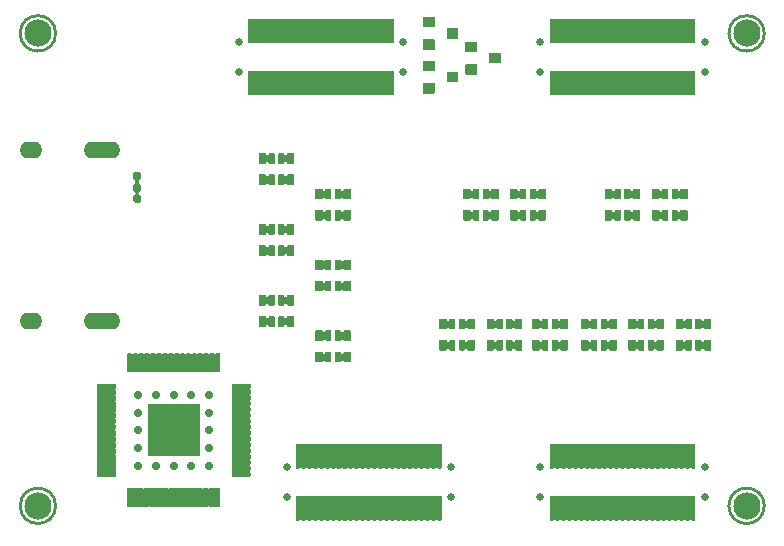
<source format=gbr>
G04 #@! TF.GenerationSoftware,KiCad,Pcbnew,(5.99.0-3349-gc9824bbd9)*
G04 #@! TF.CreationDate,2020-09-22T10:32:07-07:00*
G04 #@! TF.ProjectId,Alchitry_IO_Shield,416c6368-6974-4727-995f-494f5f536869,rev?*
G04 #@! TF.SameCoordinates,Original*
G04 #@! TF.FileFunction,Soldermask,Bot*
G04 #@! TF.FilePolarity,Negative*
%FSLAX46Y46*%
G04 Gerber Fmt 4.6, Leading zero omitted, Abs format (unit mm)*
G04 Created by KiCad (PCBNEW (5.99.0-3349-gc9824bbd9)) date 2020-09-22 10:32:07*
%MOMM*%
%LPD*%
G01*
G04 APERTURE LIST*
%ADD10C,0.254000*%
%ADD11C,0.652000*%
%ADD12C,2.302000*%
%ADD13O,1.902000X1.402000*%
%ADD14O,3.102000X1.402000*%
%ADD15R,4.400000X4.400000*%
%ADD16C,0.702000*%
G04 APERTURE END LIST*
D10*
X16000000Y-54500000D02*
G75*
G03*
X16000000Y-54500000I-1500000J0D01*
G01*
X76000000Y-54500000D02*
G75*
G03*
X76000000Y-54500000I-1500000J0D01*
G01*
X16000000Y-14500000D02*
G75*
G03*
X16000000Y-14500000I-1500000J0D01*
G01*
X76000000Y-14500000D02*
G75*
G03*
X76000000Y-14500000I-1500000J0D01*
G01*
X16000000Y-54500000D02*
G75*
G03*
X16000000Y-54500000I-1500000J0D01*
G01*
X76000000Y-54500000D02*
G75*
G03*
X76000000Y-54500000I-1500000J0D01*
G01*
X16000000Y-14500000D02*
G75*
G03*
X16000000Y-14500000I-1500000J0D01*
G01*
X76000000Y-14500000D02*
G75*
G03*
X76000000Y-14500000I-1500000J0D01*
G01*
G36*
G01*
X32324000Y-19700000D02*
X32324000Y-17700000D01*
G75*
G02*
X32375000Y-17649000I51000J0D01*
G01*
X32625000Y-17649000D01*
G75*
G02*
X32676000Y-17700000I0J-51000D01*
G01*
X32676000Y-19700000D01*
G75*
G02*
X32625000Y-19751000I-51000J0D01*
G01*
X32375000Y-19751000D01*
G75*
G02*
X32324000Y-19700000I0J51000D01*
G01*
G37*
G36*
G01*
X32824000Y-19700000D02*
X32824000Y-17700000D01*
G75*
G02*
X32875000Y-17649000I51000J0D01*
G01*
X33125000Y-17649000D01*
G75*
G02*
X33176000Y-17700000I0J-51000D01*
G01*
X33176000Y-19700000D01*
G75*
G02*
X33125000Y-19751000I-51000J0D01*
G01*
X32875000Y-19751000D01*
G75*
G02*
X32824000Y-19700000I0J51000D01*
G01*
G37*
G36*
G01*
X33324000Y-19700000D02*
X33324000Y-17700000D01*
G75*
G02*
X33375000Y-17649000I51000J0D01*
G01*
X33625000Y-17649000D01*
G75*
G02*
X33676000Y-17700000I0J-51000D01*
G01*
X33676000Y-19700000D01*
G75*
G02*
X33625000Y-19751000I-51000J0D01*
G01*
X33375000Y-19751000D01*
G75*
G02*
X33324000Y-19700000I0J51000D01*
G01*
G37*
G36*
G01*
X33824000Y-19700000D02*
X33824000Y-17700000D01*
G75*
G02*
X33875000Y-17649000I51000J0D01*
G01*
X34125000Y-17649000D01*
G75*
G02*
X34176000Y-17700000I0J-51000D01*
G01*
X34176000Y-19700000D01*
G75*
G02*
X34125000Y-19751000I-51000J0D01*
G01*
X33875000Y-19751000D01*
G75*
G02*
X33824000Y-19700000I0J51000D01*
G01*
G37*
G36*
G01*
X34324000Y-19700000D02*
X34324000Y-17700000D01*
G75*
G02*
X34375000Y-17649000I51000J0D01*
G01*
X34625000Y-17649000D01*
G75*
G02*
X34676000Y-17700000I0J-51000D01*
G01*
X34676000Y-19700000D01*
G75*
G02*
X34625000Y-19751000I-51000J0D01*
G01*
X34375000Y-19751000D01*
G75*
G02*
X34324000Y-19700000I0J51000D01*
G01*
G37*
G36*
G01*
X34824000Y-19700000D02*
X34824000Y-17700000D01*
G75*
G02*
X34875000Y-17649000I51000J0D01*
G01*
X35125000Y-17649000D01*
G75*
G02*
X35176000Y-17700000I0J-51000D01*
G01*
X35176000Y-19700000D01*
G75*
G02*
X35125000Y-19751000I-51000J0D01*
G01*
X34875000Y-19751000D01*
G75*
G02*
X34824000Y-19700000I0J51000D01*
G01*
G37*
G36*
G01*
X35324000Y-19700000D02*
X35324000Y-17700000D01*
G75*
G02*
X35375000Y-17649000I51000J0D01*
G01*
X35625000Y-17649000D01*
G75*
G02*
X35676000Y-17700000I0J-51000D01*
G01*
X35676000Y-19700000D01*
G75*
G02*
X35625000Y-19751000I-51000J0D01*
G01*
X35375000Y-19751000D01*
G75*
G02*
X35324000Y-19700000I0J51000D01*
G01*
G37*
G36*
G01*
X35824000Y-19700000D02*
X35824000Y-17700000D01*
G75*
G02*
X35875000Y-17649000I51000J0D01*
G01*
X36125000Y-17649000D01*
G75*
G02*
X36176000Y-17700000I0J-51000D01*
G01*
X36176000Y-19700000D01*
G75*
G02*
X36125000Y-19751000I-51000J0D01*
G01*
X35875000Y-19751000D01*
G75*
G02*
X35824000Y-19700000I0J51000D01*
G01*
G37*
G36*
G01*
X36324000Y-19700000D02*
X36324000Y-17700000D01*
G75*
G02*
X36375000Y-17649000I51000J0D01*
G01*
X36625000Y-17649000D01*
G75*
G02*
X36676000Y-17700000I0J-51000D01*
G01*
X36676000Y-19700000D01*
G75*
G02*
X36625000Y-19751000I-51000J0D01*
G01*
X36375000Y-19751000D01*
G75*
G02*
X36324000Y-19700000I0J51000D01*
G01*
G37*
G36*
G01*
X36824000Y-19700000D02*
X36824000Y-17700000D01*
G75*
G02*
X36875000Y-17649000I51000J0D01*
G01*
X37125000Y-17649000D01*
G75*
G02*
X37176000Y-17700000I0J-51000D01*
G01*
X37176000Y-19700000D01*
G75*
G02*
X37125000Y-19751000I-51000J0D01*
G01*
X36875000Y-19751000D01*
G75*
G02*
X36824000Y-19700000I0J51000D01*
G01*
G37*
G36*
G01*
X37324000Y-19700000D02*
X37324000Y-17700000D01*
G75*
G02*
X37375000Y-17649000I51000J0D01*
G01*
X37625000Y-17649000D01*
G75*
G02*
X37676000Y-17700000I0J-51000D01*
G01*
X37676000Y-19700000D01*
G75*
G02*
X37625000Y-19751000I-51000J0D01*
G01*
X37375000Y-19751000D01*
G75*
G02*
X37324000Y-19700000I0J51000D01*
G01*
G37*
G36*
G01*
X37824000Y-19700000D02*
X37824000Y-17700000D01*
G75*
G02*
X37875000Y-17649000I51000J0D01*
G01*
X38125000Y-17649000D01*
G75*
G02*
X38176000Y-17700000I0J-51000D01*
G01*
X38176000Y-19700000D01*
G75*
G02*
X38125000Y-19751000I-51000J0D01*
G01*
X37875000Y-19751000D01*
G75*
G02*
X37824000Y-19700000I0J51000D01*
G01*
G37*
G36*
G01*
X38324000Y-19700000D02*
X38324000Y-17700000D01*
G75*
G02*
X38375000Y-17649000I51000J0D01*
G01*
X38625000Y-17649000D01*
G75*
G02*
X38676000Y-17700000I0J-51000D01*
G01*
X38676000Y-19700000D01*
G75*
G02*
X38625000Y-19751000I-51000J0D01*
G01*
X38375000Y-19751000D01*
G75*
G02*
X38324000Y-19700000I0J51000D01*
G01*
G37*
G36*
G01*
X38824000Y-19700000D02*
X38824000Y-17700000D01*
G75*
G02*
X38875000Y-17649000I51000J0D01*
G01*
X39125000Y-17649000D01*
G75*
G02*
X39176000Y-17700000I0J-51000D01*
G01*
X39176000Y-19700000D01*
G75*
G02*
X39125000Y-19751000I-51000J0D01*
G01*
X38875000Y-19751000D01*
G75*
G02*
X38824000Y-19700000I0J51000D01*
G01*
G37*
G36*
G01*
X39324000Y-19700000D02*
X39324000Y-17700000D01*
G75*
G02*
X39375000Y-17649000I51000J0D01*
G01*
X39625000Y-17649000D01*
G75*
G02*
X39676000Y-17700000I0J-51000D01*
G01*
X39676000Y-19700000D01*
G75*
G02*
X39625000Y-19751000I-51000J0D01*
G01*
X39375000Y-19751000D01*
G75*
G02*
X39324000Y-19700000I0J51000D01*
G01*
G37*
G36*
G01*
X39824000Y-19700000D02*
X39824000Y-17700000D01*
G75*
G02*
X39875000Y-17649000I51000J0D01*
G01*
X40125000Y-17649000D01*
G75*
G02*
X40176000Y-17700000I0J-51000D01*
G01*
X40176000Y-19700000D01*
G75*
G02*
X40125000Y-19751000I-51000J0D01*
G01*
X39875000Y-19751000D01*
G75*
G02*
X39824000Y-19700000I0J51000D01*
G01*
G37*
G36*
G01*
X40324000Y-19700000D02*
X40324000Y-17700000D01*
G75*
G02*
X40375000Y-17649000I51000J0D01*
G01*
X40625000Y-17649000D01*
G75*
G02*
X40676000Y-17700000I0J-51000D01*
G01*
X40676000Y-19700000D01*
G75*
G02*
X40625000Y-19751000I-51000J0D01*
G01*
X40375000Y-19751000D01*
G75*
G02*
X40324000Y-19700000I0J51000D01*
G01*
G37*
G36*
G01*
X40824000Y-19700000D02*
X40824000Y-17700000D01*
G75*
G02*
X40875000Y-17649000I51000J0D01*
G01*
X41125000Y-17649000D01*
G75*
G02*
X41176000Y-17700000I0J-51000D01*
G01*
X41176000Y-19700000D01*
G75*
G02*
X41125000Y-19751000I-51000J0D01*
G01*
X40875000Y-19751000D01*
G75*
G02*
X40824000Y-19700000I0J51000D01*
G01*
G37*
G36*
G01*
X41324000Y-19700000D02*
X41324000Y-17700000D01*
G75*
G02*
X41375000Y-17649000I51000J0D01*
G01*
X41625000Y-17649000D01*
G75*
G02*
X41676000Y-17700000I0J-51000D01*
G01*
X41676000Y-19700000D01*
G75*
G02*
X41625000Y-19751000I-51000J0D01*
G01*
X41375000Y-19751000D01*
G75*
G02*
X41324000Y-19700000I0J51000D01*
G01*
G37*
G36*
G01*
X41824000Y-19700000D02*
X41824000Y-17700000D01*
G75*
G02*
X41875000Y-17649000I51000J0D01*
G01*
X42125000Y-17649000D01*
G75*
G02*
X42176000Y-17700000I0J-51000D01*
G01*
X42176000Y-19700000D01*
G75*
G02*
X42125000Y-19751000I-51000J0D01*
G01*
X41875000Y-19751000D01*
G75*
G02*
X41824000Y-19700000I0J51000D01*
G01*
G37*
G36*
G01*
X42324000Y-19700000D02*
X42324000Y-17700000D01*
G75*
G02*
X42375000Y-17649000I51000J0D01*
G01*
X42625000Y-17649000D01*
G75*
G02*
X42676000Y-17700000I0J-51000D01*
G01*
X42676000Y-19700000D01*
G75*
G02*
X42625000Y-19751000I-51000J0D01*
G01*
X42375000Y-19751000D01*
G75*
G02*
X42324000Y-19700000I0J51000D01*
G01*
G37*
G36*
G01*
X42824000Y-19700000D02*
X42824000Y-17700000D01*
G75*
G02*
X42875000Y-17649000I51000J0D01*
G01*
X43125000Y-17649000D01*
G75*
G02*
X43176000Y-17700000I0J-51000D01*
G01*
X43176000Y-19700000D01*
G75*
G02*
X43125000Y-19751000I-51000J0D01*
G01*
X42875000Y-19751000D01*
G75*
G02*
X42824000Y-19700000I0J51000D01*
G01*
G37*
G36*
G01*
X43324000Y-19700000D02*
X43324000Y-17700000D01*
G75*
G02*
X43375000Y-17649000I51000J0D01*
G01*
X43625000Y-17649000D01*
G75*
G02*
X43676000Y-17700000I0J-51000D01*
G01*
X43676000Y-19700000D01*
G75*
G02*
X43625000Y-19751000I-51000J0D01*
G01*
X43375000Y-19751000D01*
G75*
G02*
X43324000Y-19700000I0J51000D01*
G01*
G37*
G36*
G01*
X43824000Y-19700000D02*
X43824000Y-17700000D01*
G75*
G02*
X43875000Y-17649000I51000J0D01*
G01*
X44125000Y-17649000D01*
G75*
G02*
X44176000Y-17700000I0J-51000D01*
G01*
X44176000Y-19700000D01*
G75*
G02*
X44125000Y-19751000I-51000J0D01*
G01*
X43875000Y-19751000D01*
G75*
G02*
X43824000Y-19700000I0J51000D01*
G01*
G37*
G36*
G01*
X44324000Y-19700000D02*
X44324000Y-17700000D01*
G75*
G02*
X44375000Y-17649000I51000J0D01*
G01*
X44625000Y-17649000D01*
G75*
G02*
X44676000Y-17700000I0J-51000D01*
G01*
X44676000Y-19700000D01*
G75*
G02*
X44625000Y-19751000I-51000J0D01*
G01*
X44375000Y-19751000D01*
G75*
G02*
X44324000Y-19700000I0J51000D01*
G01*
G37*
G36*
G01*
X44324000Y-15300000D02*
X44324000Y-13300000D01*
G75*
G02*
X44375000Y-13249000I51000J0D01*
G01*
X44625000Y-13249000D01*
G75*
G02*
X44676000Y-13300000I0J-51000D01*
G01*
X44676000Y-15300000D01*
G75*
G02*
X44625000Y-15351000I-51000J0D01*
G01*
X44375000Y-15351000D01*
G75*
G02*
X44324000Y-15300000I0J51000D01*
G01*
G37*
G36*
G01*
X43824000Y-15300000D02*
X43824000Y-13300000D01*
G75*
G02*
X43875000Y-13249000I51000J0D01*
G01*
X44125000Y-13249000D01*
G75*
G02*
X44176000Y-13300000I0J-51000D01*
G01*
X44176000Y-15300000D01*
G75*
G02*
X44125000Y-15351000I-51000J0D01*
G01*
X43875000Y-15351000D01*
G75*
G02*
X43824000Y-15300000I0J51000D01*
G01*
G37*
G36*
G01*
X43324000Y-15300000D02*
X43324000Y-13300000D01*
G75*
G02*
X43375000Y-13249000I51000J0D01*
G01*
X43625000Y-13249000D01*
G75*
G02*
X43676000Y-13300000I0J-51000D01*
G01*
X43676000Y-15300000D01*
G75*
G02*
X43625000Y-15351000I-51000J0D01*
G01*
X43375000Y-15351000D01*
G75*
G02*
X43324000Y-15300000I0J51000D01*
G01*
G37*
G36*
G01*
X42824000Y-15300000D02*
X42824000Y-13300000D01*
G75*
G02*
X42875000Y-13249000I51000J0D01*
G01*
X43125000Y-13249000D01*
G75*
G02*
X43176000Y-13300000I0J-51000D01*
G01*
X43176000Y-15300000D01*
G75*
G02*
X43125000Y-15351000I-51000J0D01*
G01*
X42875000Y-15351000D01*
G75*
G02*
X42824000Y-15300000I0J51000D01*
G01*
G37*
G36*
G01*
X42324000Y-15300000D02*
X42324000Y-13300000D01*
G75*
G02*
X42375000Y-13249000I51000J0D01*
G01*
X42625000Y-13249000D01*
G75*
G02*
X42676000Y-13300000I0J-51000D01*
G01*
X42676000Y-15300000D01*
G75*
G02*
X42625000Y-15351000I-51000J0D01*
G01*
X42375000Y-15351000D01*
G75*
G02*
X42324000Y-15300000I0J51000D01*
G01*
G37*
G36*
G01*
X41824000Y-15300000D02*
X41824000Y-13300000D01*
G75*
G02*
X41875000Y-13249000I51000J0D01*
G01*
X42125000Y-13249000D01*
G75*
G02*
X42176000Y-13300000I0J-51000D01*
G01*
X42176000Y-15300000D01*
G75*
G02*
X42125000Y-15351000I-51000J0D01*
G01*
X41875000Y-15351000D01*
G75*
G02*
X41824000Y-15300000I0J51000D01*
G01*
G37*
G36*
G01*
X41324000Y-15300000D02*
X41324000Y-13300000D01*
G75*
G02*
X41375000Y-13249000I51000J0D01*
G01*
X41625000Y-13249000D01*
G75*
G02*
X41676000Y-13300000I0J-51000D01*
G01*
X41676000Y-15300000D01*
G75*
G02*
X41625000Y-15351000I-51000J0D01*
G01*
X41375000Y-15351000D01*
G75*
G02*
X41324000Y-15300000I0J51000D01*
G01*
G37*
G36*
G01*
X40824000Y-15300000D02*
X40824000Y-13300000D01*
G75*
G02*
X40875000Y-13249000I51000J0D01*
G01*
X41125000Y-13249000D01*
G75*
G02*
X41176000Y-13300000I0J-51000D01*
G01*
X41176000Y-15300000D01*
G75*
G02*
X41125000Y-15351000I-51000J0D01*
G01*
X40875000Y-15351000D01*
G75*
G02*
X40824000Y-15300000I0J51000D01*
G01*
G37*
G36*
G01*
X40324000Y-15300000D02*
X40324000Y-13300000D01*
G75*
G02*
X40375000Y-13249000I51000J0D01*
G01*
X40625000Y-13249000D01*
G75*
G02*
X40676000Y-13300000I0J-51000D01*
G01*
X40676000Y-15300000D01*
G75*
G02*
X40625000Y-15351000I-51000J0D01*
G01*
X40375000Y-15351000D01*
G75*
G02*
X40324000Y-15300000I0J51000D01*
G01*
G37*
G36*
G01*
X39824000Y-15300000D02*
X39824000Y-13300000D01*
G75*
G02*
X39875000Y-13249000I51000J0D01*
G01*
X40125000Y-13249000D01*
G75*
G02*
X40176000Y-13300000I0J-51000D01*
G01*
X40176000Y-15300000D01*
G75*
G02*
X40125000Y-15351000I-51000J0D01*
G01*
X39875000Y-15351000D01*
G75*
G02*
X39824000Y-15300000I0J51000D01*
G01*
G37*
G36*
G01*
X39324000Y-15300000D02*
X39324000Y-13300000D01*
G75*
G02*
X39375000Y-13249000I51000J0D01*
G01*
X39625000Y-13249000D01*
G75*
G02*
X39676000Y-13300000I0J-51000D01*
G01*
X39676000Y-15300000D01*
G75*
G02*
X39625000Y-15351000I-51000J0D01*
G01*
X39375000Y-15351000D01*
G75*
G02*
X39324000Y-15300000I0J51000D01*
G01*
G37*
G36*
G01*
X38824000Y-15300000D02*
X38824000Y-13300000D01*
G75*
G02*
X38875000Y-13249000I51000J0D01*
G01*
X39125000Y-13249000D01*
G75*
G02*
X39176000Y-13300000I0J-51000D01*
G01*
X39176000Y-15300000D01*
G75*
G02*
X39125000Y-15351000I-51000J0D01*
G01*
X38875000Y-15351000D01*
G75*
G02*
X38824000Y-15300000I0J51000D01*
G01*
G37*
G36*
G01*
X38324000Y-15300000D02*
X38324000Y-13300000D01*
G75*
G02*
X38375000Y-13249000I51000J0D01*
G01*
X38625000Y-13249000D01*
G75*
G02*
X38676000Y-13300000I0J-51000D01*
G01*
X38676000Y-15300000D01*
G75*
G02*
X38625000Y-15351000I-51000J0D01*
G01*
X38375000Y-15351000D01*
G75*
G02*
X38324000Y-15300000I0J51000D01*
G01*
G37*
G36*
G01*
X37824000Y-15300000D02*
X37824000Y-13300000D01*
G75*
G02*
X37875000Y-13249000I51000J0D01*
G01*
X38125000Y-13249000D01*
G75*
G02*
X38176000Y-13300000I0J-51000D01*
G01*
X38176000Y-15300000D01*
G75*
G02*
X38125000Y-15351000I-51000J0D01*
G01*
X37875000Y-15351000D01*
G75*
G02*
X37824000Y-15300000I0J51000D01*
G01*
G37*
G36*
G01*
X37324000Y-15300000D02*
X37324000Y-13300000D01*
G75*
G02*
X37375000Y-13249000I51000J0D01*
G01*
X37625000Y-13249000D01*
G75*
G02*
X37676000Y-13300000I0J-51000D01*
G01*
X37676000Y-15300000D01*
G75*
G02*
X37625000Y-15351000I-51000J0D01*
G01*
X37375000Y-15351000D01*
G75*
G02*
X37324000Y-15300000I0J51000D01*
G01*
G37*
G36*
G01*
X36824000Y-15300000D02*
X36824000Y-13300000D01*
G75*
G02*
X36875000Y-13249000I51000J0D01*
G01*
X37125000Y-13249000D01*
G75*
G02*
X37176000Y-13300000I0J-51000D01*
G01*
X37176000Y-15300000D01*
G75*
G02*
X37125000Y-15351000I-51000J0D01*
G01*
X36875000Y-15351000D01*
G75*
G02*
X36824000Y-15300000I0J51000D01*
G01*
G37*
G36*
G01*
X36324000Y-15300000D02*
X36324000Y-13300000D01*
G75*
G02*
X36375000Y-13249000I51000J0D01*
G01*
X36625000Y-13249000D01*
G75*
G02*
X36676000Y-13300000I0J-51000D01*
G01*
X36676000Y-15300000D01*
G75*
G02*
X36625000Y-15351000I-51000J0D01*
G01*
X36375000Y-15351000D01*
G75*
G02*
X36324000Y-15300000I0J51000D01*
G01*
G37*
G36*
G01*
X35824000Y-15300000D02*
X35824000Y-13300000D01*
G75*
G02*
X35875000Y-13249000I51000J0D01*
G01*
X36125000Y-13249000D01*
G75*
G02*
X36176000Y-13300000I0J-51000D01*
G01*
X36176000Y-15300000D01*
G75*
G02*
X36125000Y-15351000I-51000J0D01*
G01*
X35875000Y-15351000D01*
G75*
G02*
X35824000Y-15300000I0J51000D01*
G01*
G37*
G36*
G01*
X35324000Y-15300000D02*
X35324000Y-13300000D01*
G75*
G02*
X35375000Y-13249000I51000J0D01*
G01*
X35625000Y-13249000D01*
G75*
G02*
X35676000Y-13300000I0J-51000D01*
G01*
X35676000Y-15300000D01*
G75*
G02*
X35625000Y-15351000I-51000J0D01*
G01*
X35375000Y-15351000D01*
G75*
G02*
X35324000Y-15300000I0J51000D01*
G01*
G37*
G36*
G01*
X34824000Y-15300000D02*
X34824000Y-13300000D01*
G75*
G02*
X34875000Y-13249000I51000J0D01*
G01*
X35125000Y-13249000D01*
G75*
G02*
X35176000Y-13300000I0J-51000D01*
G01*
X35176000Y-15300000D01*
G75*
G02*
X35125000Y-15351000I-51000J0D01*
G01*
X34875000Y-15351000D01*
G75*
G02*
X34824000Y-15300000I0J51000D01*
G01*
G37*
G36*
G01*
X34324000Y-15300000D02*
X34324000Y-13300000D01*
G75*
G02*
X34375000Y-13249000I51000J0D01*
G01*
X34625000Y-13249000D01*
G75*
G02*
X34676000Y-13300000I0J-51000D01*
G01*
X34676000Y-15300000D01*
G75*
G02*
X34625000Y-15351000I-51000J0D01*
G01*
X34375000Y-15351000D01*
G75*
G02*
X34324000Y-15300000I0J51000D01*
G01*
G37*
G36*
G01*
X33824000Y-15300000D02*
X33824000Y-13300000D01*
G75*
G02*
X33875000Y-13249000I51000J0D01*
G01*
X34125000Y-13249000D01*
G75*
G02*
X34176000Y-13300000I0J-51000D01*
G01*
X34176000Y-15300000D01*
G75*
G02*
X34125000Y-15351000I-51000J0D01*
G01*
X33875000Y-15351000D01*
G75*
G02*
X33824000Y-15300000I0J51000D01*
G01*
G37*
G36*
G01*
X33324000Y-15300000D02*
X33324000Y-13300000D01*
G75*
G02*
X33375000Y-13249000I51000J0D01*
G01*
X33625000Y-13249000D01*
G75*
G02*
X33676000Y-13300000I0J-51000D01*
G01*
X33676000Y-15300000D01*
G75*
G02*
X33625000Y-15351000I-51000J0D01*
G01*
X33375000Y-15351000D01*
G75*
G02*
X33324000Y-15300000I0J51000D01*
G01*
G37*
G36*
G01*
X32824000Y-15300000D02*
X32824000Y-13300000D01*
G75*
G02*
X32875000Y-13249000I51000J0D01*
G01*
X33125000Y-13249000D01*
G75*
G02*
X33176000Y-13300000I0J-51000D01*
G01*
X33176000Y-15300000D01*
G75*
G02*
X33125000Y-15351000I-51000J0D01*
G01*
X32875000Y-15351000D01*
G75*
G02*
X32824000Y-15300000I0J51000D01*
G01*
G37*
G36*
G01*
X32324000Y-15300000D02*
X32324000Y-13300000D01*
G75*
G02*
X32375000Y-13249000I51000J0D01*
G01*
X32625000Y-13249000D01*
G75*
G02*
X32676000Y-13300000I0J-51000D01*
G01*
X32676000Y-15300000D01*
G75*
G02*
X32625000Y-15351000I-51000J0D01*
G01*
X32375000Y-15351000D01*
G75*
G02*
X32324000Y-15300000I0J51000D01*
G01*
G37*
G36*
G01*
X57824000Y-19700000D02*
X57824000Y-17700000D01*
G75*
G02*
X57875000Y-17649000I51000J0D01*
G01*
X58125000Y-17649000D01*
G75*
G02*
X58176000Y-17700000I0J-51000D01*
G01*
X58176000Y-19700000D01*
G75*
G02*
X58125000Y-19751000I-51000J0D01*
G01*
X57875000Y-19751000D01*
G75*
G02*
X57824000Y-19700000I0J51000D01*
G01*
G37*
G36*
G01*
X58324000Y-19700000D02*
X58324000Y-17700000D01*
G75*
G02*
X58375000Y-17649000I51000J0D01*
G01*
X58625000Y-17649000D01*
G75*
G02*
X58676000Y-17700000I0J-51000D01*
G01*
X58676000Y-19700000D01*
G75*
G02*
X58625000Y-19751000I-51000J0D01*
G01*
X58375000Y-19751000D01*
G75*
G02*
X58324000Y-19700000I0J51000D01*
G01*
G37*
G36*
G01*
X58824000Y-19700000D02*
X58824000Y-17700000D01*
G75*
G02*
X58875000Y-17649000I51000J0D01*
G01*
X59125000Y-17649000D01*
G75*
G02*
X59176000Y-17700000I0J-51000D01*
G01*
X59176000Y-19700000D01*
G75*
G02*
X59125000Y-19751000I-51000J0D01*
G01*
X58875000Y-19751000D01*
G75*
G02*
X58824000Y-19700000I0J51000D01*
G01*
G37*
G36*
G01*
X59324000Y-19700000D02*
X59324000Y-17700000D01*
G75*
G02*
X59375000Y-17649000I51000J0D01*
G01*
X59625000Y-17649000D01*
G75*
G02*
X59676000Y-17700000I0J-51000D01*
G01*
X59676000Y-19700000D01*
G75*
G02*
X59625000Y-19751000I-51000J0D01*
G01*
X59375000Y-19751000D01*
G75*
G02*
X59324000Y-19700000I0J51000D01*
G01*
G37*
G36*
G01*
X59824000Y-19700000D02*
X59824000Y-17700000D01*
G75*
G02*
X59875000Y-17649000I51000J0D01*
G01*
X60125000Y-17649000D01*
G75*
G02*
X60176000Y-17700000I0J-51000D01*
G01*
X60176000Y-19700000D01*
G75*
G02*
X60125000Y-19751000I-51000J0D01*
G01*
X59875000Y-19751000D01*
G75*
G02*
X59824000Y-19700000I0J51000D01*
G01*
G37*
G36*
G01*
X60324000Y-19700000D02*
X60324000Y-17700000D01*
G75*
G02*
X60375000Y-17649000I51000J0D01*
G01*
X60625000Y-17649000D01*
G75*
G02*
X60676000Y-17700000I0J-51000D01*
G01*
X60676000Y-19700000D01*
G75*
G02*
X60625000Y-19751000I-51000J0D01*
G01*
X60375000Y-19751000D01*
G75*
G02*
X60324000Y-19700000I0J51000D01*
G01*
G37*
G36*
G01*
X60824000Y-19700000D02*
X60824000Y-17700000D01*
G75*
G02*
X60875000Y-17649000I51000J0D01*
G01*
X61125000Y-17649000D01*
G75*
G02*
X61176000Y-17700000I0J-51000D01*
G01*
X61176000Y-19700000D01*
G75*
G02*
X61125000Y-19751000I-51000J0D01*
G01*
X60875000Y-19751000D01*
G75*
G02*
X60824000Y-19700000I0J51000D01*
G01*
G37*
G36*
G01*
X61324000Y-19700000D02*
X61324000Y-17700000D01*
G75*
G02*
X61375000Y-17649000I51000J0D01*
G01*
X61625000Y-17649000D01*
G75*
G02*
X61676000Y-17700000I0J-51000D01*
G01*
X61676000Y-19700000D01*
G75*
G02*
X61625000Y-19751000I-51000J0D01*
G01*
X61375000Y-19751000D01*
G75*
G02*
X61324000Y-19700000I0J51000D01*
G01*
G37*
G36*
G01*
X61824000Y-19700000D02*
X61824000Y-17700000D01*
G75*
G02*
X61875000Y-17649000I51000J0D01*
G01*
X62125000Y-17649000D01*
G75*
G02*
X62176000Y-17700000I0J-51000D01*
G01*
X62176000Y-19700000D01*
G75*
G02*
X62125000Y-19751000I-51000J0D01*
G01*
X61875000Y-19751000D01*
G75*
G02*
X61824000Y-19700000I0J51000D01*
G01*
G37*
G36*
G01*
X62324000Y-19700000D02*
X62324000Y-17700000D01*
G75*
G02*
X62375000Y-17649000I51000J0D01*
G01*
X62625000Y-17649000D01*
G75*
G02*
X62676000Y-17700000I0J-51000D01*
G01*
X62676000Y-19700000D01*
G75*
G02*
X62625000Y-19751000I-51000J0D01*
G01*
X62375000Y-19751000D01*
G75*
G02*
X62324000Y-19700000I0J51000D01*
G01*
G37*
G36*
G01*
X62824000Y-19700000D02*
X62824000Y-17700000D01*
G75*
G02*
X62875000Y-17649000I51000J0D01*
G01*
X63125000Y-17649000D01*
G75*
G02*
X63176000Y-17700000I0J-51000D01*
G01*
X63176000Y-19700000D01*
G75*
G02*
X63125000Y-19751000I-51000J0D01*
G01*
X62875000Y-19751000D01*
G75*
G02*
X62824000Y-19700000I0J51000D01*
G01*
G37*
G36*
G01*
X63324000Y-19700000D02*
X63324000Y-17700000D01*
G75*
G02*
X63375000Y-17649000I51000J0D01*
G01*
X63625000Y-17649000D01*
G75*
G02*
X63676000Y-17700000I0J-51000D01*
G01*
X63676000Y-19700000D01*
G75*
G02*
X63625000Y-19751000I-51000J0D01*
G01*
X63375000Y-19751000D01*
G75*
G02*
X63324000Y-19700000I0J51000D01*
G01*
G37*
G36*
G01*
X63824000Y-19700000D02*
X63824000Y-17700000D01*
G75*
G02*
X63875000Y-17649000I51000J0D01*
G01*
X64125000Y-17649000D01*
G75*
G02*
X64176000Y-17700000I0J-51000D01*
G01*
X64176000Y-19700000D01*
G75*
G02*
X64125000Y-19751000I-51000J0D01*
G01*
X63875000Y-19751000D01*
G75*
G02*
X63824000Y-19700000I0J51000D01*
G01*
G37*
G36*
G01*
X64324000Y-19700000D02*
X64324000Y-17700000D01*
G75*
G02*
X64375000Y-17649000I51000J0D01*
G01*
X64625000Y-17649000D01*
G75*
G02*
X64676000Y-17700000I0J-51000D01*
G01*
X64676000Y-19700000D01*
G75*
G02*
X64625000Y-19751000I-51000J0D01*
G01*
X64375000Y-19751000D01*
G75*
G02*
X64324000Y-19700000I0J51000D01*
G01*
G37*
G36*
G01*
X64824000Y-19700000D02*
X64824000Y-17700000D01*
G75*
G02*
X64875000Y-17649000I51000J0D01*
G01*
X65125000Y-17649000D01*
G75*
G02*
X65176000Y-17700000I0J-51000D01*
G01*
X65176000Y-19700000D01*
G75*
G02*
X65125000Y-19751000I-51000J0D01*
G01*
X64875000Y-19751000D01*
G75*
G02*
X64824000Y-19700000I0J51000D01*
G01*
G37*
G36*
G01*
X65324000Y-19700000D02*
X65324000Y-17700000D01*
G75*
G02*
X65375000Y-17649000I51000J0D01*
G01*
X65625000Y-17649000D01*
G75*
G02*
X65676000Y-17700000I0J-51000D01*
G01*
X65676000Y-19700000D01*
G75*
G02*
X65625000Y-19751000I-51000J0D01*
G01*
X65375000Y-19751000D01*
G75*
G02*
X65324000Y-19700000I0J51000D01*
G01*
G37*
G36*
G01*
X65824000Y-19700000D02*
X65824000Y-17700000D01*
G75*
G02*
X65875000Y-17649000I51000J0D01*
G01*
X66125000Y-17649000D01*
G75*
G02*
X66176000Y-17700000I0J-51000D01*
G01*
X66176000Y-19700000D01*
G75*
G02*
X66125000Y-19751000I-51000J0D01*
G01*
X65875000Y-19751000D01*
G75*
G02*
X65824000Y-19700000I0J51000D01*
G01*
G37*
G36*
G01*
X66324000Y-19700000D02*
X66324000Y-17700000D01*
G75*
G02*
X66375000Y-17649000I51000J0D01*
G01*
X66625000Y-17649000D01*
G75*
G02*
X66676000Y-17700000I0J-51000D01*
G01*
X66676000Y-19700000D01*
G75*
G02*
X66625000Y-19751000I-51000J0D01*
G01*
X66375000Y-19751000D01*
G75*
G02*
X66324000Y-19700000I0J51000D01*
G01*
G37*
G36*
G01*
X66824000Y-19700000D02*
X66824000Y-17700000D01*
G75*
G02*
X66875000Y-17649000I51000J0D01*
G01*
X67125000Y-17649000D01*
G75*
G02*
X67176000Y-17700000I0J-51000D01*
G01*
X67176000Y-19700000D01*
G75*
G02*
X67125000Y-19751000I-51000J0D01*
G01*
X66875000Y-19751000D01*
G75*
G02*
X66824000Y-19700000I0J51000D01*
G01*
G37*
G36*
G01*
X67324000Y-19700000D02*
X67324000Y-17700000D01*
G75*
G02*
X67375000Y-17649000I51000J0D01*
G01*
X67625000Y-17649000D01*
G75*
G02*
X67676000Y-17700000I0J-51000D01*
G01*
X67676000Y-19700000D01*
G75*
G02*
X67625000Y-19751000I-51000J0D01*
G01*
X67375000Y-19751000D01*
G75*
G02*
X67324000Y-19700000I0J51000D01*
G01*
G37*
G36*
G01*
X67824000Y-19700000D02*
X67824000Y-17700000D01*
G75*
G02*
X67875000Y-17649000I51000J0D01*
G01*
X68125000Y-17649000D01*
G75*
G02*
X68176000Y-17700000I0J-51000D01*
G01*
X68176000Y-19700000D01*
G75*
G02*
X68125000Y-19751000I-51000J0D01*
G01*
X67875000Y-19751000D01*
G75*
G02*
X67824000Y-19700000I0J51000D01*
G01*
G37*
G36*
G01*
X68324000Y-19700000D02*
X68324000Y-17700000D01*
G75*
G02*
X68375000Y-17649000I51000J0D01*
G01*
X68625000Y-17649000D01*
G75*
G02*
X68676000Y-17700000I0J-51000D01*
G01*
X68676000Y-19700000D01*
G75*
G02*
X68625000Y-19751000I-51000J0D01*
G01*
X68375000Y-19751000D01*
G75*
G02*
X68324000Y-19700000I0J51000D01*
G01*
G37*
G36*
G01*
X68824000Y-19700000D02*
X68824000Y-17700000D01*
G75*
G02*
X68875000Y-17649000I51000J0D01*
G01*
X69125000Y-17649000D01*
G75*
G02*
X69176000Y-17700000I0J-51000D01*
G01*
X69176000Y-19700000D01*
G75*
G02*
X69125000Y-19751000I-51000J0D01*
G01*
X68875000Y-19751000D01*
G75*
G02*
X68824000Y-19700000I0J51000D01*
G01*
G37*
G36*
G01*
X69324000Y-19700000D02*
X69324000Y-17700000D01*
G75*
G02*
X69375000Y-17649000I51000J0D01*
G01*
X69625000Y-17649000D01*
G75*
G02*
X69676000Y-17700000I0J-51000D01*
G01*
X69676000Y-19700000D01*
G75*
G02*
X69625000Y-19751000I-51000J0D01*
G01*
X69375000Y-19751000D01*
G75*
G02*
X69324000Y-19700000I0J51000D01*
G01*
G37*
G36*
G01*
X69824000Y-19700000D02*
X69824000Y-17700000D01*
G75*
G02*
X69875000Y-17649000I51000J0D01*
G01*
X70125000Y-17649000D01*
G75*
G02*
X70176000Y-17700000I0J-51000D01*
G01*
X70176000Y-19700000D01*
G75*
G02*
X70125000Y-19751000I-51000J0D01*
G01*
X69875000Y-19751000D01*
G75*
G02*
X69824000Y-19700000I0J51000D01*
G01*
G37*
G36*
G01*
X69824000Y-15300000D02*
X69824000Y-13300000D01*
G75*
G02*
X69875000Y-13249000I51000J0D01*
G01*
X70125000Y-13249000D01*
G75*
G02*
X70176000Y-13300000I0J-51000D01*
G01*
X70176000Y-15300000D01*
G75*
G02*
X70125000Y-15351000I-51000J0D01*
G01*
X69875000Y-15351000D01*
G75*
G02*
X69824000Y-15300000I0J51000D01*
G01*
G37*
G36*
G01*
X69324000Y-15300000D02*
X69324000Y-13300000D01*
G75*
G02*
X69375000Y-13249000I51000J0D01*
G01*
X69625000Y-13249000D01*
G75*
G02*
X69676000Y-13300000I0J-51000D01*
G01*
X69676000Y-15300000D01*
G75*
G02*
X69625000Y-15351000I-51000J0D01*
G01*
X69375000Y-15351000D01*
G75*
G02*
X69324000Y-15300000I0J51000D01*
G01*
G37*
G36*
G01*
X68824000Y-15300000D02*
X68824000Y-13300000D01*
G75*
G02*
X68875000Y-13249000I51000J0D01*
G01*
X69125000Y-13249000D01*
G75*
G02*
X69176000Y-13300000I0J-51000D01*
G01*
X69176000Y-15300000D01*
G75*
G02*
X69125000Y-15351000I-51000J0D01*
G01*
X68875000Y-15351000D01*
G75*
G02*
X68824000Y-15300000I0J51000D01*
G01*
G37*
G36*
G01*
X68324000Y-15300000D02*
X68324000Y-13300000D01*
G75*
G02*
X68375000Y-13249000I51000J0D01*
G01*
X68625000Y-13249000D01*
G75*
G02*
X68676000Y-13300000I0J-51000D01*
G01*
X68676000Y-15300000D01*
G75*
G02*
X68625000Y-15351000I-51000J0D01*
G01*
X68375000Y-15351000D01*
G75*
G02*
X68324000Y-15300000I0J51000D01*
G01*
G37*
G36*
G01*
X67824000Y-15300000D02*
X67824000Y-13300000D01*
G75*
G02*
X67875000Y-13249000I51000J0D01*
G01*
X68125000Y-13249000D01*
G75*
G02*
X68176000Y-13300000I0J-51000D01*
G01*
X68176000Y-15300000D01*
G75*
G02*
X68125000Y-15351000I-51000J0D01*
G01*
X67875000Y-15351000D01*
G75*
G02*
X67824000Y-15300000I0J51000D01*
G01*
G37*
G36*
G01*
X67324000Y-15300000D02*
X67324000Y-13300000D01*
G75*
G02*
X67375000Y-13249000I51000J0D01*
G01*
X67625000Y-13249000D01*
G75*
G02*
X67676000Y-13300000I0J-51000D01*
G01*
X67676000Y-15300000D01*
G75*
G02*
X67625000Y-15351000I-51000J0D01*
G01*
X67375000Y-15351000D01*
G75*
G02*
X67324000Y-15300000I0J51000D01*
G01*
G37*
G36*
G01*
X66824000Y-15300000D02*
X66824000Y-13300000D01*
G75*
G02*
X66875000Y-13249000I51000J0D01*
G01*
X67125000Y-13249000D01*
G75*
G02*
X67176000Y-13300000I0J-51000D01*
G01*
X67176000Y-15300000D01*
G75*
G02*
X67125000Y-15351000I-51000J0D01*
G01*
X66875000Y-15351000D01*
G75*
G02*
X66824000Y-15300000I0J51000D01*
G01*
G37*
G36*
G01*
X66324000Y-15300000D02*
X66324000Y-13300000D01*
G75*
G02*
X66375000Y-13249000I51000J0D01*
G01*
X66625000Y-13249000D01*
G75*
G02*
X66676000Y-13300000I0J-51000D01*
G01*
X66676000Y-15300000D01*
G75*
G02*
X66625000Y-15351000I-51000J0D01*
G01*
X66375000Y-15351000D01*
G75*
G02*
X66324000Y-15300000I0J51000D01*
G01*
G37*
G36*
G01*
X65824000Y-15300000D02*
X65824000Y-13300000D01*
G75*
G02*
X65875000Y-13249000I51000J0D01*
G01*
X66125000Y-13249000D01*
G75*
G02*
X66176000Y-13300000I0J-51000D01*
G01*
X66176000Y-15300000D01*
G75*
G02*
X66125000Y-15351000I-51000J0D01*
G01*
X65875000Y-15351000D01*
G75*
G02*
X65824000Y-15300000I0J51000D01*
G01*
G37*
G36*
G01*
X65324000Y-15300000D02*
X65324000Y-13300000D01*
G75*
G02*
X65375000Y-13249000I51000J0D01*
G01*
X65625000Y-13249000D01*
G75*
G02*
X65676000Y-13300000I0J-51000D01*
G01*
X65676000Y-15300000D01*
G75*
G02*
X65625000Y-15351000I-51000J0D01*
G01*
X65375000Y-15351000D01*
G75*
G02*
X65324000Y-15300000I0J51000D01*
G01*
G37*
G36*
G01*
X64824000Y-15300000D02*
X64824000Y-13300000D01*
G75*
G02*
X64875000Y-13249000I51000J0D01*
G01*
X65125000Y-13249000D01*
G75*
G02*
X65176000Y-13300000I0J-51000D01*
G01*
X65176000Y-15300000D01*
G75*
G02*
X65125000Y-15351000I-51000J0D01*
G01*
X64875000Y-15351000D01*
G75*
G02*
X64824000Y-15300000I0J51000D01*
G01*
G37*
G36*
G01*
X64324000Y-15300000D02*
X64324000Y-13300000D01*
G75*
G02*
X64375000Y-13249000I51000J0D01*
G01*
X64625000Y-13249000D01*
G75*
G02*
X64676000Y-13300000I0J-51000D01*
G01*
X64676000Y-15300000D01*
G75*
G02*
X64625000Y-15351000I-51000J0D01*
G01*
X64375000Y-15351000D01*
G75*
G02*
X64324000Y-15300000I0J51000D01*
G01*
G37*
G36*
G01*
X63824000Y-15300000D02*
X63824000Y-13300000D01*
G75*
G02*
X63875000Y-13249000I51000J0D01*
G01*
X64125000Y-13249000D01*
G75*
G02*
X64176000Y-13300000I0J-51000D01*
G01*
X64176000Y-15300000D01*
G75*
G02*
X64125000Y-15351000I-51000J0D01*
G01*
X63875000Y-15351000D01*
G75*
G02*
X63824000Y-15300000I0J51000D01*
G01*
G37*
G36*
G01*
X63324000Y-15300000D02*
X63324000Y-13300000D01*
G75*
G02*
X63375000Y-13249000I51000J0D01*
G01*
X63625000Y-13249000D01*
G75*
G02*
X63676000Y-13300000I0J-51000D01*
G01*
X63676000Y-15300000D01*
G75*
G02*
X63625000Y-15351000I-51000J0D01*
G01*
X63375000Y-15351000D01*
G75*
G02*
X63324000Y-15300000I0J51000D01*
G01*
G37*
G36*
G01*
X62824000Y-15300000D02*
X62824000Y-13300000D01*
G75*
G02*
X62875000Y-13249000I51000J0D01*
G01*
X63125000Y-13249000D01*
G75*
G02*
X63176000Y-13300000I0J-51000D01*
G01*
X63176000Y-15300000D01*
G75*
G02*
X63125000Y-15351000I-51000J0D01*
G01*
X62875000Y-15351000D01*
G75*
G02*
X62824000Y-15300000I0J51000D01*
G01*
G37*
G36*
G01*
X62324000Y-15300000D02*
X62324000Y-13300000D01*
G75*
G02*
X62375000Y-13249000I51000J0D01*
G01*
X62625000Y-13249000D01*
G75*
G02*
X62676000Y-13300000I0J-51000D01*
G01*
X62676000Y-15300000D01*
G75*
G02*
X62625000Y-15351000I-51000J0D01*
G01*
X62375000Y-15351000D01*
G75*
G02*
X62324000Y-15300000I0J51000D01*
G01*
G37*
G36*
G01*
X61824000Y-15300000D02*
X61824000Y-13300000D01*
G75*
G02*
X61875000Y-13249000I51000J0D01*
G01*
X62125000Y-13249000D01*
G75*
G02*
X62176000Y-13300000I0J-51000D01*
G01*
X62176000Y-15300000D01*
G75*
G02*
X62125000Y-15351000I-51000J0D01*
G01*
X61875000Y-15351000D01*
G75*
G02*
X61824000Y-15300000I0J51000D01*
G01*
G37*
G36*
G01*
X61324000Y-15300000D02*
X61324000Y-13300000D01*
G75*
G02*
X61375000Y-13249000I51000J0D01*
G01*
X61625000Y-13249000D01*
G75*
G02*
X61676000Y-13300000I0J-51000D01*
G01*
X61676000Y-15300000D01*
G75*
G02*
X61625000Y-15351000I-51000J0D01*
G01*
X61375000Y-15351000D01*
G75*
G02*
X61324000Y-15300000I0J51000D01*
G01*
G37*
G36*
G01*
X60824000Y-15300000D02*
X60824000Y-13300000D01*
G75*
G02*
X60875000Y-13249000I51000J0D01*
G01*
X61125000Y-13249000D01*
G75*
G02*
X61176000Y-13300000I0J-51000D01*
G01*
X61176000Y-15300000D01*
G75*
G02*
X61125000Y-15351000I-51000J0D01*
G01*
X60875000Y-15351000D01*
G75*
G02*
X60824000Y-15300000I0J51000D01*
G01*
G37*
G36*
G01*
X60324000Y-15300000D02*
X60324000Y-13300000D01*
G75*
G02*
X60375000Y-13249000I51000J0D01*
G01*
X60625000Y-13249000D01*
G75*
G02*
X60676000Y-13300000I0J-51000D01*
G01*
X60676000Y-15300000D01*
G75*
G02*
X60625000Y-15351000I-51000J0D01*
G01*
X60375000Y-15351000D01*
G75*
G02*
X60324000Y-15300000I0J51000D01*
G01*
G37*
G36*
G01*
X59824000Y-15300000D02*
X59824000Y-13300000D01*
G75*
G02*
X59875000Y-13249000I51000J0D01*
G01*
X60125000Y-13249000D01*
G75*
G02*
X60176000Y-13300000I0J-51000D01*
G01*
X60176000Y-15300000D01*
G75*
G02*
X60125000Y-15351000I-51000J0D01*
G01*
X59875000Y-15351000D01*
G75*
G02*
X59824000Y-15300000I0J51000D01*
G01*
G37*
G36*
G01*
X59324000Y-15300000D02*
X59324000Y-13300000D01*
G75*
G02*
X59375000Y-13249000I51000J0D01*
G01*
X59625000Y-13249000D01*
G75*
G02*
X59676000Y-13300000I0J-51000D01*
G01*
X59676000Y-15300000D01*
G75*
G02*
X59625000Y-15351000I-51000J0D01*
G01*
X59375000Y-15351000D01*
G75*
G02*
X59324000Y-15300000I0J51000D01*
G01*
G37*
G36*
G01*
X58824000Y-15300000D02*
X58824000Y-13300000D01*
G75*
G02*
X58875000Y-13249000I51000J0D01*
G01*
X59125000Y-13249000D01*
G75*
G02*
X59176000Y-13300000I0J-51000D01*
G01*
X59176000Y-15300000D01*
G75*
G02*
X59125000Y-15351000I-51000J0D01*
G01*
X58875000Y-15351000D01*
G75*
G02*
X58824000Y-15300000I0J51000D01*
G01*
G37*
G36*
G01*
X58324000Y-15300000D02*
X58324000Y-13300000D01*
G75*
G02*
X58375000Y-13249000I51000J0D01*
G01*
X58625000Y-13249000D01*
G75*
G02*
X58676000Y-13300000I0J-51000D01*
G01*
X58676000Y-15300000D01*
G75*
G02*
X58625000Y-15351000I-51000J0D01*
G01*
X58375000Y-15351000D01*
G75*
G02*
X58324000Y-15300000I0J51000D01*
G01*
G37*
G36*
G01*
X57824000Y-15300000D02*
X57824000Y-13300000D01*
G75*
G02*
X57875000Y-13249000I51000J0D01*
G01*
X58125000Y-13249000D01*
G75*
G02*
X58176000Y-13300000I0J-51000D01*
G01*
X58176000Y-15300000D01*
G75*
G02*
X58125000Y-15351000I-51000J0D01*
G01*
X57875000Y-15351000D01*
G75*
G02*
X57824000Y-15300000I0J51000D01*
G01*
G37*
G36*
G01*
X36324000Y-55700000D02*
X36324000Y-53700000D01*
G75*
G02*
X36375000Y-53649000I51000J0D01*
G01*
X36625000Y-53649000D01*
G75*
G02*
X36676000Y-53700000I0J-51000D01*
G01*
X36676000Y-55700000D01*
G75*
G02*
X36625000Y-55751000I-51000J0D01*
G01*
X36375000Y-55751000D01*
G75*
G02*
X36324000Y-55700000I0J51000D01*
G01*
G37*
G36*
G01*
X36824000Y-55700000D02*
X36824000Y-53700000D01*
G75*
G02*
X36875000Y-53649000I51000J0D01*
G01*
X37125000Y-53649000D01*
G75*
G02*
X37176000Y-53700000I0J-51000D01*
G01*
X37176000Y-55700000D01*
G75*
G02*
X37125000Y-55751000I-51000J0D01*
G01*
X36875000Y-55751000D01*
G75*
G02*
X36824000Y-55700000I0J51000D01*
G01*
G37*
G36*
G01*
X37324000Y-55700000D02*
X37324000Y-53700000D01*
G75*
G02*
X37375000Y-53649000I51000J0D01*
G01*
X37625000Y-53649000D01*
G75*
G02*
X37676000Y-53700000I0J-51000D01*
G01*
X37676000Y-55700000D01*
G75*
G02*
X37625000Y-55751000I-51000J0D01*
G01*
X37375000Y-55751000D01*
G75*
G02*
X37324000Y-55700000I0J51000D01*
G01*
G37*
G36*
G01*
X37824000Y-55700000D02*
X37824000Y-53700000D01*
G75*
G02*
X37875000Y-53649000I51000J0D01*
G01*
X38125000Y-53649000D01*
G75*
G02*
X38176000Y-53700000I0J-51000D01*
G01*
X38176000Y-55700000D01*
G75*
G02*
X38125000Y-55751000I-51000J0D01*
G01*
X37875000Y-55751000D01*
G75*
G02*
X37824000Y-55700000I0J51000D01*
G01*
G37*
G36*
G01*
X38324000Y-55700000D02*
X38324000Y-53700000D01*
G75*
G02*
X38375000Y-53649000I51000J0D01*
G01*
X38625000Y-53649000D01*
G75*
G02*
X38676000Y-53700000I0J-51000D01*
G01*
X38676000Y-55700000D01*
G75*
G02*
X38625000Y-55751000I-51000J0D01*
G01*
X38375000Y-55751000D01*
G75*
G02*
X38324000Y-55700000I0J51000D01*
G01*
G37*
G36*
G01*
X38824000Y-55700000D02*
X38824000Y-53700000D01*
G75*
G02*
X38875000Y-53649000I51000J0D01*
G01*
X39125000Y-53649000D01*
G75*
G02*
X39176000Y-53700000I0J-51000D01*
G01*
X39176000Y-55700000D01*
G75*
G02*
X39125000Y-55751000I-51000J0D01*
G01*
X38875000Y-55751000D01*
G75*
G02*
X38824000Y-55700000I0J51000D01*
G01*
G37*
G36*
G01*
X39324000Y-55700000D02*
X39324000Y-53700000D01*
G75*
G02*
X39375000Y-53649000I51000J0D01*
G01*
X39625000Y-53649000D01*
G75*
G02*
X39676000Y-53700000I0J-51000D01*
G01*
X39676000Y-55700000D01*
G75*
G02*
X39625000Y-55751000I-51000J0D01*
G01*
X39375000Y-55751000D01*
G75*
G02*
X39324000Y-55700000I0J51000D01*
G01*
G37*
G36*
G01*
X39824000Y-55700000D02*
X39824000Y-53700000D01*
G75*
G02*
X39875000Y-53649000I51000J0D01*
G01*
X40125000Y-53649000D01*
G75*
G02*
X40176000Y-53700000I0J-51000D01*
G01*
X40176000Y-55700000D01*
G75*
G02*
X40125000Y-55751000I-51000J0D01*
G01*
X39875000Y-55751000D01*
G75*
G02*
X39824000Y-55700000I0J51000D01*
G01*
G37*
G36*
G01*
X40324000Y-55700000D02*
X40324000Y-53700000D01*
G75*
G02*
X40375000Y-53649000I51000J0D01*
G01*
X40625000Y-53649000D01*
G75*
G02*
X40676000Y-53700000I0J-51000D01*
G01*
X40676000Y-55700000D01*
G75*
G02*
X40625000Y-55751000I-51000J0D01*
G01*
X40375000Y-55751000D01*
G75*
G02*
X40324000Y-55700000I0J51000D01*
G01*
G37*
G36*
G01*
X40824000Y-55700000D02*
X40824000Y-53700000D01*
G75*
G02*
X40875000Y-53649000I51000J0D01*
G01*
X41125000Y-53649000D01*
G75*
G02*
X41176000Y-53700000I0J-51000D01*
G01*
X41176000Y-55700000D01*
G75*
G02*
X41125000Y-55751000I-51000J0D01*
G01*
X40875000Y-55751000D01*
G75*
G02*
X40824000Y-55700000I0J51000D01*
G01*
G37*
G36*
G01*
X41324000Y-55700000D02*
X41324000Y-53700000D01*
G75*
G02*
X41375000Y-53649000I51000J0D01*
G01*
X41625000Y-53649000D01*
G75*
G02*
X41676000Y-53700000I0J-51000D01*
G01*
X41676000Y-55700000D01*
G75*
G02*
X41625000Y-55751000I-51000J0D01*
G01*
X41375000Y-55751000D01*
G75*
G02*
X41324000Y-55700000I0J51000D01*
G01*
G37*
G36*
G01*
X41824000Y-55700000D02*
X41824000Y-53700000D01*
G75*
G02*
X41875000Y-53649000I51000J0D01*
G01*
X42125000Y-53649000D01*
G75*
G02*
X42176000Y-53700000I0J-51000D01*
G01*
X42176000Y-55700000D01*
G75*
G02*
X42125000Y-55751000I-51000J0D01*
G01*
X41875000Y-55751000D01*
G75*
G02*
X41824000Y-55700000I0J51000D01*
G01*
G37*
G36*
G01*
X42324000Y-55700000D02*
X42324000Y-53700000D01*
G75*
G02*
X42375000Y-53649000I51000J0D01*
G01*
X42625000Y-53649000D01*
G75*
G02*
X42676000Y-53700000I0J-51000D01*
G01*
X42676000Y-55700000D01*
G75*
G02*
X42625000Y-55751000I-51000J0D01*
G01*
X42375000Y-55751000D01*
G75*
G02*
X42324000Y-55700000I0J51000D01*
G01*
G37*
G36*
G01*
X42824000Y-55700000D02*
X42824000Y-53700000D01*
G75*
G02*
X42875000Y-53649000I51000J0D01*
G01*
X43125000Y-53649000D01*
G75*
G02*
X43176000Y-53700000I0J-51000D01*
G01*
X43176000Y-55700000D01*
G75*
G02*
X43125000Y-55751000I-51000J0D01*
G01*
X42875000Y-55751000D01*
G75*
G02*
X42824000Y-55700000I0J51000D01*
G01*
G37*
G36*
G01*
X43324000Y-55700000D02*
X43324000Y-53700000D01*
G75*
G02*
X43375000Y-53649000I51000J0D01*
G01*
X43625000Y-53649000D01*
G75*
G02*
X43676000Y-53700000I0J-51000D01*
G01*
X43676000Y-55700000D01*
G75*
G02*
X43625000Y-55751000I-51000J0D01*
G01*
X43375000Y-55751000D01*
G75*
G02*
X43324000Y-55700000I0J51000D01*
G01*
G37*
G36*
G01*
X43824000Y-55700000D02*
X43824000Y-53700000D01*
G75*
G02*
X43875000Y-53649000I51000J0D01*
G01*
X44125000Y-53649000D01*
G75*
G02*
X44176000Y-53700000I0J-51000D01*
G01*
X44176000Y-55700000D01*
G75*
G02*
X44125000Y-55751000I-51000J0D01*
G01*
X43875000Y-55751000D01*
G75*
G02*
X43824000Y-55700000I0J51000D01*
G01*
G37*
G36*
G01*
X44324000Y-55700000D02*
X44324000Y-53700000D01*
G75*
G02*
X44375000Y-53649000I51000J0D01*
G01*
X44625000Y-53649000D01*
G75*
G02*
X44676000Y-53700000I0J-51000D01*
G01*
X44676000Y-55700000D01*
G75*
G02*
X44625000Y-55751000I-51000J0D01*
G01*
X44375000Y-55751000D01*
G75*
G02*
X44324000Y-55700000I0J51000D01*
G01*
G37*
G36*
G01*
X44824000Y-55700000D02*
X44824000Y-53700000D01*
G75*
G02*
X44875000Y-53649000I51000J0D01*
G01*
X45125000Y-53649000D01*
G75*
G02*
X45176000Y-53700000I0J-51000D01*
G01*
X45176000Y-55700000D01*
G75*
G02*
X45125000Y-55751000I-51000J0D01*
G01*
X44875000Y-55751000D01*
G75*
G02*
X44824000Y-55700000I0J51000D01*
G01*
G37*
G36*
G01*
X45324000Y-55700000D02*
X45324000Y-53700000D01*
G75*
G02*
X45375000Y-53649000I51000J0D01*
G01*
X45625000Y-53649000D01*
G75*
G02*
X45676000Y-53700000I0J-51000D01*
G01*
X45676000Y-55700000D01*
G75*
G02*
X45625000Y-55751000I-51000J0D01*
G01*
X45375000Y-55751000D01*
G75*
G02*
X45324000Y-55700000I0J51000D01*
G01*
G37*
G36*
G01*
X45824000Y-55700000D02*
X45824000Y-53700000D01*
G75*
G02*
X45875000Y-53649000I51000J0D01*
G01*
X46125000Y-53649000D01*
G75*
G02*
X46176000Y-53700000I0J-51000D01*
G01*
X46176000Y-55700000D01*
G75*
G02*
X46125000Y-55751000I-51000J0D01*
G01*
X45875000Y-55751000D01*
G75*
G02*
X45824000Y-55700000I0J51000D01*
G01*
G37*
G36*
G01*
X46324000Y-55700000D02*
X46324000Y-53700000D01*
G75*
G02*
X46375000Y-53649000I51000J0D01*
G01*
X46625000Y-53649000D01*
G75*
G02*
X46676000Y-53700000I0J-51000D01*
G01*
X46676000Y-55700000D01*
G75*
G02*
X46625000Y-55751000I-51000J0D01*
G01*
X46375000Y-55751000D01*
G75*
G02*
X46324000Y-55700000I0J51000D01*
G01*
G37*
G36*
G01*
X46824000Y-55700000D02*
X46824000Y-53700000D01*
G75*
G02*
X46875000Y-53649000I51000J0D01*
G01*
X47125000Y-53649000D01*
G75*
G02*
X47176000Y-53700000I0J-51000D01*
G01*
X47176000Y-55700000D01*
G75*
G02*
X47125000Y-55751000I-51000J0D01*
G01*
X46875000Y-55751000D01*
G75*
G02*
X46824000Y-55700000I0J51000D01*
G01*
G37*
G36*
G01*
X47324000Y-55700000D02*
X47324000Y-53700000D01*
G75*
G02*
X47375000Y-53649000I51000J0D01*
G01*
X47625000Y-53649000D01*
G75*
G02*
X47676000Y-53700000I0J-51000D01*
G01*
X47676000Y-55700000D01*
G75*
G02*
X47625000Y-55751000I-51000J0D01*
G01*
X47375000Y-55751000D01*
G75*
G02*
X47324000Y-55700000I0J51000D01*
G01*
G37*
G36*
G01*
X47824000Y-55700000D02*
X47824000Y-53700000D01*
G75*
G02*
X47875000Y-53649000I51000J0D01*
G01*
X48125000Y-53649000D01*
G75*
G02*
X48176000Y-53700000I0J-51000D01*
G01*
X48176000Y-55700000D01*
G75*
G02*
X48125000Y-55751000I-51000J0D01*
G01*
X47875000Y-55751000D01*
G75*
G02*
X47824000Y-55700000I0J51000D01*
G01*
G37*
G36*
G01*
X48324000Y-55700000D02*
X48324000Y-53700000D01*
G75*
G02*
X48375000Y-53649000I51000J0D01*
G01*
X48625000Y-53649000D01*
G75*
G02*
X48676000Y-53700000I0J-51000D01*
G01*
X48676000Y-55700000D01*
G75*
G02*
X48625000Y-55751000I-51000J0D01*
G01*
X48375000Y-55751000D01*
G75*
G02*
X48324000Y-55700000I0J51000D01*
G01*
G37*
G36*
G01*
X48324000Y-51300000D02*
X48324000Y-49300000D01*
G75*
G02*
X48375000Y-49249000I51000J0D01*
G01*
X48625000Y-49249000D01*
G75*
G02*
X48676000Y-49300000I0J-51000D01*
G01*
X48676000Y-51300000D01*
G75*
G02*
X48625000Y-51351000I-51000J0D01*
G01*
X48375000Y-51351000D01*
G75*
G02*
X48324000Y-51300000I0J51000D01*
G01*
G37*
G36*
G01*
X47824000Y-51300000D02*
X47824000Y-49300000D01*
G75*
G02*
X47875000Y-49249000I51000J0D01*
G01*
X48125000Y-49249000D01*
G75*
G02*
X48176000Y-49300000I0J-51000D01*
G01*
X48176000Y-51300000D01*
G75*
G02*
X48125000Y-51351000I-51000J0D01*
G01*
X47875000Y-51351000D01*
G75*
G02*
X47824000Y-51300000I0J51000D01*
G01*
G37*
G36*
G01*
X47324000Y-51300000D02*
X47324000Y-49300000D01*
G75*
G02*
X47375000Y-49249000I51000J0D01*
G01*
X47625000Y-49249000D01*
G75*
G02*
X47676000Y-49300000I0J-51000D01*
G01*
X47676000Y-51300000D01*
G75*
G02*
X47625000Y-51351000I-51000J0D01*
G01*
X47375000Y-51351000D01*
G75*
G02*
X47324000Y-51300000I0J51000D01*
G01*
G37*
G36*
G01*
X46824000Y-51300000D02*
X46824000Y-49300000D01*
G75*
G02*
X46875000Y-49249000I51000J0D01*
G01*
X47125000Y-49249000D01*
G75*
G02*
X47176000Y-49300000I0J-51000D01*
G01*
X47176000Y-51300000D01*
G75*
G02*
X47125000Y-51351000I-51000J0D01*
G01*
X46875000Y-51351000D01*
G75*
G02*
X46824000Y-51300000I0J51000D01*
G01*
G37*
G36*
G01*
X46324000Y-51300000D02*
X46324000Y-49300000D01*
G75*
G02*
X46375000Y-49249000I51000J0D01*
G01*
X46625000Y-49249000D01*
G75*
G02*
X46676000Y-49300000I0J-51000D01*
G01*
X46676000Y-51300000D01*
G75*
G02*
X46625000Y-51351000I-51000J0D01*
G01*
X46375000Y-51351000D01*
G75*
G02*
X46324000Y-51300000I0J51000D01*
G01*
G37*
G36*
G01*
X45824000Y-51300000D02*
X45824000Y-49300000D01*
G75*
G02*
X45875000Y-49249000I51000J0D01*
G01*
X46125000Y-49249000D01*
G75*
G02*
X46176000Y-49300000I0J-51000D01*
G01*
X46176000Y-51300000D01*
G75*
G02*
X46125000Y-51351000I-51000J0D01*
G01*
X45875000Y-51351000D01*
G75*
G02*
X45824000Y-51300000I0J51000D01*
G01*
G37*
G36*
G01*
X45324000Y-51300000D02*
X45324000Y-49300000D01*
G75*
G02*
X45375000Y-49249000I51000J0D01*
G01*
X45625000Y-49249000D01*
G75*
G02*
X45676000Y-49300000I0J-51000D01*
G01*
X45676000Y-51300000D01*
G75*
G02*
X45625000Y-51351000I-51000J0D01*
G01*
X45375000Y-51351000D01*
G75*
G02*
X45324000Y-51300000I0J51000D01*
G01*
G37*
G36*
G01*
X44824000Y-51300000D02*
X44824000Y-49300000D01*
G75*
G02*
X44875000Y-49249000I51000J0D01*
G01*
X45125000Y-49249000D01*
G75*
G02*
X45176000Y-49300000I0J-51000D01*
G01*
X45176000Y-51300000D01*
G75*
G02*
X45125000Y-51351000I-51000J0D01*
G01*
X44875000Y-51351000D01*
G75*
G02*
X44824000Y-51300000I0J51000D01*
G01*
G37*
G36*
G01*
X44324000Y-51300000D02*
X44324000Y-49300000D01*
G75*
G02*
X44375000Y-49249000I51000J0D01*
G01*
X44625000Y-49249000D01*
G75*
G02*
X44676000Y-49300000I0J-51000D01*
G01*
X44676000Y-51300000D01*
G75*
G02*
X44625000Y-51351000I-51000J0D01*
G01*
X44375000Y-51351000D01*
G75*
G02*
X44324000Y-51300000I0J51000D01*
G01*
G37*
G36*
G01*
X43824000Y-51300000D02*
X43824000Y-49300000D01*
G75*
G02*
X43875000Y-49249000I51000J0D01*
G01*
X44125000Y-49249000D01*
G75*
G02*
X44176000Y-49300000I0J-51000D01*
G01*
X44176000Y-51300000D01*
G75*
G02*
X44125000Y-51351000I-51000J0D01*
G01*
X43875000Y-51351000D01*
G75*
G02*
X43824000Y-51300000I0J51000D01*
G01*
G37*
G36*
G01*
X43324000Y-51300000D02*
X43324000Y-49300000D01*
G75*
G02*
X43375000Y-49249000I51000J0D01*
G01*
X43625000Y-49249000D01*
G75*
G02*
X43676000Y-49300000I0J-51000D01*
G01*
X43676000Y-51300000D01*
G75*
G02*
X43625000Y-51351000I-51000J0D01*
G01*
X43375000Y-51351000D01*
G75*
G02*
X43324000Y-51300000I0J51000D01*
G01*
G37*
G36*
G01*
X42824000Y-51300000D02*
X42824000Y-49300000D01*
G75*
G02*
X42875000Y-49249000I51000J0D01*
G01*
X43125000Y-49249000D01*
G75*
G02*
X43176000Y-49300000I0J-51000D01*
G01*
X43176000Y-51300000D01*
G75*
G02*
X43125000Y-51351000I-51000J0D01*
G01*
X42875000Y-51351000D01*
G75*
G02*
X42824000Y-51300000I0J51000D01*
G01*
G37*
G36*
G01*
X42324000Y-51300000D02*
X42324000Y-49300000D01*
G75*
G02*
X42375000Y-49249000I51000J0D01*
G01*
X42625000Y-49249000D01*
G75*
G02*
X42676000Y-49300000I0J-51000D01*
G01*
X42676000Y-51300000D01*
G75*
G02*
X42625000Y-51351000I-51000J0D01*
G01*
X42375000Y-51351000D01*
G75*
G02*
X42324000Y-51300000I0J51000D01*
G01*
G37*
G36*
G01*
X41824000Y-51300000D02*
X41824000Y-49300000D01*
G75*
G02*
X41875000Y-49249000I51000J0D01*
G01*
X42125000Y-49249000D01*
G75*
G02*
X42176000Y-49300000I0J-51000D01*
G01*
X42176000Y-51300000D01*
G75*
G02*
X42125000Y-51351000I-51000J0D01*
G01*
X41875000Y-51351000D01*
G75*
G02*
X41824000Y-51300000I0J51000D01*
G01*
G37*
G36*
G01*
X41324000Y-51300000D02*
X41324000Y-49300000D01*
G75*
G02*
X41375000Y-49249000I51000J0D01*
G01*
X41625000Y-49249000D01*
G75*
G02*
X41676000Y-49300000I0J-51000D01*
G01*
X41676000Y-51300000D01*
G75*
G02*
X41625000Y-51351000I-51000J0D01*
G01*
X41375000Y-51351000D01*
G75*
G02*
X41324000Y-51300000I0J51000D01*
G01*
G37*
G36*
G01*
X40824000Y-51300000D02*
X40824000Y-49300000D01*
G75*
G02*
X40875000Y-49249000I51000J0D01*
G01*
X41125000Y-49249000D01*
G75*
G02*
X41176000Y-49300000I0J-51000D01*
G01*
X41176000Y-51300000D01*
G75*
G02*
X41125000Y-51351000I-51000J0D01*
G01*
X40875000Y-51351000D01*
G75*
G02*
X40824000Y-51300000I0J51000D01*
G01*
G37*
G36*
G01*
X40324000Y-51300000D02*
X40324000Y-49300000D01*
G75*
G02*
X40375000Y-49249000I51000J0D01*
G01*
X40625000Y-49249000D01*
G75*
G02*
X40676000Y-49300000I0J-51000D01*
G01*
X40676000Y-51300000D01*
G75*
G02*
X40625000Y-51351000I-51000J0D01*
G01*
X40375000Y-51351000D01*
G75*
G02*
X40324000Y-51300000I0J51000D01*
G01*
G37*
G36*
G01*
X39824000Y-51300000D02*
X39824000Y-49300000D01*
G75*
G02*
X39875000Y-49249000I51000J0D01*
G01*
X40125000Y-49249000D01*
G75*
G02*
X40176000Y-49300000I0J-51000D01*
G01*
X40176000Y-51300000D01*
G75*
G02*
X40125000Y-51351000I-51000J0D01*
G01*
X39875000Y-51351000D01*
G75*
G02*
X39824000Y-51300000I0J51000D01*
G01*
G37*
G36*
G01*
X39324000Y-51300000D02*
X39324000Y-49300000D01*
G75*
G02*
X39375000Y-49249000I51000J0D01*
G01*
X39625000Y-49249000D01*
G75*
G02*
X39676000Y-49300000I0J-51000D01*
G01*
X39676000Y-51300000D01*
G75*
G02*
X39625000Y-51351000I-51000J0D01*
G01*
X39375000Y-51351000D01*
G75*
G02*
X39324000Y-51300000I0J51000D01*
G01*
G37*
G36*
G01*
X38824000Y-51300000D02*
X38824000Y-49300000D01*
G75*
G02*
X38875000Y-49249000I51000J0D01*
G01*
X39125000Y-49249000D01*
G75*
G02*
X39176000Y-49300000I0J-51000D01*
G01*
X39176000Y-51300000D01*
G75*
G02*
X39125000Y-51351000I-51000J0D01*
G01*
X38875000Y-51351000D01*
G75*
G02*
X38824000Y-51300000I0J51000D01*
G01*
G37*
G36*
G01*
X38324000Y-51300000D02*
X38324000Y-49300000D01*
G75*
G02*
X38375000Y-49249000I51000J0D01*
G01*
X38625000Y-49249000D01*
G75*
G02*
X38676000Y-49300000I0J-51000D01*
G01*
X38676000Y-51300000D01*
G75*
G02*
X38625000Y-51351000I-51000J0D01*
G01*
X38375000Y-51351000D01*
G75*
G02*
X38324000Y-51300000I0J51000D01*
G01*
G37*
G36*
G01*
X37824000Y-51300000D02*
X37824000Y-49300000D01*
G75*
G02*
X37875000Y-49249000I51000J0D01*
G01*
X38125000Y-49249000D01*
G75*
G02*
X38176000Y-49300000I0J-51000D01*
G01*
X38176000Y-51300000D01*
G75*
G02*
X38125000Y-51351000I-51000J0D01*
G01*
X37875000Y-51351000D01*
G75*
G02*
X37824000Y-51300000I0J51000D01*
G01*
G37*
G36*
G01*
X37324000Y-51300000D02*
X37324000Y-49300000D01*
G75*
G02*
X37375000Y-49249000I51000J0D01*
G01*
X37625000Y-49249000D01*
G75*
G02*
X37676000Y-49300000I0J-51000D01*
G01*
X37676000Y-51300000D01*
G75*
G02*
X37625000Y-51351000I-51000J0D01*
G01*
X37375000Y-51351000D01*
G75*
G02*
X37324000Y-51300000I0J51000D01*
G01*
G37*
G36*
G01*
X36824000Y-51300000D02*
X36824000Y-49300000D01*
G75*
G02*
X36875000Y-49249000I51000J0D01*
G01*
X37125000Y-49249000D01*
G75*
G02*
X37176000Y-49300000I0J-51000D01*
G01*
X37176000Y-51300000D01*
G75*
G02*
X37125000Y-51351000I-51000J0D01*
G01*
X36875000Y-51351000D01*
G75*
G02*
X36824000Y-51300000I0J51000D01*
G01*
G37*
G36*
G01*
X36324000Y-51300000D02*
X36324000Y-49300000D01*
G75*
G02*
X36375000Y-49249000I51000J0D01*
G01*
X36625000Y-49249000D01*
G75*
G02*
X36676000Y-49300000I0J-51000D01*
G01*
X36676000Y-51300000D01*
G75*
G02*
X36625000Y-51351000I-51000J0D01*
G01*
X36375000Y-51351000D01*
G75*
G02*
X36324000Y-51300000I0J51000D01*
G01*
G37*
G36*
G01*
X57824000Y-55700000D02*
X57824000Y-53700000D01*
G75*
G02*
X57875000Y-53649000I51000J0D01*
G01*
X58125000Y-53649000D01*
G75*
G02*
X58176000Y-53700000I0J-51000D01*
G01*
X58176000Y-55700000D01*
G75*
G02*
X58125000Y-55751000I-51000J0D01*
G01*
X57875000Y-55751000D01*
G75*
G02*
X57824000Y-55700000I0J51000D01*
G01*
G37*
G36*
G01*
X58324000Y-55700000D02*
X58324000Y-53700000D01*
G75*
G02*
X58375000Y-53649000I51000J0D01*
G01*
X58625000Y-53649000D01*
G75*
G02*
X58676000Y-53700000I0J-51000D01*
G01*
X58676000Y-55700000D01*
G75*
G02*
X58625000Y-55751000I-51000J0D01*
G01*
X58375000Y-55751000D01*
G75*
G02*
X58324000Y-55700000I0J51000D01*
G01*
G37*
G36*
G01*
X58824000Y-55700000D02*
X58824000Y-53700000D01*
G75*
G02*
X58875000Y-53649000I51000J0D01*
G01*
X59125000Y-53649000D01*
G75*
G02*
X59176000Y-53700000I0J-51000D01*
G01*
X59176000Y-55700000D01*
G75*
G02*
X59125000Y-55751000I-51000J0D01*
G01*
X58875000Y-55751000D01*
G75*
G02*
X58824000Y-55700000I0J51000D01*
G01*
G37*
G36*
G01*
X59324000Y-55700000D02*
X59324000Y-53700000D01*
G75*
G02*
X59375000Y-53649000I51000J0D01*
G01*
X59625000Y-53649000D01*
G75*
G02*
X59676000Y-53700000I0J-51000D01*
G01*
X59676000Y-55700000D01*
G75*
G02*
X59625000Y-55751000I-51000J0D01*
G01*
X59375000Y-55751000D01*
G75*
G02*
X59324000Y-55700000I0J51000D01*
G01*
G37*
G36*
G01*
X59824000Y-55700000D02*
X59824000Y-53700000D01*
G75*
G02*
X59875000Y-53649000I51000J0D01*
G01*
X60125000Y-53649000D01*
G75*
G02*
X60176000Y-53700000I0J-51000D01*
G01*
X60176000Y-55700000D01*
G75*
G02*
X60125000Y-55751000I-51000J0D01*
G01*
X59875000Y-55751000D01*
G75*
G02*
X59824000Y-55700000I0J51000D01*
G01*
G37*
G36*
G01*
X60324000Y-55700000D02*
X60324000Y-53700000D01*
G75*
G02*
X60375000Y-53649000I51000J0D01*
G01*
X60625000Y-53649000D01*
G75*
G02*
X60676000Y-53700000I0J-51000D01*
G01*
X60676000Y-55700000D01*
G75*
G02*
X60625000Y-55751000I-51000J0D01*
G01*
X60375000Y-55751000D01*
G75*
G02*
X60324000Y-55700000I0J51000D01*
G01*
G37*
G36*
G01*
X60824000Y-55700000D02*
X60824000Y-53700000D01*
G75*
G02*
X60875000Y-53649000I51000J0D01*
G01*
X61125000Y-53649000D01*
G75*
G02*
X61176000Y-53700000I0J-51000D01*
G01*
X61176000Y-55700000D01*
G75*
G02*
X61125000Y-55751000I-51000J0D01*
G01*
X60875000Y-55751000D01*
G75*
G02*
X60824000Y-55700000I0J51000D01*
G01*
G37*
G36*
G01*
X61324000Y-55700000D02*
X61324000Y-53700000D01*
G75*
G02*
X61375000Y-53649000I51000J0D01*
G01*
X61625000Y-53649000D01*
G75*
G02*
X61676000Y-53700000I0J-51000D01*
G01*
X61676000Y-55700000D01*
G75*
G02*
X61625000Y-55751000I-51000J0D01*
G01*
X61375000Y-55751000D01*
G75*
G02*
X61324000Y-55700000I0J51000D01*
G01*
G37*
G36*
G01*
X61824000Y-55700000D02*
X61824000Y-53700000D01*
G75*
G02*
X61875000Y-53649000I51000J0D01*
G01*
X62125000Y-53649000D01*
G75*
G02*
X62176000Y-53700000I0J-51000D01*
G01*
X62176000Y-55700000D01*
G75*
G02*
X62125000Y-55751000I-51000J0D01*
G01*
X61875000Y-55751000D01*
G75*
G02*
X61824000Y-55700000I0J51000D01*
G01*
G37*
G36*
G01*
X62324000Y-55700000D02*
X62324000Y-53700000D01*
G75*
G02*
X62375000Y-53649000I51000J0D01*
G01*
X62625000Y-53649000D01*
G75*
G02*
X62676000Y-53700000I0J-51000D01*
G01*
X62676000Y-55700000D01*
G75*
G02*
X62625000Y-55751000I-51000J0D01*
G01*
X62375000Y-55751000D01*
G75*
G02*
X62324000Y-55700000I0J51000D01*
G01*
G37*
G36*
G01*
X62824000Y-55700000D02*
X62824000Y-53700000D01*
G75*
G02*
X62875000Y-53649000I51000J0D01*
G01*
X63125000Y-53649000D01*
G75*
G02*
X63176000Y-53700000I0J-51000D01*
G01*
X63176000Y-55700000D01*
G75*
G02*
X63125000Y-55751000I-51000J0D01*
G01*
X62875000Y-55751000D01*
G75*
G02*
X62824000Y-55700000I0J51000D01*
G01*
G37*
G36*
G01*
X63324000Y-55700000D02*
X63324000Y-53700000D01*
G75*
G02*
X63375000Y-53649000I51000J0D01*
G01*
X63625000Y-53649000D01*
G75*
G02*
X63676000Y-53700000I0J-51000D01*
G01*
X63676000Y-55700000D01*
G75*
G02*
X63625000Y-55751000I-51000J0D01*
G01*
X63375000Y-55751000D01*
G75*
G02*
X63324000Y-55700000I0J51000D01*
G01*
G37*
G36*
G01*
X63824000Y-55700000D02*
X63824000Y-53700000D01*
G75*
G02*
X63875000Y-53649000I51000J0D01*
G01*
X64125000Y-53649000D01*
G75*
G02*
X64176000Y-53700000I0J-51000D01*
G01*
X64176000Y-55700000D01*
G75*
G02*
X64125000Y-55751000I-51000J0D01*
G01*
X63875000Y-55751000D01*
G75*
G02*
X63824000Y-55700000I0J51000D01*
G01*
G37*
G36*
G01*
X64324000Y-55700000D02*
X64324000Y-53700000D01*
G75*
G02*
X64375000Y-53649000I51000J0D01*
G01*
X64625000Y-53649000D01*
G75*
G02*
X64676000Y-53700000I0J-51000D01*
G01*
X64676000Y-55700000D01*
G75*
G02*
X64625000Y-55751000I-51000J0D01*
G01*
X64375000Y-55751000D01*
G75*
G02*
X64324000Y-55700000I0J51000D01*
G01*
G37*
G36*
G01*
X64824000Y-55700000D02*
X64824000Y-53700000D01*
G75*
G02*
X64875000Y-53649000I51000J0D01*
G01*
X65125000Y-53649000D01*
G75*
G02*
X65176000Y-53700000I0J-51000D01*
G01*
X65176000Y-55700000D01*
G75*
G02*
X65125000Y-55751000I-51000J0D01*
G01*
X64875000Y-55751000D01*
G75*
G02*
X64824000Y-55700000I0J51000D01*
G01*
G37*
G36*
G01*
X65324000Y-55700000D02*
X65324000Y-53700000D01*
G75*
G02*
X65375000Y-53649000I51000J0D01*
G01*
X65625000Y-53649000D01*
G75*
G02*
X65676000Y-53700000I0J-51000D01*
G01*
X65676000Y-55700000D01*
G75*
G02*
X65625000Y-55751000I-51000J0D01*
G01*
X65375000Y-55751000D01*
G75*
G02*
X65324000Y-55700000I0J51000D01*
G01*
G37*
G36*
G01*
X65824000Y-55700000D02*
X65824000Y-53700000D01*
G75*
G02*
X65875000Y-53649000I51000J0D01*
G01*
X66125000Y-53649000D01*
G75*
G02*
X66176000Y-53700000I0J-51000D01*
G01*
X66176000Y-55700000D01*
G75*
G02*
X66125000Y-55751000I-51000J0D01*
G01*
X65875000Y-55751000D01*
G75*
G02*
X65824000Y-55700000I0J51000D01*
G01*
G37*
G36*
G01*
X66324000Y-55700000D02*
X66324000Y-53700000D01*
G75*
G02*
X66375000Y-53649000I51000J0D01*
G01*
X66625000Y-53649000D01*
G75*
G02*
X66676000Y-53700000I0J-51000D01*
G01*
X66676000Y-55700000D01*
G75*
G02*
X66625000Y-55751000I-51000J0D01*
G01*
X66375000Y-55751000D01*
G75*
G02*
X66324000Y-55700000I0J51000D01*
G01*
G37*
G36*
G01*
X66824000Y-55700000D02*
X66824000Y-53700000D01*
G75*
G02*
X66875000Y-53649000I51000J0D01*
G01*
X67125000Y-53649000D01*
G75*
G02*
X67176000Y-53700000I0J-51000D01*
G01*
X67176000Y-55700000D01*
G75*
G02*
X67125000Y-55751000I-51000J0D01*
G01*
X66875000Y-55751000D01*
G75*
G02*
X66824000Y-55700000I0J51000D01*
G01*
G37*
G36*
G01*
X67324000Y-55700000D02*
X67324000Y-53700000D01*
G75*
G02*
X67375000Y-53649000I51000J0D01*
G01*
X67625000Y-53649000D01*
G75*
G02*
X67676000Y-53700000I0J-51000D01*
G01*
X67676000Y-55700000D01*
G75*
G02*
X67625000Y-55751000I-51000J0D01*
G01*
X67375000Y-55751000D01*
G75*
G02*
X67324000Y-55700000I0J51000D01*
G01*
G37*
G36*
G01*
X67824000Y-55700000D02*
X67824000Y-53700000D01*
G75*
G02*
X67875000Y-53649000I51000J0D01*
G01*
X68125000Y-53649000D01*
G75*
G02*
X68176000Y-53700000I0J-51000D01*
G01*
X68176000Y-55700000D01*
G75*
G02*
X68125000Y-55751000I-51000J0D01*
G01*
X67875000Y-55751000D01*
G75*
G02*
X67824000Y-55700000I0J51000D01*
G01*
G37*
G36*
G01*
X68324000Y-55700000D02*
X68324000Y-53700000D01*
G75*
G02*
X68375000Y-53649000I51000J0D01*
G01*
X68625000Y-53649000D01*
G75*
G02*
X68676000Y-53700000I0J-51000D01*
G01*
X68676000Y-55700000D01*
G75*
G02*
X68625000Y-55751000I-51000J0D01*
G01*
X68375000Y-55751000D01*
G75*
G02*
X68324000Y-55700000I0J51000D01*
G01*
G37*
G36*
G01*
X68824000Y-55700000D02*
X68824000Y-53700000D01*
G75*
G02*
X68875000Y-53649000I51000J0D01*
G01*
X69125000Y-53649000D01*
G75*
G02*
X69176000Y-53700000I0J-51000D01*
G01*
X69176000Y-55700000D01*
G75*
G02*
X69125000Y-55751000I-51000J0D01*
G01*
X68875000Y-55751000D01*
G75*
G02*
X68824000Y-55700000I0J51000D01*
G01*
G37*
G36*
G01*
X69324000Y-55700000D02*
X69324000Y-53700000D01*
G75*
G02*
X69375000Y-53649000I51000J0D01*
G01*
X69625000Y-53649000D01*
G75*
G02*
X69676000Y-53700000I0J-51000D01*
G01*
X69676000Y-55700000D01*
G75*
G02*
X69625000Y-55751000I-51000J0D01*
G01*
X69375000Y-55751000D01*
G75*
G02*
X69324000Y-55700000I0J51000D01*
G01*
G37*
G36*
G01*
X69824000Y-55700000D02*
X69824000Y-53700000D01*
G75*
G02*
X69875000Y-53649000I51000J0D01*
G01*
X70125000Y-53649000D01*
G75*
G02*
X70176000Y-53700000I0J-51000D01*
G01*
X70176000Y-55700000D01*
G75*
G02*
X70125000Y-55751000I-51000J0D01*
G01*
X69875000Y-55751000D01*
G75*
G02*
X69824000Y-55700000I0J51000D01*
G01*
G37*
G36*
G01*
X69824000Y-51300000D02*
X69824000Y-49300000D01*
G75*
G02*
X69875000Y-49249000I51000J0D01*
G01*
X70125000Y-49249000D01*
G75*
G02*
X70176000Y-49300000I0J-51000D01*
G01*
X70176000Y-51300000D01*
G75*
G02*
X70125000Y-51351000I-51000J0D01*
G01*
X69875000Y-51351000D01*
G75*
G02*
X69824000Y-51300000I0J51000D01*
G01*
G37*
G36*
G01*
X69324000Y-51300000D02*
X69324000Y-49300000D01*
G75*
G02*
X69375000Y-49249000I51000J0D01*
G01*
X69625000Y-49249000D01*
G75*
G02*
X69676000Y-49300000I0J-51000D01*
G01*
X69676000Y-51300000D01*
G75*
G02*
X69625000Y-51351000I-51000J0D01*
G01*
X69375000Y-51351000D01*
G75*
G02*
X69324000Y-51300000I0J51000D01*
G01*
G37*
G36*
G01*
X68824000Y-51300000D02*
X68824000Y-49300000D01*
G75*
G02*
X68875000Y-49249000I51000J0D01*
G01*
X69125000Y-49249000D01*
G75*
G02*
X69176000Y-49300000I0J-51000D01*
G01*
X69176000Y-51300000D01*
G75*
G02*
X69125000Y-51351000I-51000J0D01*
G01*
X68875000Y-51351000D01*
G75*
G02*
X68824000Y-51300000I0J51000D01*
G01*
G37*
G36*
G01*
X68324000Y-51300000D02*
X68324000Y-49300000D01*
G75*
G02*
X68375000Y-49249000I51000J0D01*
G01*
X68625000Y-49249000D01*
G75*
G02*
X68676000Y-49300000I0J-51000D01*
G01*
X68676000Y-51300000D01*
G75*
G02*
X68625000Y-51351000I-51000J0D01*
G01*
X68375000Y-51351000D01*
G75*
G02*
X68324000Y-51300000I0J51000D01*
G01*
G37*
G36*
G01*
X67824000Y-51300000D02*
X67824000Y-49300000D01*
G75*
G02*
X67875000Y-49249000I51000J0D01*
G01*
X68125000Y-49249000D01*
G75*
G02*
X68176000Y-49300000I0J-51000D01*
G01*
X68176000Y-51300000D01*
G75*
G02*
X68125000Y-51351000I-51000J0D01*
G01*
X67875000Y-51351000D01*
G75*
G02*
X67824000Y-51300000I0J51000D01*
G01*
G37*
G36*
G01*
X67324000Y-51300000D02*
X67324000Y-49300000D01*
G75*
G02*
X67375000Y-49249000I51000J0D01*
G01*
X67625000Y-49249000D01*
G75*
G02*
X67676000Y-49300000I0J-51000D01*
G01*
X67676000Y-51300000D01*
G75*
G02*
X67625000Y-51351000I-51000J0D01*
G01*
X67375000Y-51351000D01*
G75*
G02*
X67324000Y-51300000I0J51000D01*
G01*
G37*
G36*
G01*
X66824000Y-51300000D02*
X66824000Y-49300000D01*
G75*
G02*
X66875000Y-49249000I51000J0D01*
G01*
X67125000Y-49249000D01*
G75*
G02*
X67176000Y-49300000I0J-51000D01*
G01*
X67176000Y-51300000D01*
G75*
G02*
X67125000Y-51351000I-51000J0D01*
G01*
X66875000Y-51351000D01*
G75*
G02*
X66824000Y-51300000I0J51000D01*
G01*
G37*
G36*
G01*
X66324000Y-51300000D02*
X66324000Y-49300000D01*
G75*
G02*
X66375000Y-49249000I51000J0D01*
G01*
X66625000Y-49249000D01*
G75*
G02*
X66676000Y-49300000I0J-51000D01*
G01*
X66676000Y-51300000D01*
G75*
G02*
X66625000Y-51351000I-51000J0D01*
G01*
X66375000Y-51351000D01*
G75*
G02*
X66324000Y-51300000I0J51000D01*
G01*
G37*
G36*
G01*
X65824000Y-51300000D02*
X65824000Y-49300000D01*
G75*
G02*
X65875000Y-49249000I51000J0D01*
G01*
X66125000Y-49249000D01*
G75*
G02*
X66176000Y-49300000I0J-51000D01*
G01*
X66176000Y-51300000D01*
G75*
G02*
X66125000Y-51351000I-51000J0D01*
G01*
X65875000Y-51351000D01*
G75*
G02*
X65824000Y-51300000I0J51000D01*
G01*
G37*
G36*
G01*
X65324000Y-51300000D02*
X65324000Y-49300000D01*
G75*
G02*
X65375000Y-49249000I51000J0D01*
G01*
X65625000Y-49249000D01*
G75*
G02*
X65676000Y-49300000I0J-51000D01*
G01*
X65676000Y-51300000D01*
G75*
G02*
X65625000Y-51351000I-51000J0D01*
G01*
X65375000Y-51351000D01*
G75*
G02*
X65324000Y-51300000I0J51000D01*
G01*
G37*
G36*
G01*
X64824000Y-51300000D02*
X64824000Y-49300000D01*
G75*
G02*
X64875000Y-49249000I51000J0D01*
G01*
X65125000Y-49249000D01*
G75*
G02*
X65176000Y-49300000I0J-51000D01*
G01*
X65176000Y-51300000D01*
G75*
G02*
X65125000Y-51351000I-51000J0D01*
G01*
X64875000Y-51351000D01*
G75*
G02*
X64824000Y-51300000I0J51000D01*
G01*
G37*
G36*
G01*
X64324000Y-51300000D02*
X64324000Y-49300000D01*
G75*
G02*
X64375000Y-49249000I51000J0D01*
G01*
X64625000Y-49249000D01*
G75*
G02*
X64676000Y-49300000I0J-51000D01*
G01*
X64676000Y-51300000D01*
G75*
G02*
X64625000Y-51351000I-51000J0D01*
G01*
X64375000Y-51351000D01*
G75*
G02*
X64324000Y-51300000I0J51000D01*
G01*
G37*
G36*
G01*
X63824000Y-51300000D02*
X63824000Y-49300000D01*
G75*
G02*
X63875000Y-49249000I51000J0D01*
G01*
X64125000Y-49249000D01*
G75*
G02*
X64176000Y-49300000I0J-51000D01*
G01*
X64176000Y-51300000D01*
G75*
G02*
X64125000Y-51351000I-51000J0D01*
G01*
X63875000Y-51351000D01*
G75*
G02*
X63824000Y-51300000I0J51000D01*
G01*
G37*
G36*
G01*
X63324000Y-51300000D02*
X63324000Y-49300000D01*
G75*
G02*
X63375000Y-49249000I51000J0D01*
G01*
X63625000Y-49249000D01*
G75*
G02*
X63676000Y-49300000I0J-51000D01*
G01*
X63676000Y-51300000D01*
G75*
G02*
X63625000Y-51351000I-51000J0D01*
G01*
X63375000Y-51351000D01*
G75*
G02*
X63324000Y-51300000I0J51000D01*
G01*
G37*
G36*
G01*
X62824000Y-51300000D02*
X62824000Y-49300000D01*
G75*
G02*
X62875000Y-49249000I51000J0D01*
G01*
X63125000Y-49249000D01*
G75*
G02*
X63176000Y-49300000I0J-51000D01*
G01*
X63176000Y-51300000D01*
G75*
G02*
X63125000Y-51351000I-51000J0D01*
G01*
X62875000Y-51351000D01*
G75*
G02*
X62824000Y-51300000I0J51000D01*
G01*
G37*
G36*
G01*
X62324000Y-51300000D02*
X62324000Y-49300000D01*
G75*
G02*
X62375000Y-49249000I51000J0D01*
G01*
X62625000Y-49249000D01*
G75*
G02*
X62676000Y-49300000I0J-51000D01*
G01*
X62676000Y-51300000D01*
G75*
G02*
X62625000Y-51351000I-51000J0D01*
G01*
X62375000Y-51351000D01*
G75*
G02*
X62324000Y-51300000I0J51000D01*
G01*
G37*
G36*
G01*
X61824000Y-51300000D02*
X61824000Y-49300000D01*
G75*
G02*
X61875000Y-49249000I51000J0D01*
G01*
X62125000Y-49249000D01*
G75*
G02*
X62176000Y-49300000I0J-51000D01*
G01*
X62176000Y-51300000D01*
G75*
G02*
X62125000Y-51351000I-51000J0D01*
G01*
X61875000Y-51351000D01*
G75*
G02*
X61824000Y-51300000I0J51000D01*
G01*
G37*
G36*
G01*
X61324000Y-51300000D02*
X61324000Y-49300000D01*
G75*
G02*
X61375000Y-49249000I51000J0D01*
G01*
X61625000Y-49249000D01*
G75*
G02*
X61676000Y-49300000I0J-51000D01*
G01*
X61676000Y-51300000D01*
G75*
G02*
X61625000Y-51351000I-51000J0D01*
G01*
X61375000Y-51351000D01*
G75*
G02*
X61324000Y-51300000I0J51000D01*
G01*
G37*
G36*
G01*
X60824000Y-51300000D02*
X60824000Y-49300000D01*
G75*
G02*
X60875000Y-49249000I51000J0D01*
G01*
X61125000Y-49249000D01*
G75*
G02*
X61176000Y-49300000I0J-51000D01*
G01*
X61176000Y-51300000D01*
G75*
G02*
X61125000Y-51351000I-51000J0D01*
G01*
X60875000Y-51351000D01*
G75*
G02*
X60824000Y-51300000I0J51000D01*
G01*
G37*
G36*
G01*
X60324000Y-51300000D02*
X60324000Y-49300000D01*
G75*
G02*
X60375000Y-49249000I51000J0D01*
G01*
X60625000Y-49249000D01*
G75*
G02*
X60676000Y-49300000I0J-51000D01*
G01*
X60676000Y-51300000D01*
G75*
G02*
X60625000Y-51351000I-51000J0D01*
G01*
X60375000Y-51351000D01*
G75*
G02*
X60324000Y-51300000I0J51000D01*
G01*
G37*
G36*
G01*
X59824000Y-51300000D02*
X59824000Y-49300000D01*
G75*
G02*
X59875000Y-49249000I51000J0D01*
G01*
X60125000Y-49249000D01*
G75*
G02*
X60176000Y-49300000I0J-51000D01*
G01*
X60176000Y-51300000D01*
G75*
G02*
X60125000Y-51351000I-51000J0D01*
G01*
X59875000Y-51351000D01*
G75*
G02*
X59824000Y-51300000I0J51000D01*
G01*
G37*
G36*
G01*
X59324000Y-51300000D02*
X59324000Y-49300000D01*
G75*
G02*
X59375000Y-49249000I51000J0D01*
G01*
X59625000Y-49249000D01*
G75*
G02*
X59676000Y-49300000I0J-51000D01*
G01*
X59676000Y-51300000D01*
G75*
G02*
X59625000Y-51351000I-51000J0D01*
G01*
X59375000Y-51351000D01*
G75*
G02*
X59324000Y-51300000I0J51000D01*
G01*
G37*
G36*
G01*
X58824000Y-51300000D02*
X58824000Y-49300000D01*
G75*
G02*
X58875000Y-49249000I51000J0D01*
G01*
X59125000Y-49249000D01*
G75*
G02*
X59176000Y-49300000I0J-51000D01*
G01*
X59176000Y-51300000D01*
G75*
G02*
X59125000Y-51351000I-51000J0D01*
G01*
X58875000Y-51351000D01*
G75*
G02*
X58824000Y-51300000I0J51000D01*
G01*
G37*
G36*
G01*
X58324000Y-51300000D02*
X58324000Y-49300000D01*
G75*
G02*
X58375000Y-49249000I51000J0D01*
G01*
X58625000Y-49249000D01*
G75*
G02*
X58676000Y-49300000I0J-51000D01*
G01*
X58676000Y-51300000D01*
G75*
G02*
X58625000Y-51351000I-51000J0D01*
G01*
X58375000Y-51351000D01*
G75*
G02*
X58324000Y-51300000I0J51000D01*
G01*
G37*
G36*
G01*
X57824000Y-51300000D02*
X57824000Y-49300000D01*
G75*
G02*
X57875000Y-49249000I51000J0D01*
G01*
X58125000Y-49249000D01*
G75*
G02*
X58176000Y-49300000I0J-51000D01*
G01*
X58176000Y-51300000D01*
G75*
G02*
X58125000Y-51351000I-51000J0D01*
G01*
X57875000Y-51351000D01*
G75*
G02*
X57824000Y-51300000I0J51000D01*
G01*
G37*
D11*
X57050000Y-15250000D03*
X70950000Y-53750000D03*
D12*
X14500000Y-54500000D03*
D11*
X35550000Y-53750000D03*
X57050000Y-17750000D03*
X49450000Y-51250000D03*
X45450000Y-15250000D03*
X31550000Y-17750000D03*
X57050000Y-53750000D03*
X31550000Y-15250000D03*
X35550000Y-51250000D03*
D12*
X74500000Y-14500000D03*
D11*
X57050000Y-51250000D03*
D12*
X14500000Y-14500000D03*
D11*
X49450000Y-53750000D03*
X70950000Y-17750000D03*
D12*
X74500000Y-54500000D03*
D11*
X70950000Y-51250000D03*
X70950000Y-15250000D03*
X45450000Y-17750000D03*
D13*
X13900000Y-38850000D03*
D14*
X19900000Y-24350000D03*
D13*
X13900000Y-24350000D03*
D14*
X19900000Y-38850000D03*
G36*
G01*
X69450000Y-30351000D02*
X68950000Y-30351000D01*
G75*
G02*
X68899000Y-30300000I0J51000D01*
G01*
X68899000Y-29500000D01*
G75*
G02*
X68950000Y-29449000I51000J0D01*
G01*
X69450000Y-29449000D01*
G75*
G02*
X69501000Y-29500000I0J-51000D01*
G01*
X69501000Y-30300000D01*
G75*
G02*
X69450000Y-30351000I-51000J0D01*
G01*
G37*
G36*
G01*
X68600000Y-30351000D02*
X68200000Y-30351000D01*
G75*
G02*
X68149000Y-30300000I0J51000D01*
G01*
X68149000Y-29500000D01*
G75*
G02*
X68200000Y-29449000I51000J0D01*
G01*
X68600000Y-29449000D01*
G75*
G02*
X68651000Y-29500000I0J-51000D01*
G01*
X68651000Y-30300000D01*
G75*
G02*
X68600000Y-30351000I-51000J0D01*
G01*
G37*
G36*
G01*
X67800000Y-30351000D02*
X67400000Y-30351000D01*
G75*
G02*
X67349000Y-30300000I0J51000D01*
G01*
X67349000Y-29500000D01*
G75*
G02*
X67400000Y-29449000I51000J0D01*
G01*
X67800000Y-29449000D01*
G75*
G02*
X67851000Y-29500000I0J-51000D01*
G01*
X67851000Y-30300000D01*
G75*
G02*
X67800000Y-30351000I-51000J0D01*
G01*
G37*
G36*
G01*
X67050000Y-30351000D02*
X66550000Y-30351000D01*
G75*
G02*
X66499000Y-30300000I0J51000D01*
G01*
X66499000Y-29500000D01*
G75*
G02*
X66550000Y-29449000I51000J0D01*
G01*
X67050000Y-29449000D01*
G75*
G02*
X67101000Y-29500000I0J-51000D01*
G01*
X67101000Y-30300000D01*
G75*
G02*
X67050000Y-30351000I-51000J0D01*
G01*
G37*
G36*
G01*
X67050000Y-28551000D02*
X66550000Y-28551000D01*
G75*
G02*
X66499000Y-28500000I0J51000D01*
G01*
X66499000Y-27700000D01*
G75*
G02*
X66550000Y-27649000I51000J0D01*
G01*
X67050000Y-27649000D01*
G75*
G02*
X67101000Y-27700000I0J-51000D01*
G01*
X67101000Y-28500000D01*
G75*
G02*
X67050000Y-28551000I-51000J0D01*
G01*
G37*
G36*
G01*
X67800000Y-28551000D02*
X67400000Y-28551000D01*
G75*
G02*
X67349000Y-28500000I0J51000D01*
G01*
X67349000Y-27700000D01*
G75*
G02*
X67400000Y-27649000I51000J0D01*
G01*
X67800000Y-27649000D01*
G75*
G02*
X67851000Y-27700000I0J-51000D01*
G01*
X67851000Y-28500000D01*
G75*
G02*
X67800000Y-28551000I-51000J0D01*
G01*
G37*
G36*
G01*
X68600000Y-28551000D02*
X68200000Y-28551000D01*
G75*
G02*
X68149000Y-28500000I0J51000D01*
G01*
X68149000Y-27700000D01*
G75*
G02*
X68200000Y-27649000I51000J0D01*
G01*
X68600000Y-27649000D01*
G75*
G02*
X68651000Y-27700000I0J-51000D01*
G01*
X68651000Y-28500000D01*
G75*
G02*
X68600000Y-28551000I-51000J0D01*
G01*
G37*
G36*
G01*
X69450000Y-28551000D02*
X68950000Y-28551000D01*
G75*
G02*
X68899000Y-28500000I0J51000D01*
G01*
X68899000Y-27700000D01*
G75*
G02*
X68950000Y-27649000I51000J0D01*
G01*
X69450000Y-27649000D01*
G75*
G02*
X69501000Y-27700000I0J-51000D01*
G01*
X69501000Y-28500000D01*
G75*
G02*
X69450000Y-28551000I-51000J0D01*
G01*
G37*
G36*
G01*
X65450000Y-30351000D02*
X64950000Y-30351000D01*
G75*
G02*
X64899000Y-30300000I0J51000D01*
G01*
X64899000Y-29500000D01*
G75*
G02*
X64950000Y-29449000I51000J0D01*
G01*
X65450000Y-29449000D01*
G75*
G02*
X65501000Y-29500000I0J-51000D01*
G01*
X65501000Y-30300000D01*
G75*
G02*
X65450000Y-30351000I-51000J0D01*
G01*
G37*
G36*
G01*
X64600000Y-30351000D02*
X64200000Y-30351000D01*
G75*
G02*
X64149000Y-30300000I0J51000D01*
G01*
X64149000Y-29500000D01*
G75*
G02*
X64200000Y-29449000I51000J0D01*
G01*
X64600000Y-29449000D01*
G75*
G02*
X64651000Y-29500000I0J-51000D01*
G01*
X64651000Y-30300000D01*
G75*
G02*
X64600000Y-30351000I-51000J0D01*
G01*
G37*
G36*
G01*
X63800000Y-30351000D02*
X63400000Y-30351000D01*
G75*
G02*
X63349000Y-30300000I0J51000D01*
G01*
X63349000Y-29500000D01*
G75*
G02*
X63400000Y-29449000I51000J0D01*
G01*
X63800000Y-29449000D01*
G75*
G02*
X63851000Y-29500000I0J-51000D01*
G01*
X63851000Y-30300000D01*
G75*
G02*
X63800000Y-30351000I-51000J0D01*
G01*
G37*
G36*
G01*
X63050000Y-30351000D02*
X62550000Y-30351000D01*
G75*
G02*
X62499000Y-30300000I0J51000D01*
G01*
X62499000Y-29500000D01*
G75*
G02*
X62550000Y-29449000I51000J0D01*
G01*
X63050000Y-29449000D01*
G75*
G02*
X63101000Y-29500000I0J-51000D01*
G01*
X63101000Y-30300000D01*
G75*
G02*
X63050000Y-30351000I-51000J0D01*
G01*
G37*
G36*
G01*
X63050000Y-28551000D02*
X62550000Y-28551000D01*
G75*
G02*
X62499000Y-28500000I0J51000D01*
G01*
X62499000Y-27700000D01*
G75*
G02*
X62550000Y-27649000I51000J0D01*
G01*
X63050000Y-27649000D01*
G75*
G02*
X63101000Y-27700000I0J-51000D01*
G01*
X63101000Y-28500000D01*
G75*
G02*
X63050000Y-28551000I-51000J0D01*
G01*
G37*
G36*
G01*
X63800000Y-28551000D02*
X63400000Y-28551000D01*
G75*
G02*
X63349000Y-28500000I0J51000D01*
G01*
X63349000Y-27700000D01*
G75*
G02*
X63400000Y-27649000I51000J0D01*
G01*
X63800000Y-27649000D01*
G75*
G02*
X63851000Y-27700000I0J-51000D01*
G01*
X63851000Y-28500000D01*
G75*
G02*
X63800000Y-28551000I-51000J0D01*
G01*
G37*
G36*
G01*
X64600000Y-28551000D02*
X64200000Y-28551000D01*
G75*
G02*
X64149000Y-28500000I0J51000D01*
G01*
X64149000Y-27700000D01*
G75*
G02*
X64200000Y-27649000I51000J0D01*
G01*
X64600000Y-27649000D01*
G75*
G02*
X64651000Y-27700000I0J-51000D01*
G01*
X64651000Y-28500000D01*
G75*
G02*
X64600000Y-28551000I-51000J0D01*
G01*
G37*
G36*
G01*
X65450000Y-28551000D02*
X64950000Y-28551000D01*
G75*
G02*
X64899000Y-28500000I0J51000D01*
G01*
X64899000Y-27700000D01*
G75*
G02*
X64950000Y-27649000I51000J0D01*
G01*
X65450000Y-27649000D01*
G75*
G02*
X65501000Y-27700000I0J-51000D01*
G01*
X65501000Y-28500000D01*
G75*
G02*
X65450000Y-28551000I-51000J0D01*
G01*
G37*
G36*
G01*
X57450000Y-30351000D02*
X56950000Y-30351000D01*
G75*
G02*
X56899000Y-30300000I0J51000D01*
G01*
X56899000Y-29500000D01*
G75*
G02*
X56950000Y-29449000I51000J0D01*
G01*
X57450000Y-29449000D01*
G75*
G02*
X57501000Y-29500000I0J-51000D01*
G01*
X57501000Y-30300000D01*
G75*
G02*
X57450000Y-30351000I-51000J0D01*
G01*
G37*
G36*
G01*
X56600000Y-30351000D02*
X56200000Y-30351000D01*
G75*
G02*
X56149000Y-30300000I0J51000D01*
G01*
X56149000Y-29500000D01*
G75*
G02*
X56200000Y-29449000I51000J0D01*
G01*
X56600000Y-29449000D01*
G75*
G02*
X56651000Y-29500000I0J-51000D01*
G01*
X56651000Y-30300000D01*
G75*
G02*
X56600000Y-30351000I-51000J0D01*
G01*
G37*
G36*
G01*
X55800000Y-30351000D02*
X55400000Y-30351000D01*
G75*
G02*
X55349000Y-30300000I0J51000D01*
G01*
X55349000Y-29500000D01*
G75*
G02*
X55400000Y-29449000I51000J0D01*
G01*
X55800000Y-29449000D01*
G75*
G02*
X55851000Y-29500000I0J-51000D01*
G01*
X55851000Y-30300000D01*
G75*
G02*
X55800000Y-30351000I-51000J0D01*
G01*
G37*
G36*
G01*
X55050000Y-30351000D02*
X54550000Y-30351000D01*
G75*
G02*
X54499000Y-30300000I0J51000D01*
G01*
X54499000Y-29500000D01*
G75*
G02*
X54550000Y-29449000I51000J0D01*
G01*
X55050000Y-29449000D01*
G75*
G02*
X55101000Y-29500000I0J-51000D01*
G01*
X55101000Y-30300000D01*
G75*
G02*
X55050000Y-30351000I-51000J0D01*
G01*
G37*
G36*
G01*
X55050000Y-28551000D02*
X54550000Y-28551000D01*
G75*
G02*
X54499000Y-28500000I0J51000D01*
G01*
X54499000Y-27700000D01*
G75*
G02*
X54550000Y-27649000I51000J0D01*
G01*
X55050000Y-27649000D01*
G75*
G02*
X55101000Y-27700000I0J-51000D01*
G01*
X55101000Y-28500000D01*
G75*
G02*
X55050000Y-28551000I-51000J0D01*
G01*
G37*
G36*
G01*
X55800000Y-28551000D02*
X55400000Y-28551000D01*
G75*
G02*
X55349000Y-28500000I0J51000D01*
G01*
X55349000Y-27700000D01*
G75*
G02*
X55400000Y-27649000I51000J0D01*
G01*
X55800000Y-27649000D01*
G75*
G02*
X55851000Y-27700000I0J-51000D01*
G01*
X55851000Y-28500000D01*
G75*
G02*
X55800000Y-28551000I-51000J0D01*
G01*
G37*
G36*
G01*
X56600000Y-28551000D02*
X56200000Y-28551000D01*
G75*
G02*
X56149000Y-28500000I0J51000D01*
G01*
X56149000Y-27700000D01*
G75*
G02*
X56200000Y-27649000I51000J0D01*
G01*
X56600000Y-27649000D01*
G75*
G02*
X56651000Y-27700000I0J-51000D01*
G01*
X56651000Y-28500000D01*
G75*
G02*
X56600000Y-28551000I-51000J0D01*
G01*
G37*
G36*
G01*
X57450000Y-28551000D02*
X56950000Y-28551000D01*
G75*
G02*
X56899000Y-28500000I0J51000D01*
G01*
X56899000Y-27700000D01*
G75*
G02*
X56950000Y-27649000I51000J0D01*
G01*
X57450000Y-27649000D01*
G75*
G02*
X57501000Y-27700000I0J-51000D01*
G01*
X57501000Y-28500000D01*
G75*
G02*
X57450000Y-28551000I-51000J0D01*
G01*
G37*
G36*
G01*
X53450000Y-30351000D02*
X52950000Y-30351000D01*
G75*
G02*
X52899000Y-30300000I0J51000D01*
G01*
X52899000Y-29500000D01*
G75*
G02*
X52950000Y-29449000I51000J0D01*
G01*
X53450000Y-29449000D01*
G75*
G02*
X53501000Y-29500000I0J-51000D01*
G01*
X53501000Y-30300000D01*
G75*
G02*
X53450000Y-30351000I-51000J0D01*
G01*
G37*
G36*
G01*
X52600000Y-30351000D02*
X52200000Y-30351000D01*
G75*
G02*
X52149000Y-30300000I0J51000D01*
G01*
X52149000Y-29500000D01*
G75*
G02*
X52200000Y-29449000I51000J0D01*
G01*
X52600000Y-29449000D01*
G75*
G02*
X52651000Y-29500000I0J-51000D01*
G01*
X52651000Y-30300000D01*
G75*
G02*
X52600000Y-30351000I-51000J0D01*
G01*
G37*
G36*
G01*
X51800000Y-30351000D02*
X51400000Y-30351000D01*
G75*
G02*
X51349000Y-30300000I0J51000D01*
G01*
X51349000Y-29500000D01*
G75*
G02*
X51400000Y-29449000I51000J0D01*
G01*
X51800000Y-29449000D01*
G75*
G02*
X51851000Y-29500000I0J-51000D01*
G01*
X51851000Y-30300000D01*
G75*
G02*
X51800000Y-30351000I-51000J0D01*
G01*
G37*
G36*
G01*
X51050000Y-30351000D02*
X50550000Y-30351000D01*
G75*
G02*
X50499000Y-30300000I0J51000D01*
G01*
X50499000Y-29500000D01*
G75*
G02*
X50550000Y-29449000I51000J0D01*
G01*
X51050000Y-29449000D01*
G75*
G02*
X51101000Y-29500000I0J-51000D01*
G01*
X51101000Y-30300000D01*
G75*
G02*
X51050000Y-30351000I-51000J0D01*
G01*
G37*
G36*
G01*
X51050000Y-28551000D02*
X50550000Y-28551000D01*
G75*
G02*
X50499000Y-28500000I0J51000D01*
G01*
X50499000Y-27700000D01*
G75*
G02*
X50550000Y-27649000I51000J0D01*
G01*
X51050000Y-27649000D01*
G75*
G02*
X51101000Y-27700000I0J-51000D01*
G01*
X51101000Y-28500000D01*
G75*
G02*
X51050000Y-28551000I-51000J0D01*
G01*
G37*
G36*
G01*
X51800000Y-28551000D02*
X51400000Y-28551000D01*
G75*
G02*
X51349000Y-28500000I0J51000D01*
G01*
X51349000Y-27700000D01*
G75*
G02*
X51400000Y-27649000I51000J0D01*
G01*
X51800000Y-27649000D01*
G75*
G02*
X51851000Y-27700000I0J-51000D01*
G01*
X51851000Y-28500000D01*
G75*
G02*
X51800000Y-28551000I-51000J0D01*
G01*
G37*
G36*
G01*
X52600000Y-28551000D02*
X52200000Y-28551000D01*
G75*
G02*
X52149000Y-28500000I0J51000D01*
G01*
X52149000Y-27700000D01*
G75*
G02*
X52200000Y-27649000I51000J0D01*
G01*
X52600000Y-27649000D01*
G75*
G02*
X52651000Y-27700000I0J-51000D01*
G01*
X52651000Y-28500000D01*
G75*
G02*
X52600000Y-28551000I-51000J0D01*
G01*
G37*
G36*
G01*
X53450000Y-28551000D02*
X52950000Y-28551000D01*
G75*
G02*
X52899000Y-28500000I0J51000D01*
G01*
X52899000Y-27700000D01*
G75*
G02*
X52950000Y-27649000I51000J0D01*
G01*
X53450000Y-27649000D01*
G75*
G02*
X53501000Y-27700000I0J-51000D01*
G01*
X53501000Y-28500000D01*
G75*
G02*
X53450000Y-28551000I-51000J0D01*
G01*
G37*
D15*
X26000000Y-48100000D03*
G36*
G01*
X29900000Y-54601000D02*
X29600000Y-54601000D01*
G75*
G02*
X29549000Y-54550000I0J51000D01*
G01*
X29549000Y-53050000D01*
G75*
G02*
X29600000Y-52999000I51000J0D01*
G01*
X29900000Y-52999000D01*
G75*
G02*
X29951000Y-53050000I0J-51000D01*
G01*
X29951000Y-54550000D01*
G75*
G02*
X29900000Y-54601000I-51000J0D01*
G01*
G37*
G36*
G01*
X29400000Y-54601000D02*
X29100000Y-54601000D01*
G75*
G02*
X29049000Y-54550000I0J51000D01*
G01*
X29049000Y-53050000D01*
G75*
G02*
X29100000Y-52999000I51000J0D01*
G01*
X29400000Y-52999000D01*
G75*
G02*
X29451000Y-53050000I0J-51000D01*
G01*
X29451000Y-54550000D01*
G75*
G02*
X29400000Y-54601000I-51000J0D01*
G01*
G37*
G36*
G01*
X28900000Y-54601000D02*
X28600000Y-54601000D01*
G75*
G02*
X28549000Y-54550000I0J51000D01*
G01*
X28549000Y-53050000D01*
G75*
G02*
X28600000Y-52999000I51000J0D01*
G01*
X28900000Y-52999000D01*
G75*
G02*
X28951000Y-53050000I0J-51000D01*
G01*
X28951000Y-54550000D01*
G75*
G02*
X28900000Y-54601000I-51000J0D01*
G01*
G37*
G36*
G01*
X28400000Y-54601000D02*
X28100000Y-54601000D01*
G75*
G02*
X28049000Y-54550000I0J51000D01*
G01*
X28049000Y-53050000D01*
G75*
G02*
X28100000Y-52999000I51000J0D01*
G01*
X28400000Y-52999000D01*
G75*
G02*
X28451000Y-53050000I0J-51000D01*
G01*
X28451000Y-54550000D01*
G75*
G02*
X28400000Y-54601000I-51000J0D01*
G01*
G37*
G36*
G01*
X27900000Y-54601000D02*
X27600000Y-54601000D01*
G75*
G02*
X27549000Y-54550000I0J51000D01*
G01*
X27549000Y-53050000D01*
G75*
G02*
X27600000Y-52999000I51000J0D01*
G01*
X27900000Y-52999000D01*
G75*
G02*
X27951000Y-53050000I0J-51000D01*
G01*
X27951000Y-54550000D01*
G75*
G02*
X27900000Y-54601000I-51000J0D01*
G01*
G37*
G36*
G01*
X27400000Y-54601000D02*
X27100000Y-54601000D01*
G75*
G02*
X27049000Y-54550000I0J51000D01*
G01*
X27049000Y-53050000D01*
G75*
G02*
X27100000Y-52999000I51000J0D01*
G01*
X27400000Y-52999000D01*
G75*
G02*
X27451000Y-53050000I0J-51000D01*
G01*
X27451000Y-54550000D01*
G75*
G02*
X27400000Y-54601000I-51000J0D01*
G01*
G37*
G36*
G01*
X26900000Y-54601000D02*
X26600000Y-54601000D01*
G75*
G02*
X26549000Y-54550000I0J51000D01*
G01*
X26549000Y-53050000D01*
G75*
G02*
X26600000Y-52999000I51000J0D01*
G01*
X26900000Y-52999000D01*
G75*
G02*
X26951000Y-53050000I0J-51000D01*
G01*
X26951000Y-54550000D01*
G75*
G02*
X26900000Y-54601000I-51000J0D01*
G01*
G37*
G36*
G01*
X26400000Y-54601000D02*
X26100000Y-54601000D01*
G75*
G02*
X26049000Y-54550000I0J51000D01*
G01*
X26049000Y-53050000D01*
G75*
G02*
X26100000Y-52999000I51000J0D01*
G01*
X26400000Y-52999000D01*
G75*
G02*
X26451000Y-53050000I0J-51000D01*
G01*
X26451000Y-54550000D01*
G75*
G02*
X26400000Y-54601000I-51000J0D01*
G01*
G37*
G36*
G01*
X25900000Y-54601000D02*
X25600000Y-54601000D01*
G75*
G02*
X25549000Y-54550000I0J51000D01*
G01*
X25549000Y-53050000D01*
G75*
G02*
X25600000Y-52999000I51000J0D01*
G01*
X25900000Y-52999000D01*
G75*
G02*
X25951000Y-53050000I0J-51000D01*
G01*
X25951000Y-54550000D01*
G75*
G02*
X25900000Y-54601000I-51000J0D01*
G01*
G37*
G36*
G01*
X25400000Y-54601000D02*
X25100000Y-54601000D01*
G75*
G02*
X25049000Y-54550000I0J51000D01*
G01*
X25049000Y-53050000D01*
G75*
G02*
X25100000Y-52999000I51000J0D01*
G01*
X25400000Y-52999000D01*
G75*
G02*
X25451000Y-53050000I0J-51000D01*
G01*
X25451000Y-54550000D01*
G75*
G02*
X25400000Y-54601000I-51000J0D01*
G01*
G37*
G36*
G01*
X24900000Y-54601000D02*
X24600000Y-54601000D01*
G75*
G02*
X24549000Y-54550000I0J51000D01*
G01*
X24549000Y-53050000D01*
G75*
G02*
X24600000Y-52999000I51000J0D01*
G01*
X24900000Y-52999000D01*
G75*
G02*
X24951000Y-53050000I0J-51000D01*
G01*
X24951000Y-54550000D01*
G75*
G02*
X24900000Y-54601000I-51000J0D01*
G01*
G37*
G36*
G01*
X24400000Y-54601000D02*
X24100000Y-54601000D01*
G75*
G02*
X24049000Y-54550000I0J51000D01*
G01*
X24049000Y-53050000D01*
G75*
G02*
X24100000Y-52999000I51000J0D01*
G01*
X24400000Y-52999000D01*
G75*
G02*
X24451000Y-53050000I0J-51000D01*
G01*
X24451000Y-54550000D01*
G75*
G02*
X24400000Y-54601000I-51000J0D01*
G01*
G37*
G36*
G01*
X23900000Y-54601000D02*
X23600000Y-54601000D01*
G75*
G02*
X23549000Y-54550000I0J51000D01*
G01*
X23549000Y-53050000D01*
G75*
G02*
X23600000Y-52999000I51000J0D01*
G01*
X23900000Y-52999000D01*
G75*
G02*
X23951000Y-53050000I0J-51000D01*
G01*
X23951000Y-54550000D01*
G75*
G02*
X23900000Y-54601000I-51000J0D01*
G01*
G37*
G36*
G01*
X23400000Y-54601000D02*
X23100000Y-54601000D01*
G75*
G02*
X23049000Y-54550000I0J51000D01*
G01*
X23049000Y-53050000D01*
G75*
G02*
X23100000Y-52999000I51000J0D01*
G01*
X23400000Y-52999000D01*
G75*
G02*
X23451000Y-53050000I0J-51000D01*
G01*
X23451000Y-54550000D01*
G75*
G02*
X23400000Y-54601000I-51000J0D01*
G01*
G37*
G36*
G01*
X22900000Y-54601000D02*
X22600000Y-54601000D01*
G75*
G02*
X22549000Y-54550000I0J51000D01*
G01*
X22549000Y-53050000D01*
G75*
G02*
X22600000Y-52999000I51000J0D01*
G01*
X22900000Y-52999000D01*
G75*
G02*
X22951000Y-53050000I0J-51000D01*
G01*
X22951000Y-54550000D01*
G75*
G02*
X22900000Y-54601000I-51000J0D01*
G01*
G37*
G36*
G01*
X22400000Y-54601000D02*
X22100000Y-54601000D01*
G75*
G02*
X22049000Y-54550000I0J51000D01*
G01*
X22049000Y-53050000D01*
G75*
G02*
X22100000Y-52999000I51000J0D01*
G01*
X22400000Y-52999000D01*
G75*
G02*
X22451000Y-53050000I0J-51000D01*
G01*
X22451000Y-54550000D01*
G75*
G02*
X22400000Y-54601000I-51000J0D01*
G01*
G37*
G36*
G01*
X19499000Y-52000000D02*
X19499000Y-51700000D01*
G75*
G02*
X19550000Y-51649000I51000J0D01*
G01*
X21050000Y-51649000D01*
G75*
G02*
X21101000Y-51700000I0J-51000D01*
G01*
X21101000Y-52000000D01*
G75*
G02*
X21050000Y-52051000I-51000J0D01*
G01*
X19550000Y-52051000D01*
G75*
G02*
X19499000Y-52000000I0J51000D01*
G01*
G37*
G36*
G01*
X19499000Y-51500000D02*
X19499000Y-51200000D01*
G75*
G02*
X19550000Y-51149000I51000J0D01*
G01*
X21050000Y-51149000D01*
G75*
G02*
X21101000Y-51200000I0J-51000D01*
G01*
X21101000Y-51500000D01*
G75*
G02*
X21050000Y-51551000I-51000J0D01*
G01*
X19550000Y-51551000D01*
G75*
G02*
X19499000Y-51500000I0J51000D01*
G01*
G37*
G36*
G01*
X19499000Y-51000000D02*
X19499000Y-50700000D01*
G75*
G02*
X19550000Y-50649000I51000J0D01*
G01*
X21050000Y-50649000D01*
G75*
G02*
X21101000Y-50700000I0J-51000D01*
G01*
X21101000Y-51000000D01*
G75*
G02*
X21050000Y-51051000I-51000J0D01*
G01*
X19550000Y-51051000D01*
G75*
G02*
X19499000Y-51000000I0J51000D01*
G01*
G37*
G36*
G01*
X19499000Y-50500000D02*
X19499000Y-50200000D01*
G75*
G02*
X19550000Y-50149000I51000J0D01*
G01*
X21050000Y-50149000D01*
G75*
G02*
X21101000Y-50200000I0J-51000D01*
G01*
X21101000Y-50500000D01*
G75*
G02*
X21050000Y-50551000I-51000J0D01*
G01*
X19550000Y-50551000D01*
G75*
G02*
X19499000Y-50500000I0J51000D01*
G01*
G37*
G36*
G01*
X19499000Y-50000000D02*
X19499000Y-49700000D01*
G75*
G02*
X19550000Y-49649000I51000J0D01*
G01*
X21050000Y-49649000D01*
G75*
G02*
X21101000Y-49700000I0J-51000D01*
G01*
X21101000Y-50000000D01*
G75*
G02*
X21050000Y-50051000I-51000J0D01*
G01*
X19550000Y-50051000D01*
G75*
G02*
X19499000Y-50000000I0J51000D01*
G01*
G37*
G36*
G01*
X19499000Y-49500000D02*
X19499000Y-49200000D01*
G75*
G02*
X19550000Y-49149000I51000J0D01*
G01*
X21050000Y-49149000D01*
G75*
G02*
X21101000Y-49200000I0J-51000D01*
G01*
X21101000Y-49500000D01*
G75*
G02*
X21050000Y-49551000I-51000J0D01*
G01*
X19550000Y-49551000D01*
G75*
G02*
X19499000Y-49500000I0J51000D01*
G01*
G37*
G36*
G01*
X19499000Y-49000000D02*
X19499000Y-48700000D01*
G75*
G02*
X19550000Y-48649000I51000J0D01*
G01*
X21050000Y-48649000D01*
G75*
G02*
X21101000Y-48700000I0J-51000D01*
G01*
X21101000Y-49000000D01*
G75*
G02*
X21050000Y-49051000I-51000J0D01*
G01*
X19550000Y-49051000D01*
G75*
G02*
X19499000Y-49000000I0J51000D01*
G01*
G37*
G36*
G01*
X19499000Y-48500000D02*
X19499000Y-48200000D01*
G75*
G02*
X19550000Y-48149000I51000J0D01*
G01*
X21050000Y-48149000D01*
G75*
G02*
X21101000Y-48200000I0J-51000D01*
G01*
X21101000Y-48500000D01*
G75*
G02*
X21050000Y-48551000I-51000J0D01*
G01*
X19550000Y-48551000D01*
G75*
G02*
X19499000Y-48500000I0J51000D01*
G01*
G37*
G36*
G01*
X19499000Y-48000000D02*
X19499000Y-47700000D01*
G75*
G02*
X19550000Y-47649000I51000J0D01*
G01*
X21050000Y-47649000D01*
G75*
G02*
X21101000Y-47700000I0J-51000D01*
G01*
X21101000Y-48000000D01*
G75*
G02*
X21050000Y-48051000I-51000J0D01*
G01*
X19550000Y-48051000D01*
G75*
G02*
X19499000Y-48000000I0J51000D01*
G01*
G37*
G36*
G01*
X19499000Y-47500000D02*
X19499000Y-47200000D01*
G75*
G02*
X19550000Y-47149000I51000J0D01*
G01*
X21050000Y-47149000D01*
G75*
G02*
X21101000Y-47200000I0J-51000D01*
G01*
X21101000Y-47500000D01*
G75*
G02*
X21050000Y-47551000I-51000J0D01*
G01*
X19550000Y-47551000D01*
G75*
G02*
X19499000Y-47500000I0J51000D01*
G01*
G37*
G36*
G01*
X19499000Y-47000000D02*
X19499000Y-46700000D01*
G75*
G02*
X19550000Y-46649000I51000J0D01*
G01*
X21050000Y-46649000D01*
G75*
G02*
X21101000Y-46700000I0J-51000D01*
G01*
X21101000Y-47000000D01*
G75*
G02*
X21050000Y-47051000I-51000J0D01*
G01*
X19550000Y-47051000D01*
G75*
G02*
X19499000Y-47000000I0J51000D01*
G01*
G37*
G36*
G01*
X19499000Y-46500000D02*
X19499000Y-46200000D01*
G75*
G02*
X19550000Y-46149000I51000J0D01*
G01*
X21050000Y-46149000D01*
G75*
G02*
X21101000Y-46200000I0J-51000D01*
G01*
X21101000Y-46500000D01*
G75*
G02*
X21050000Y-46551000I-51000J0D01*
G01*
X19550000Y-46551000D01*
G75*
G02*
X19499000Y-46500000I0J51000D01*
G01*
G37*
G36*
G01*
X19499000Y-46000000D02*
X19499000Y-45700000D01*
G75*
G02*
X19550000Y-45649000I51000J0D01*
G01*
X21050000Y-45649000D01*
G75*
G02*
X21101000Y-45700000I0J-51000D01*
G01*
X21101000Y-46000000D01*
G75*
G02*
X21050000Y-46051000I-51000J0D01*
G01*
X19550000Y-46051000D01*
G75*
G02*
X19499000Y-46000000I0J51000D01*
G01*
G37*
G36*
G01*
X19499000Y-45500000D02*
X19499000Y-45200000D01*
G75*
G02*
X19550000Y-45149000I51000J0D01*
G01*
X21050000Y-45149000D01*
G75*
G02*
X21101000Y-45200000I0J-51000D01*
G01*
X21101000Y-45500000D01*
G75*
G02*
X21050000Y-45551000I-51000J0D01*
G01*
X19550000Y-45551000D01*
G75*
G02*
X19499000Y-45500000I0J51000D01*
G01*
G37*
G36*
G01*
X19499000Y-45000000D02*
X19499000Y-44700000D01*
G75*
G02*
X19550000Y-44649000I51000J0D01*
G01*
X21050000Y-44649000D01*
G75*
G02*
X21101000Y-44700000I0J-51000D01*
G01*
X21101000Y-45000000D01*
G75*
G02*
X21050000Y-45051000I-51000J0D01*
G01*
X19550000Y-45051000D01*
G75*
G02*
X19499000Y-45000000I0J51000D01*
G01*
G37*
G36*
G01*
X19499000Y-44500000D02*
X19499000Y-44200000D01*
G75*
G02*
X19550000Y-44149000I51000J0D01*
G01*
X21050000Y-44149000D01*
G75*
G02*
X21101000Y-44200000I0J-51000D01*
G01*
X21101000Y-44500000D01*
G75*
G02*
X21050000Y-44551000I-51000J0D01*
G01*
X19550000Y-44551000D01*
G75*
G02*
X19499000Y-44500000I0J51000D01*
G01*
G37*
G36*
G01*
X22400000Y-43201000D02*
X22100000Y-43201000D01*
G75*
G02*
X22049000Y-43150000I0J51000D01*
G01*
X22049000Y-41650000D01*
G75*
G02*
X22100000Y-41599000I51000J0D01*
G01*
X22400000Y-41599000D01*
G75*
G02*
X22451000Y-41650000I0J-51000D01*
G01*
X22451000Y-43150000D01*
G75*
G02*
X22400000Y-43201000I-51000J0D01*
G01*
G37*
G36*
G01*
X22900000Y-43201000D02*
X22600000Y-43201000D01*
G75*
G02*
X22549000Y-43150000I0J51000D01*
G01*
X22549000Y-41650000D01*
G75*
G02*
X22600000Y-41599000I51000J0D01*
G01*
X22900000Y-41599000D01*
G75*
G02*
X22951000Y-41650000I0J-51000D01*
G01*
X22951000Y-43150000D01*
G75*
G02*
X22900000Y-43201000I-51000J0D01*
G01*
G37*
G36*
G01*
X23400000Y-43201000D02*
X23100000Y-43201000D01*
G75*
G02*
X23049000Y-43150000I0J51000D01*
G01*
X23049000Y-41650000D01*
G75*
G02*
X23100000Y-41599000I51000J0D01*
G01*
X23400000Y-41599000D01*
G75*
G02*
X23451000Y-41650000I0J-51000D01*
G01*
X23451000Y-43150000D01*
G75*
G02*
X23400000Y-43201000I-51000J0D01*
G01*
G37*
G36*
G01*
X23900000Y-43201000D02*
X23600000Y-43201000D01*
G75*
G02*
X23549000Y-43150000I0J51000D01*
G01*
X23549000Y-41650000D01*
G75*
G02*
X23600000Y-41599000I51000J0D01*
G01*
X23900000Y-41599000D01*
G75*
G02*
X23951000Y-41650000I0J-51000D01*
G01*
X23951000Y-43150000D01*
G75*
G02*
X23900000Y-43201000I-51000J0D01*
G01*
G37*
G36*
G01*
X24400000Y-43201000D02*
X24100000Y-43201000D01*
G75*
G02*
X24049000Y-43150000I0J51000D01*
G01*
X24049000Y-41650000D01*
G75*
G02*
X24100000Y-41599000I51000J0D01*
G01*
X24400000Y-41599000D01*
G75*
G02*
X24451000Y-41650000I0J-51000D01*
G01*
X24451000Y-43150000D01*
G75*
G02*
X24400000Y-43201000I-51000J0D01*
G01*
G37*
G36*
G01*
X24900000Y-43201000D02*
X24600000Y-43201000D01*
G75*
G02*
X24549000Y-43150000I0J51000D01*
G01*
X24549000Y-41650000D01*
G75*
G02*
X24600000Y-41599000I51000J0D01*
G01*
X24900000Y-41599000D01*
G75*
G02*
X24951000Y-41650000I0J-51000D01*
G01*
X24951000Y-43150000D01*
G75*
G02*
X24900000Y-43201000I-51000J0D01*
G01*
G37*
G36*
G01*
X25400000Y-43201000D02*
X25100000Y-43201000D01*
G75*
G02*
X25049000Y-43150000I0J51000D01*
G01*
X25049000Y-41650000D01*
G75*
G02*
X25100000Y-41599000I51000J0D01*
G01*
X25400000Y-41599000D01*
G75*
G02*
X25451000Y-41650000I0J-51000D01*
G01*
X25451000Y-43150000D01*
G75*
G02*
X25400000Y-43201000I-51000J0D01*
G01*
G37*
G36*
G01*
X25900000Y-43201000D02*
X25600000Y-43201000D01*
G75*
G02*
X25549000Y-43150000I0J51000D01*
G01*
X25549000Y-41650000D01*
G75*
G02*
X25600000Y-41599000I51000J0D01*
G01*
X25900000Y-41599000D01*
G75*
G02*
X25951000Y-41650000I0J-51000D01*
G01*
X25951000Y-43150000D01*
G75*
G02*
X25900000Y-43201000I-51000J0D01*
G01*
G37*
G36*
G01*
X26400000Y-43201000D02*
X26100000Y-43201000D01*
G75*
G02*
X26049000Y-43150000I0J51000D01*
G01*
X26049000Y-41650000D01*
G75*
G02*
X26100000Y-41599000I51000J0D01*
G01*
X26400000Y-41599000D01*
G75*
G02*
X26451000Y-41650000I0J-51000D01*
G01*
X26451000Y-43150000D01*
G75*
G02*
X26400000Y-43201000I-51000J0D01*
G01*
G37*
G36*
G01*
X26900000Y-43201000D02*
X26600000Y-43201000D01*
G75*
G02*
X26549000Y-43150000I0J51000D01*
G01*
X26549000Y-41650000D01*
G75*
G02*
X26600000Y-41599000I51000J0D01*
G01*
X26900000Y-41599000D01*
G75*
G02*
X26951000Y-41650000I0J-51000D01*
G01*
X26951000Y-43150000D01*
G75*
G02*
X26900000Y-43201000I-51000J0D01*
G01*
G37*
G36*
G01*
X27400000Y-43201000D02*
X27100000Y-43201000D01*
G75*
G02*
X27049000Y-43150000I0J51000D01*
G01*
X27049000Y-41650000D01*
G75*
G02*
X27100000Y-41599000I51000J0D01*
G01*
X27400000Y-41599000D01*
G75*
G02*
X27451000Y-41650000I0J-51000D01*
G01*
X27451000Y-43150000D01*
G75*
G02*
X27400000Y-43201000I-51000J0D01*
G01*
G37*
G36*
G01*
X27900000Y-43201000D02*
X27600000Y-43201000D01*
G75*
G02*
X27549000Y-43150000I0J51000D01*
G01*
X27549000Y-41650000D01*
G75*
G02*
X27600000Y-41599000I51000J0D01*
G01*
X27900000Y-41599000D01*
G75*
G02*
X27951000Y-41650000I0J-51000D01*
G01*
X27951000Y-43150000D01*
G75*
G02*
X27900000Y-43201000I-51000J0D01*
G01*
G37*
G36*
G01*
X28400000Y-43201000D02*
X28100000Y-43201000D01*
G75*
G02*
X28049000Y-43150000I0J51000D01*
G01*
X28049000Y-41650000D01*
G75*
G02*
X28100000Y-41599000I51000J0D01*
G01*
X28400000Y-41599000D01*
G75*
G02*
X28451000Y-41650000I0J-51000D01*
G01*
X28451000Y-43150000D01*
G75*
G02*
X28400000Y-43201000I-51000J0D01*
G01*
G37*
G36*
G01*
X28900000Y-43201000D02*
X28600000Y-43201000D01*
G75*
G02*
X28549000Y-43150000I0J51000D01*
G01*
X28549000Y-41650000D01*
G75*
G02*
X28600000Y-41599000I51000J0D01*
G01*
X28900000Y-41599000D01*
G75*
G02*
X28951000Y-41650000I0J-51000D01*
G01*
X28951000Y-43150000D01*
G75*
G02*
X28900000Y-43201000I-51000J0D01*
G01*
G37*
G36*
G01*
X29400000Y-43201000D02*
X29100000Y-43201000D01*
G75*
G02*
X29049000Y-43150000I0J51000D01*
G01*
X29049000Y-41650000D01*
G75*
G02*
X29100000Y-41599000I51000J0D01*
G01*
X29400000Y-41599000D01*
G75*
G02*
X29451000Y-41650000I0J-51000D01*
G01*
X29451000Y-43150000D01*
G75*
G02*
X29400000Y-43201000I-51000J0D01*
G01*
G37*
G36*
G01*
X29900000Y-43201000D02*
X29600000Y-43201000D01*
G75*
G02*
X29549000Y-43150000I0J51000D01*
G01*
X29549000Y-41650000D01*
G75*
G02*
X29600000Y-41599000I51000J0D01*
G01*
X29900000Y-41599000D01*
G75*
G02*
X29951000Y-41650000I0J-51000D01*
G01*
X29951000Y-43150000D01*
G75*
G02*
X29900000Y-43201000I-51000J0D01*
G01*
G37*
G36*
G01*
X30899000Y-44500000D02*
X30899000Y-44200000D01*
G75*
G02*
X30950000Y-44149000I51000J0D01*
G01*
X32450000Y-44149000D01*
G75*
G02*
X32501000Y-44200000I0J-51000D01*
G01*
X32501000Y-44500000D01*
G75*
G02*
X32450000Y-44551000I-51000J0D01*
G01*
X30950000Y-44551000D01*
G75*
G02*
X30899000Y-44500000I0J51000D01*
G01*
G37*
G36*
G01*
X30899000Y-45000000D02*
X30899000Y-44700000D01*
G75*
G02*
X30950000Y-44649000I51000J0D01*
G01*
X32450000Y-44649000D01*
G75*
G02*
X32501000Y-44700000I0J-51000D01*
G01*
X32501000Y-45000000D01*
G75*
G02*
X32450000Y-45051000I-51000J0D01*
G01*
X30950000Y-45051000D01*
G75*
G02*
X30899000Y-45000000I0J51000D01*
G01*
G37*
G36*
G01*
X30899000Y-45500000D02*
X30899000Y-45200000D01*
G75*
G02*
X30950000Y-45149000I51000J0D01*
G01*
X32450000Y-45149000D01*
G75*
G02*
X32501000Y-45200000I0J-51000D01*
G01*
X32501000Y-45500000D01*
G75*
G02*
X32450000Y-45551000I-51000J0D01*
G01*
X30950000Y-45551000D01*
G75*
G02*
X30899000Y-45500000I0J51000D01*
G01*
G37*
G36*
G01*
X30899000Y-46000000D02*
X30899000Y-45700000D01*
G75*
G02*
X30950000Y-45649000I51000J0D01*
G01*
X32450000Y-45649000D01*
G75*
G02*
X32501000Y-45700000I0J-51000D01*
G01*
X32501000Y-46000000D01*
G75*
G02*
X32450000Y-46051000I-51000J0D01*
G01*
X30950000Y-46051000D01*
G75*
G02*
X30899000Y-46000000I0J51000D01*
G01*
G37*
G36*
G01*
X30899000Y-46500000D02*
X30899000Y-46200000D01*
G75*
G02*
X30950000Y-46149000I51000J0D01*
G01*
X32450000Y-46149000D01*
G75*
G02*
X32501000Y-46200000I0J-51000D01*
G01*
X32501000Y-46500000D01*
G75*
G02*
X32450000Y-46551000I-51000J0D01*
G01*
X30950000Y-46551000D01*
G75*
G02*
X30899000Y-46500000I0J51000D01*
G01*
G37*
G36*
G01*
X30899000Y-47000000D02*
X30899000Y-46700000D01*
G75*
G02*
X30950000Y-46649000I51000J0D01*
G01*
X32450000Y-46649000D01*
G75*
G02*
X32501000Y-46700000I0J-51000D01*
G01*
X32501000Y-47000000D01*
G75*
G02*
X32450000Y-47051000I-51000J0D01*
G01*
X30950000Y-47051000D01*
G75*
G02*
X30899000Y-47000000I0J51000D01*
G01*
G37*
G36*
G01*
X30899000Y-47500000D02*
X30899000Y-47200000D01*
G75*
G02*
X30950000Y-47149000I51000J0D01*
G01*
X32450000Y-47149000D01*
G75*
G02*
X32501000Y-47200000I0J-51000D01*
G01*
X32501000Y-47500000D01*
G75*
G02*
X32450000Y-47551000I-51000J0D01*
G01*
X30950000Y-47551000D01*
G75*
G02*
X30899000Y-47500000I0J51000D01*
G01*
G37*
G36*
G01*
X30899000Y-48000000D02*
X30899000Y-47700000D01*
G75*
G02*
X30950000Y-47649000I51000J0D01*
G01*
X32450000Y-47649000D01*
G75*
G02*
X32501000Y-47700000I0J-51000D01*
G01*
X32501000Y-48000000D01*
G75*
G02*
X32450000Y-48051000I-51000J0D01*
G01*
X30950000Y-48051000D01*
G75*
G02*
X30899000Y-48000000I0J51000D01*
G01*
G37*
G36*
G01*
X30899000Y-48500000D02*
X30899000Y-48200000D01*
G75*
G02*
X30950000Y-48149000I51000J0D01*
G01*
X32450000Y-48149000D01*
G75*
G02*
X32501000Y-48200000I0J-51000D01*
G01*
X32501000Y-48500000D01*
G75*
G02*
X32450000Y-48551000I-51000J0D01*
G01*
X30950000Y-48551000D01*
G75*
G02*
X30899000Y-48500000I0J51000D01*
G01*
G37*
G36*
G01*
X30899000Y-49000000D02*
X30899000Y-48700000D01*
G75*
G02*
X30950000Y-48649000I51000J0D01*
G01*
X32450000Y-48649000D01*
G75*
G02*
X32501000Y-48700000I0J-51000D01*
G01*
X32501000Y-49000000D01*
G75*
G02*
X32450000Y-49051000I-51000J0D01*
G01*
X30950000Y-49051000D01*
G75*
G02*
X30899000Y-49000000I0J51000D01*
G01*
G37*
G36*
G01*
X30899000Y-49500000D02*
X30899000Y-49200000D01*
G75*
G02*
X30950000Y-49149000I51000J0D01*
G01*
X32450000Y-49149000D01*
G75*
G02*
X32501000Y-49200000I0J-51000D01*
G01*
X32501000Y-49500000D01*
G75*
G02*
X32450000Y-49551000I-51000J0D01*
G01*
X30950000Y-49551000D01*
G75*
G02*
X30899000Y-49500000I0J51000D01*
G01*
G37*
G36*
G01*
X30899000Y-50000000D02*
X30899000Y-49700000D01*
G75*
G02*
X30950000Y-49649000I51000J0D01*
G01*
X32450000Y-49649000D01*
G75*
G02*
X32501000Y-49700000I0J-51000D01*
G01*
X32501000Y-50000000D01*
G75*
G02*
X32450000Y-50051000I-51000J0D01*
G01*
X30950000Y-50051000D01*
G75*
G02*
X30899000Y-50000000I0J51000D01*
G01*
G37*
G36*
G01*
X30899000Y-50500000D02*
X30899000Y-50200000D01*
G75*
G02*
X30950000Y-50149000I51000J0D01*
G01*
X32450000Y-50149000D01*
G75*
G02*
X32501000Y-50200000I0J-51000D01*
G01*
X32501000Y-50500000D01*
G75*
G02*
X32450000Y-50551000I-51000J0D01*
G01*
X30950000Y-50551000D01*
G75*
G02*
X30899000Y-50500000I0J51000D01*
G01*
G37*
G36*
G01*
X30899000Y-51000000D02*
X30899000Y-50700000D01*
G75*
G02*
X30950000Y-50649000I51000J0D01*
G01*
X32450000Y-50649000D01*
G75*
G02*
X32501000Y-50700000I0J-51000D01*
G01*
X32501000Y-51000000D01*
G75*
G02*
X32450000Y-51051000I-51000J0D01*
G01*
X30950000Y-51051000D01*
G75*
G02*
X30899000Y-51000000I0J51000D01*
G01*
G37*
G36*
G01*
X30899000Y-51500000D02*
X30899000Y-51200000D01*
G75*
G02*
X30950000Y-51149000I51000J0D01*
G01*
X32450000Y-51149000D01*
G75*
G02*
X32501000Y-51200000I0J-51000D01*
G01*
X32501000Y-51500000D01*
G75*
G02*
X32450000Y-51551000I-51000J0D01*
G01*
X30950000Y-51551000D01*
G75*
G02*
X30899000Y-51500000I0J51000D01*
G01*
G37*
G36*
G01*
X30899000Y-52000000D02*
X30899000Y-51700000D01*
G75*
G02*
X30950000Y-51649000I51000J0D01*
G01*
X32450000Y-51649000D01*
G75*
G02*
X32501000Y-51700000I0J-51000D01*
G01*
X32501000Y-52000000D01*
G75*
G02*
X32450000Y-52051000I-51000J0D01*
G01*
X30950000Y-52051000D01*
G75*
G02*
X30899000Y-52000000I0J51000D01*
G01*
G37*
D16*
X23000000Y-51100000D03*
X29000000Y-46600000D03*
X26000000Y-48100000D03*
X26000000Y-45100000D03*
X23000000Y-45100000D03*
X27500000Y-48100000D03*
X27500000Y-51100000D03*
X29000000Y-48100000D03*
X23000000Y-48100000D03*
X29000000Y-45100000D03*
X24500000Y-51100000D03*
X27500000Y-49600000D03*
X24500000Y-49600000D03*
X27500000Y-46600000D03*
X29000000Y-49600000D03*
X23000000Y-49600000D03*
X24500000Y-46600000D03*
X29000000Y-51100000D03*
X24500000Y-45100000D03*
X27500000Y-45100000D03*
X26000000Y-46600000D03*
X23000000Y-46600000D03*
X26000000Y-51100000D03*
X24500000Y-48100000D03*
X26000000Y-49600000D03*
G36*
G01*
X36150000Y-39351000D02*
X35650000Y-39351000D01*
G75*
G02*
X35599000Y-39300000I0J51000D01*
G01*
X35599000Y-38500000D01*
G75*
G02*
X35650000Y-38449000I51000J0D01*
G01*
X36150000Y-38449000D01*
G75*
G02*
X36201000Y-38500000I0J-51000D01*
G01*
X36201000Y-39300000D01*
G75*
G02*
X36150000Y-39351000I-51000J0D01*
G01*
G37*
G36*
G01*
X35300000Y-39351000D02*
X34900000Y-39351000D01*
G75*
G02*
X34849000Y-39300000I0J51000D01*
G01*
X34849000Y-38500000D01*
G75*
G02*
X34900000Y-38449000I51000J0D01*
G01*
X35300000Y-38449000D01*
G75*
G02*
X35351000Y-38500000I0J-51000D01*
G01*
X35351000Y-39300000D01*
G75*
G02*
X35300000Y-39351000I-51000J0D01*
G01*
G37*
G36*
G01*
X34500000Y-39351000D02*
X34100000Y-39351000D01*
G75*
G02*
X34049000Y-39300000I0J51000D01*
G01*
X34049000Y-38500000D01*
G75*
G02*
X34100000Y-38449000I51000J0D01*
G01*
X34500000Y-38449000D01*
G75*
G02*
X34551000Y-38500000I0J-51000D01*
G01*
X34551000Y-39300000D01*
G75*
G02*
X34500000Y-39351000I-51000J0D01*
G01*
G37*
G36*
G01*
X33750000Y-39351000D02*
X33250000Y-39351000D01*
G75*
G02*
X33199000Y-39300000I0J51000D01*
G01*
X33199000Y-38500000D01*
G75*
G02*
X33250000Y-38449000I51000J0D01*
G01*
X33750000Y-38449000D01*
G75*
G02*
X33801000Y-38500000I0J-51000D01*
G01*
X33801000Y-39300000D01*
G75*
G02*
X33750000Y-39351000I-51000J0D01*
G01*
G37*
G36*
G01*
X33750000Y-37551000D02*
X33250000Y-37551000D01*
G75*
G02*
X33199000Y-37500000I0J51000D01*
G01*
X33199000Y-36700000D01*
G75*
G02*
X33250000Y-36649000I51000J0D01*
G01*
X33750000Y-36649000D01*
G75*
G02*
X33801000Y-36700000I0J-51000D01*
G01*
X33801000Y-37500000D01*
G75*
G02*
X33750000Y-37551000I-51000J0D01*
G01*
G37*
G36*
G01*
X34500000Y-37551000D02*
X34100000Y-37551000D01*
G75*
G02*
X34049000Y-37500000I0J51000D01*
G01*
X34049000Y-36700000D01*
G75*
G02*
X34100000Y-36649000I51000J0D01*
G01*
X34500000Y-36649000D01*
G75*
G02*
X34551000Y-36700000I0J-51000D01*
G01*
X34551000Y-37500000D01*
G75*
G02*
X34500000Y-37551000I-51000J0D01*
G01*
G37*
G36*
G01*
X35300000Y-37551000D02*
X34900000Y-37551000D01*
G75*
G02*
X34849000Y-37500000I0J51000D01*
G01*
X34849000Y-36700000D01*
G75*
G02*
X34900000Y-36649000I51000J0D01*
G01*
X35300000Y-36649000D01*
G75*
G02*
X35351000Y-36700000I0J-51000D01*
G01*
X35351000Y-37500000D01*
G75*
G02*
X35300000Y-37551000I-51000J0D01*
G01*
G37*
G36*
G01*
X36150000Y-37551000D02*
X35650000Y-37551000D01*
G75*
G02*
X35599000Y-37500000I0J51000D01*
G01*
X35599000Y-36700000D01*
G75*
G02*
X35650000Y-36649000I51000J0D01*
G01*
X36150000Y-36649000D01*
G75*
G02*
X36201000Y-36700000I0J-51000D01*
G01*
X36201000Y-37500000D01*
G75*
G02*
X36150000Y-37551000I-51000J0D01*
G01*
G37*
G36*
G01*
X40950000Y-36351000D02*
X40450000Y-36351000D01*
G75*
G02*
X40399000Y-36300000I0J51000D01*
G01*
X40399000Y-35500000D01*
G75*
G02*
X40450000Y-35449000I51000J0D01*
G01*
X40950000Y-35449000D01*
G75*
G02*
X41001000Y-35500000I0J-51000D01*
G01*
X41001000Y-36300000D01*
G75*
G02*
X40950000Y-36351000I-51000J0D01*
G01*
G37*
G36*
G01*
X40100000Y-36351000D02*
X39700000Y-36351000D01*
G75*
G02*
X39649000Y-36300000I0J51000D01*
G01*
X39649000Y-35500000D01*
G75*
G02*
X39700000Y-35449000I51000J0D01*
G01*
X40100000Y-35449000D01*
G75*
G02*
X40151000Y-35500000I0J-51000D01*
G01*
X40151000Y-36300000D01*
G75*
G02*
X40100000Y-36351000I-51000J0D01*
G01*
G37*
G36*
G01*
X39300000Y-36351000D02*
X38900000Y-36351000D01*
G75*
G02*
X38849000Y-36300000I0J51000D01*
G01*
X38849000Y-35500000D01*
G75*
G02*
X38900000Y-35449000I51000J0D01*
G01*
X39300000Y-35449000D01*
G75*
G02*
X39351000Y-35500000I0J-51000D01*
G01*
X39351000Y-36300000D01*
G75*
G02*
X39300000Y-36351000I-51000J0D01*
G01*
G37*
G36*
G01*
X38550000Y-36351000D02*
X38050000Y-36351000D01*
G75*
G02*
X37999000Y-36300000I0J51000D01*
G01*
X37999000Y-35500000D01*
G75*
G02*
X38050000Y-35449000I51000J0D01*
G01*
X38550000Y-35449000D01*
G75*
G02*
X38601000Y-35500000I0J-51000D01*
G01*
X38601000Y-36300000D01*
G75*
G02*
X38550000Y-36351000I-51000J0D01*
G01*
G37*
G36*
G01*
X38550000Y-34551000D02*
X38050000Y-34551000D01*
G75*
G02*
X37999000Y-34500000I0J51000D01*
G01*
X37999000Y-33700000D01*
G75*
G02*
X38050000Y-33649000I51000J0D01*
G01*
X38550000Y-33649000D01*
G75*
G02*
X38601000Y-33700000I0J-51000D01*
G01*
X38601000Y-34500000D01*
G75*
G02*
X38550000Y-34551000I-51000J0D01*
G01*
G37*
G36*
G01*
X39300000Y-34551000D02*
X38900000Y-34551000D01*
G75*
G02*
X38849000Y-34500000I0J51000D01*
G01*
X38849000Y-33700000D01*
G75*
G02*
X38900000Y-33649000I51000J0D01*
G01*
X39300000Y-33649000D01*
G75*
G02*
X39351000Y-33700000I0J-51000D01*
G01*
X39351000Y-34500000D01*
G75*
G02*
X39300000Y-34551000I-51000J0D01*
G01*
G37*
G36*
G01*
X40100000Y-34551000D02*
X39700000Y-34551000D01*
G75*
G02*
X39649000Y-34500000I0J51000D01*
G01*
X39649000Y-33700000D01*
G75*
G02*
X39700000Y-33649000I51000J0D01*
G01*
X40100000Y-33649000D01*
G75*
G02*
X40151000Y-33700000I0J-51000D01*
G01*
X40151000Y-34500000D01*
G75*
G02*
X40100000Y-34551000I-51000J0D01*
G01*
G37*
G36*
G01*
X40950000Y-34551000D02*
X40450000Y-34551000D01*
G75*
G02*
X40399000Y-34500000I0J51000D01*
G01*
X40399000Y-33700000D01*
G75*
G02*
X40450000Y-33649000I51000J0D01*
G01*
X40950000Y-33649000D01*
G75*
G02*
X41001000Y-33700000I0J-51000D01*
G01*
X41001000Y-34500000D01*
G75*
G02*
X40950000Y-34551000I-51000J0D01*
G01*
G37*
G36*
G01*
X40950000Y-30351000D02*
X40450000Y-30351000D01*
G75*
G02*
X40399000Y-30300000I0J51000D01*
G01*
X40399000Y-29500000D01*
G75*
G02*
X40450000Y-29449000I51000J0D01*
G01*
X40950000Y-29449000D01*
G75*
G02*
X41001000Y-29500000I0J-51000D01*
G01*
X41001000Y-30300000D01*
G75*
G02*
X40950000Y-30351000I-51000J0D01*
G01*
G37*
G36*
G01*
X40100000Y-30351000D02*
X39700000Y-30351000D01*
G75*
G02*
X39649000Y-30300000I0J51000D01*
G01*
X39649000Y-29500000D01*
G75*
G02*
X39700000Y-29449000I51000J0D01*
G01*
X40100000Y-29449000D01*
G75*
G02*
X40151000Y-29500000I0J-51000D01*
G01*
X40151000Y-30300000D01*
G75*
G02*
X40100000Y-30351000I-51000J0D01*
G01*
G37*
G36*
G01*
X39300000Y-30351000D02*
X38900000Y-30351000D01*
G75*
G02*
X38849000Y-30300000I0J51000D01*
G01*
X38849000Y-29500000D01*
G75*
G02*
X38900000Y-29449000I51000J0D01*
G01*
X39300000Y-29449000D01*
G75*
G02*
X39351000Y-29500000I0J-51000D01*
G01*
X39351000Y-30300000D01*
G75*
G02*
X39300000Y-30351000I-51000J0D01*
G01*
G37*
G36*
G01*
X38550000Y-30351000D02*
X38050000Y-30351000D01*
G75*
G02*
X37999000Y-30300000I0J51000D01*
G01*
X37999000Y-29500000D01*
G75*
G02*
X38050000Y-29449000I51000J0D01*
G01*
X38550000Y-29449000D01*
G75*
G02*
X38601000Y-29500000I0J-51000D01*
G01*
X38601000Y-30300000D01*
G75*
G02*
X38550000Y-30351000I-51000J0D01*
G01*
G37*
G36*
G01*
X38550000Y-28551000D02*
X38050000Y-28551000D01*
G75*
G02*
X37999000Y-28500000I0J51000D01*
G01*
X37999000Y-27700000D01*
G75*
G02*
X38050000Y-27649000I51000J0D01*
G01*
X38550000Y-27649000D01*
G75*
G02*
X38601000Y-27700000I0J-51000D01*
G01*
X38601000Y-28500000D01*
G75*
G02*
X38550000Y-28551000I-51000J0D01*
G01*
G37*
G36*
G01*
X39300000Y-28551000D02*
X38900000Y-28551000D01*
G75*
G02*
X38849000Y-28500000I0J51000D01*
G01*
X38849000Y-27700000D01*
G75*
G02*
X38900000Y-27649000I51000J0D01*
G01*
X39300000Y-27649000D01*
G75*
G02*
X39351000Y-27700000I0J-51000D01*
G01*
X39351000Y-28500000D01*
G75*
G02*
X39300000Y-28551000I-51000J0D01*
G01*
G37*
G36*
G01*
X40100000Y-28551000D02*
X39700000Y-28551000D01*
G75*
G02*
X39649000Y-28500000I0J51000D01*
G01*
X39649000Y-27700000D01*
G75*
G02*
X39700000Y-27649000I51000J0D01*
G01*
X40100000Y-27649000D01*
G75*
G02*
X40151000Y-27700000I0J-51000D01*
G01*
X40151000Y-28500000D01*
G75*
G02*
X40100000Y-28551000I-51000J0D01*
G01*
G37*
G36*
G01*
X40950000Y-28551000D02*
X40450000Y-28551000D01*
G75*
G02*
X40399000Y-28500000I0J51000D01*
G01*
X40399000Y-27700000D01*
G75*
G02*
X40450000Y-27649000I51000J0D01*
G01*
X40950000Y-27649000D01*
G75*
G02*
X41001000Y-27700000I0J-51000D01*
G01*
X41001000Y-28500000D01*
G75*
G02*
X40950000Y-28551000I-51000J0D01*
G01*
G37*
G36*
G01*
X36150000Y-33351000D02*
X35650000Y-33351000D01*
G75*
G02*
X35599000Y-33300000I0J51000D01*
G01*
X35599000Y-32500000D01*
G75*
G02*
X35650000Y-32449000I51000J0D01*
G01*
X36150000Y-32449000D01*
G75*
G02*
X36201000Y-32500000I0J-51000D01*
G01*
X36201000Y-33300000D01*
G75*
G02*
X36150000Y-33351000I-51000J0D01*
G01*
G37*
G36*
G01*
X35300000Y-33351000D02*
X34900000Y-33351000D01*
G75*
G02*
X34849000Y-33300000I0J51000D01*
G01*
X34849000Y-32500000D01*
G75*
G02*
X34900000Y-32449000I51000J0D01*
G01*
X35300000Y-32449000D01*
G75*
G02*
X35351000Y-32500000I0J-51000D01*
G01*
X35351000Y-33300000D01*
G75*
G02*
X35300000Y-33351000I-51000J0D01*
G01*
G37*
G36*
G01*
X34500000Y-33351000D02*
X34100000Y-33351000D01*
G75*
G02*
X34049000Y-33300000I0J51000D01*
G01*
X34049000Y-32500000D01*
G75*
G02*
X34100000Y-32449000I51000J0D01*
G01*
X34500000Y-32449000D01*
G75*
G02*
X34551000Y-32500000I0J-51000D01*
G01*
X34551000Y-33300000D01*
G75*
G02*
X34500000Y-33351000I-51000J0D01*
G01*
G37*
G36*
G01*
X33750000Y-33351000D02*
X33250000Y-33351000D01*
G75*
G02*
X33199000Y-33300000I0J51000D01*
G01*
X33199000Y-32500000D01*
G75*
G02*
X33250000Y-32449000I51000J0D01*
G01*
X33750000Y-32449000D01*
G75*
G02*
X33801000Y-32500000I0J-51000D01*
G01*
X33801000Y-33300000D01*
G75*
G02*
X33750000Y-33351000I-51000J0D01*
G01*
G37*
G36*
G01*
X33750000Y-31551000D02*
X33250000Y-31551000D01*
G75*
G02*
X33199000Y-31500000I0J51000D01*
G01*
X33199000Y-30700000D01*
G75*
G02*
X33250000Y-30649000I51000J0D01*
G01*
X33750000Y-30649000D01*
G75*
G02*
X33801000Y-30700000I0J-51000D01*
G01*
X33801000Y-31500000D01*
G75*
G02*
X33750000Y-31551000I-51000J0D01*
G01*
G37*
G36*
G01*
X34500000Y-31551000D02*
X34100000Y-31551000D01*
G75*
G02*
X34049000Y-31500000I0J51000D01*
G01*
X34049000Y-30700000D01*
G75*
G02*
X34100000Y-30649000I51000J0D01*
G01*
X34500000Y-30649000D01*
G75*
G02*
X34551000Y-30700000I0J-51000D01*
G01*
X34551000Y-31500000D01*
G75*
G02*
X34500000Y-31551000I-51000J0D01*
G01*
G37*
G36*
G01*
X35300000Y-31551000D02*
X34900000Y-31551000D01*
G75*
G02*
X34849000Y-31500000I0J51000D01*
G01*
X34849000Y-30700000D01*
G75*
G02*
X34900000Y-30649000I51000J0D01*
G01*
X35300000Y-30649000D01*
G75*
G02*
X35351000Y-30700000I0J-51000D01*
G01*
X35351000Y-31500000D01*
G75*
G02*
X35300000Y-31551000I-51000J0D01*
G01*
G37*
G36*
G01*
X36150000Y-31551000D02*
X35650000Y-31551000D01*
G75*
G02*
X35599000Y-31500000I0J51000D01*
G01*
X35599000Y-30700000D01*
G75*
G02*
X35650000Y-30649000I51000J0D01*
G01*
X36150000Y-30649000D01*
G75*
G02*
X36201000Y-30700000I0J-51000D01*
G01*
X36201000Y-31500000D01*
G75*
G02*
X36150000Y-31551000I-51000J0D01*
G01*
G37*
G36*
G01*
X36150000Y-27351000D02*
X35650000Y-27351000D01*
G75*
G02*
X35599000Y-27300000I0J51000D01*
G01*
X35599000Y-26500000D01*
G75*
G02*
X35650000Y-26449000I51000J0D01*
G01*
X36150000Y-26449000D01*
G75*
G02*
X36201000Y-26500000I0J-51000D01*
G01*
X36201000Y-27300000D01*
G75*
G02*
X36150000Y-27351000I-51000J0D01*
G01*
G37*
G36*
G01*
X35300000Y-27351000D02*
X34900000Y-27351000D01*
G75*
G02*
X34849000Y-27300000I0J51000D01*
G01*
X34849000Y-26500000D01*
G75*
G02*
X34900000Y-26449000I51000J0D01*
G01*
X35300000Y-26449000D01*
G75*
G02*
X35351000Y-26500000I0J-51000D01*
G01*
X35351000Y-27300000D01*
G75*
G02*
X35300000Y-27351000I-51000J0D01*
G01*
G37*
G36*
G01*
X34500000Y-27351000D02*
X34100000Y-27351000D01*
G75*
G02*
X34049000Y-27300000I0J51000D01*
G01*
X34049000Y-26500000D01*
G75*
G02*
X34100000Y-26449000I51000J0D01*
G01*
X34500000Y-26449000D01*
G75*
G02*
X34551000Y-26500000I0J-51000D01*
G01*
X34551000Y-27300000D01*
G75*
G02*
X34500000Y-27351000I-51000J0D01*
G01*
G37*
G36*
G01*
X33750000Y-27351000D02*
X33250000Y-27351000D01*
G75*
G02*
X33199000Y-27300000I0J51000D01*
G01*
X33199000Y-26500000D01*
G75*
G02*
X33250000Y-26449000I51000J0D01*
G01*
X33750000Y-26449000D01*
G75*
G02*
X33801000Y-26500000I0J-51000D01*
G01*
X33801000Y-27300000D01*
G75*
G02*
X33750000Y-27351000I-51000J0D01*
G01*
G37*
G36*
G01*
X33750000Y-25551000D02*
X33250000Y-25551000D01*
G75*
G02*
X33199000Y-25500000I0J51000D01*
G01*
X33199000Y-24700000D01*
G75*
G02*
X33250000Y-24649000I51000J0D01*
G01*
X33750000Y-24649000D01*
G75*
G02*
X33801000Y-24700000I0J-51000D01*
G01*
X33801000Y-25500000D01*
G75*
G02*
X33750000Y-25551000I-51000J0D01*
G01*
G37*
G36*
G01*
X34500000Y-25551000D02*
X34100000Y-25551000D01*
G75*
G02*
X34049000Y-25500000I0J51000D01*
G01*
X34049000Y-24700000D01*
G75*
G02*
X34100000Y-24649000I51000J0D01*
G01*
X34500000Y-24649000D01*
G75*
G02*
X34551000Y-24700000I0J-51000D01*
G01*
X34551000Y-25500000D01*
G75*
G02*
X34500000Y-25551000I-51000J0D01*
G01*
G37*
G36*
G01*
X35300000Y-25551000D02*
X34900000Y-25551000D01*
G75*
G02*
X34849000Y-25500000I0J51000D01*
G01*
X34849000Y-24700000D01*
G75*
G02*
X34900000Y-24649000I51000J0D01*
G01*
X35300000Y-24649000D01*
G75*
G02*
X35351000Y-24700000I0J-51000D01*
G01*
X35351000Y-25500000D01*
G75*
G02*
X35300000Y-25551000I-51000J0D01*
G01*
G37*
G36*
G01*
X36150000Y-25551000D02*
X35650000Y-25551000D01*
G75*
G02*
X35599000Y-25500000I0J51000D01*
G01*
X35599000Y-24700000D01*
G75*
G02*
X35650000Y-24649000I51000J0D01*
G01*
X36150000Y-24649000D01*
G75*
G02*
X36201000Y-24700000I0J-51000D01*
G01*
X36201000Y-25500000D01*
G75*
G02*
X36150000Y-25551000I-51000J0D01*
G01*
G37*
G36*
G01*
X40950000Y-42351000D02*
X40450000Y-42351000D01*
G75*
G02*
X40399000Y-42300000I0J51000D01*
G01*
X40399000Y-41500000D01*
G75*
G02*
X40450000Y-41449000I51000J0D01*
G01*
X40950000Y-41449000D01*
G75*
G02*
X41001000Y-41500000I0J-51000D01*
G01*
X41001000Y-42300000D01*
G75*
G02*
X40950000Y-42351000I-51000J0D01*
G01*
G37*
G36*
G01*
X40100000Y-42351000D02*
X39700000Y-42351000D01*
G75*
G02*
X39649000Y-42300000I0J51000D01*
G01*
X39649000Y-41500000D01*
G75*
G02*
X39700000Y-41449000I51000J0D01*
G01*
X40100000Y-41449000D01*
G75*
G02*
X40151000Y-41500000I0J-51000D01*
G01*
X40151000Y-42300000D01*
G75*
G02*
X40100000Y-42351000I-51000J0D01*
G01*
G37*
G36*
G01*
X39300000Y-42351000D02*
X38900000Y-42351000D01*
G75*
G02*
X38849000Y-42300000I0J51000D01*
G01*
X38849000Y-41500000D01*
G75*
G02*
X38900000Y-41449000I51000J0D01*
G01*
X39300000Y-41449000D01*
G75*
G02*
X39351000Y-41500000I0J-51000D01*
G01*
X39351000Y-42300000D01*
G75*
G02*
X39300000Y-42351000I-51000J0D01*
G01*
G37*
G36*
G01*
X38550000Y-42351000D02*
X38050000Y-42351000D01*
G75*
G02*
X37999000Y-42300000I0J51000D01*
G01*
X37999000Y-41500000D01*
G75*
G02*
X38050000Y-41449000I51000J0D01*
G01*
X38550000Y-41449000D01*
G75*
G02*
X38601000Y-41500000I0J-51000D01*
G01*
X38601000Y-42300000D01*
G75*
G02*
X38550000Y-42351000I-51000J0D01*
G01*
G37*
G36*
G01*
X38550000Y-40551000D02*
X38050000Y-40551000D01*
G75*
G02*
X37999000Y-40500000I0J51000D01*
G01*
X37999000Y-39700000D01*
G75*
G02*
X38050000Y-39649000I51000J0D01*
G01*
X38550000Y-39649000D01*
G75*
G02*
X38601000Y-39700000I0J-51000D01*
G01*
X38601000Y-40500000D01*
G75*
G02*
X38550000Y-40551000I-51000J0D01*
G01*
G37*
G36*
G01*
X39300000Y-40551000D02*
X38900000Y-40551000D01*
G75*
G02*
X38849000Y-40500000I0J51000D01*
G01*
X38849000Y-39700000D01*
G75*
G02*
X38900000Y-39649000I51000J0D01*
G01*
X39300000Y-39649000D01*
G75*
G02*
X39351000Y-39700000I0J-51000D01*
G01*
X39351000Y-40500000D01*
G75*
G02*
X39300000Y-40551000I-51000J0D01*
G01*
G37*
G36*
G01*
X40100000Y-40551000D02*
X39700000Y-40551000D01*
G75*
G02*
X39649000Y-40500000I0J51000D01*
G01*
X39649000Y-39700000D01*
G75*
G02*
X39700000Y-39649000I51000J0D01*
G01*
X40100000Y-39649000D01*
G75*
G02*
X40151000Y-39700000I0J-51000D01*
G01*
X40151000Y-40500000D01*
G75*
G02*
X40100000Y-40551000I-51000J0D01*
G01*
G37*
G36*
G01*
X40950000Y-40551000D02*
X40450000Y-40551000D01*
G75*
G02*
X40399000Y-40500000I0J51000D01*
G01*
X40399000Y-39700000D01*
G75*
G02*
X40450000Y-39649000I51000J0D01*
G01*
X40950000Y-39649000D01*
G75*
G02*
X41001000Y-39700000I0J-51000D01*
G01*
X41001000Y-40500000D01*
G75*
G02*
X40950000Y-40551000I-51000J0D01*
G01*
G37*
G36*
G01*
X22702000Y-26254000D02*
X23098000Y-26254000D01*
G75*
G02*
X23271000Y-26427000I0J-173000D01*
G01*
X23271000Y-26773000D01*
G75*
G02*
X23098000Y-26946000I-173000J0D01*
G01*
X22702000Y-26946000D01*
G75*
G02*
X22529000Y-26773000I0J173000D01*
G01*
X22529000Y-26427000D01*
G75*
G02*
X22702000Y-26254000I173000J0D01*
G01*
G37*
G36*
G01*
X22699000Y-27465500D02*
X22699000Y-26614500D01*
G75*
G02*
X22799500Y-26514000I100500J0D01*
G01*
X23000500Y-26514000D01*
G75*
G02*
X23101000Y-26614500I0J-100500D01*
G01*
X23101000Y-27465500D01*
G75*
G02*
X23000500Y-27566000I-100500J0D01*
G01*
X22799500Y-27566000D01*
G75*
G02*
X22699000Y-27465500I0J100500D01*
G01*
G37*
G36*
G01*
X22702000Y-27224000D02*
X23098000Y-27224000D01*
G75*
G02*
X23271000Y-27397000I0J-173000D01*
G01*
X23271000Y-27743000D01*
G75*
G02*
X23098000Y-27916000I-173000J0D01*
G01*
X22702000Y-27916000D01*
G75*
G02*
X22529000Y-27743000I0J173000D01*
G01*
X22529000Y-27397000D01*
G75*
G02*
X22702000Y-27224000I173000J0D01*
G01*
G37*
G36*
G01*
X22702000Y-28139000D02*
X23098000Y-28139000D01*
G75*
G02*
X23271000Y-28312000I0J-173000D01*
G01*
X23271000Y-28658000D01*
G75*
G02*
X23098000Y-28831000I-173000J0D01*
G01*
X22702000Y-28831000D01*
G75*
G02*
X22529000Y-28658000I0J173000D01*
G01*
X22529000Y-28312000D01*
G75*
G02*
X22702000Y-28139000I173000J0D01*
G01*
G37*
G36*
G01*
X47099000Y-15850000D02*
X47099000Y-15050000D01*
G75*
G02*
X47150000Y-14999000I51000J0D01*
G01*
X48050000Y-14999000D01*
G75*
G02*
X48101000Y-15050000I0J-51000D01*
G01*
X48101000Y-15850000D01*
G75*
G02*
X48050000Y-15901000I-51000J0D01*
G01*
X47150000Y-15901000D01*
G75*
G02*
X47099000Y-15850000I0J51000D01*
G01*
G37*
G36*
G01*
X47099000Y-13950000D02*
X47099000Y-13150000D01*
G75*
G02*
X47150000Y-13099000I51000J0D01*
G01*
X48050000Y-13099000D01*
G75*
G02*
X48101000Y-13150000I0J-51000D01*
G01*
X48101000Y-13950000D01*
G75*
G02*
X48050000Y-14001000I-51000J0D01*
G01*
X47150000Y-14001000D01*
G75*
G02*
X47099000Y-13950000I0J51000D01*
G01*
G37*
G36*
G01*
X49099000Y-14900000D02*
X49099000Y-14100000D01*
G75*
G02*
X49150000Y-14049000I51000J0D01*
G01*
X50050000Y-14049000D01*
G75*
G02*
X50101000Y-14100000I0J-51000D01*
G01*
X50101000Y-14900000D01*
G75*
G02*
X50050000Y-14951000I-51000J0D01*
G01*
X49150000Y-14951000D01*
G75*
G02*
X49099000Y-14900000I0J51000D01*
G01*
G37*
G36*
G01*
X50699000Y-17950000D02*
X50699000Y-17150000D01*
G75*
G02*
X50750000Y-17099000I51000J0D01*
G01*
X51650000Y-17099000D01*
G75*
G02*
X51701000Y-17150000I0J-51000D01*
G01*
X51701000Y-17950000D01*
G75*
G02*
X51650000Y-18001000I-51000J0D01*
G01*
X50750000Y-18001000D01*
G75*
G02*
X50699000Y-17950000I0J51000D01*
G01*
G37*
G36*
G01*
X50699000Y-16050000D02*
X50699000Y-15250000D01*
G75*
G02*
X50750000Y-15199000I51000J0D01*
G01*
X51650000Y-15199000D01*
G75*
G02*
X51701000Y-15250000I0J-51000D01*
G01*
X51701000Y-16050000D01*
G75*
G02*
X51650000Y-16101000I-51000J0D01*
G01*
X50750000Y-16101000D01*
G75*
G02*
X50699000Y-16050000I0J51000D01*
G01*
G37*
G36*
G01*
X52699000Y-17000000D02*
X52699000Y-16200000D01*
G75*
G02*
X52750000Y-16149000I51000J0D01*
G01*
X53650000Y-16149000D01*
G75*
G02*
X53701000Y-16200000I0J-51000D01*
G01*
X53701000Y-17000000D01*
G75*
G02*
X53650000Y-17051000I-51000J0D01*
G01*
X52750000Y-17051000D01*
G75*
G02*
X52699000Y-17000000I0J51000D01*
G01*
G37*
G36*
G01*
X47099000Y-19550000D02*
X47099000Y-18750000D01*
G75*
G02*
X47150000Y-18699000I51000J0D01*
G01*
X48050000Y-18699000D01*
G75*
G02*
X48101000Y-18750000I0J-51000D01*
G01*
X48101000Y-19550000D01*
G75*
G02*
X48050000Y-19601000I-51000J0D01*
G01*
X47150000Y-19601000D01*
G75*
G02*
X47099000Y-19550000I0J51000D01*
G01*
G37*
G36*
G01*
X47099000Y-17650000D02*
X47099000Y-16850000D01*
G75*
G02*
X47150000Y-16799000I51000J0D01*
G01*
X48050000Y-16799000D01*
G75*
G02*
X48101000Y-16850000I0J-51000D01*
G01*
X48101000Y-17650000D01*
G75*
G02*
X48050000Y-17701000I-51000J0D01*
G01*
X47150000Y-17701000D01*
G75*
G02*
X47099000Y-17650000I0J51000D01*
G01*
G37*
G36*
G01*
X49099000Y-18600000D02*
X49099000Y-17800000D01*
G75*
G02*
X49150000Y-17749000I51000J0D01*
G01*
X50050000Y-17749000D01*
G75*
G02*
X50101000Y-17800000I0J-51000D01*
G01*
X50101000Y-18600000D01*
G75*
G02*
X50050000Y-18651000I-51000J0D01*
G01*
X49150000Y-18651000D01*
G75*
G02*
X49099000Y-18600000I0J51000D01*
G01*
G37*
G36*
G01*
X71450000Y-41351000D02*
X70950000Y-41351000D01*
G75*
G02*
X70899000Y-41300000I0J51000D01*
G01*
X70899000Y-40500000D01*
G75*
G02*
X70950000Y-40449000I51000J0D01*
G01*
X71450000Y-40449000D01*
G75*
G02*
X71501000Y-40500000I0J-51000D01*
G01*
X71501000Y-41300000D01*
G75*
G02*
X71450000Y-41351000I-51000J0D01*
G01*
G37*
G36*
G01*
X70600000Y-41351000D02*
X70200000Y-41351000D01*
G75*
G02*
X70149000Y-41300000I0J51000D01*
G01*
X70149000Y-40500000D01*
G75*
G02*
X70200000Y-40449000I51000J0D01*
G01*
X70600000Y-40449000D01*
G75*
G02*
X70651000Y-40500000I0J-51000D01*
G01*
X70651000Y-41300000D01*
G75*
G02*
X70600000Y-41351000I-51000J0D01*
G01*
G37*
G36*
G01*
X69800000Y-41351000D02*
X69400000Y-41351000D01*
G75*
G02*
X69349000Y-41300000I0J51000D01*
G01*
X69349000Y-40500000D01*
G75*
G02*
X69400000Y-40449000I51000J0D01*
G01*
X69800000Y-40449000D01*
G75*
G02*
X69851000Y-40500000I0J-51000D01*
G01*
X69851000Y-41300000D01*
G75*
G02*
X69800000Y-41351000I-51000J0D01*
G01*
G37*
G36*
G01*
X69050000Y-41351000D02*
X68550000Y-41351000D01*
G75*
G02*
X68499000Y-41300000I0J51000D01*
G01*
X68499000Y-40500000D01*
G75*
G02*
X68550000Y-40449000I51000J0D01*
G01*
X69050000Y-40449000D01*
G75*
G02*
X69101000Y-40500000I0J-51000D01*
G01*
X69101000Y-41300000D01*
G75*
G02*
X69050000Y-41351000I-51000J0D01*
G01*
G37*
G36*
G01*
X69050000Y-39551000D02*
X68550000Y-39551000D01*
G75*
G02*
X68499000Y-39500000I0J51000D01*
G01*
X68499000Y-38700000D01*
G75*
G02*
X68550000Y-38649000I51000J0D01*
G01*
X69050000Y-38649000D01*
G75*
G02*
X69101000Y-38700000I0J-51000D01*
G01*
X69101000Y-39500000D01*
G75*
G02*
X69050000Y-39551000I-51000J0D01*
G01*
G37*
G36*
G01*
X69800000Y-39551000D02*
X69400000Y-39551000D01*
G75*
G02*
X69349000Y-39500000I0J51000D01*
G01*
X69349000Y-38700000D01*
G75*
G02*
X69400000Y-38649000I51000J0D01*
G01*
X69800000Y-38649000D01*
G75*
G02*
X69851000Y-38700000I0J-51000D01*
G01*
X69851000Y-39500000D01*
G75*
G02*
X69800000Y-39551000I-51000J0D01*
G01*
G37*
G36*
G01*
X70600000Y-39551000D02*
X70200000Y-39551000D01*
G75*
G02*
X70149000Y-39500000I0J51000D01*
G01*
X70149000Y-38700000D01*
G75*
G02*
X70200000Y-38649000I51000J0D01*
G01*
X70600000Y-38649000D01*
G75*
G02*
X70651000Y-38700000I0J-51000D01*
G01*
X70651000Y-39500000D01*
G75*
G02*
X70600000Y-39551000I-51000J0D01*
G01*
G37*
G36*
G01*
X71450000Y-39551000D02*
X70950000Y-39551000D01*
G75*
G02*
X70899000Y-39500000I0J51000D01*
G01*
X70899000Y-38700000D01*
G75*
G02*
X70950000Y-38649000I51000J0D01*
G01*
X71450000Y-38649000D01*
G75*
G02*
X71501000Y-38700000I0J-51000D01*
G01*
X71501000Y-39500000D01*
G75*
G02*
X71450000Y-39551000I-51000J0D01*
G01*
G37*
G36*
G01*
X63450000Y-41351000D02*
X62950000Y-41351000D01*
G75*
G02*
X62899000Y-41300000I0J51000D01*
G01*
X62899000Y-40500000D01*
G75*
G02*
X62950000Y-40449000I51000J0D01*
G01*
X63450000Y-40449000D01*
G75*
G02*
X63501000Y-40500000I0J-51000D01*
G01*
X63501000Y-41300000D01*
G75*
G02*
X63450000Y-41351000I-51000J0D01*
G01*
G37*
G36*
G01*
X62600000Y-41351000D02*
X62200000Y-41351000D01*
G75*
G02*
X62149000Y-41300000I0J51000D01*
G01*
X62149000Y-40500000D01*
G75*
G02*
X62200000Y-40449000I51000J0D01*
G01*
X62600000Y-40449000D01*
G75*
G02*
X62651000Y-40500000I0J-51000D01*
G01*
X62651000Y-41300000D01*
G75*
G02*
X62600000Y-41351000I-51000J0D01*
G01*
G37*
G36*
G01*
X61800000Y-41351000D02*
X61400000Y-41351000D01*
G75*
G02*
X61349000Y-41300000I0J51000D01*
G01*
X61349000Y-40500000D01*
G75*
G02*
X61400000Y-40449000I51000J0D01*
G01*
X61800000Y-40449000D01*
G75*
G02*
X61851000Y-40500000I0J-51000D01*
G01*
X61851000Y-41300000D01*
G75*
G02*
X61800000Y-41351000I-51000J0D01*
G01*
G37*
G36*
G01*
X61050000Y-41351000D02*
X60550000Y-41351000D01*
G75*
G02*
X60499000Y-41300000I0J51000D01*
G01*
X60499000Y-40500000D01*
G75*
G02*
X60550000Y-40449000I51000J0D01*
G01*
X61050000Y-40449000D01*
G75*
G02*
X61101000Y-40500000I0J-51000D01*
G01*
X61101000Y-41300000D01*
G75*
G02*
X61050000Y-41351000I-51000J0D01*
G01*
G37*
G36*
G01*
X61050000Y-39551000D02*
X60550000Y-39551000D01*
G75*
G02*
X60499000Y-39500000I0J51000D01*
G01*
X60499000Y-38700000D01*
G75*
G02*
X60550000Y-38649000I51000J0D01*
G01*
X61050000Y-38649000D01*
G75*
G02*
X61101000Y-38700000I0J-51000D01*
G01*
X61101000Y-39500000D01*
G75*
G02*
X61050000Y-39551000I-51000J0D01*
G01*
G37*
G36*
G01*
X61800000Y-39551000D02*
X61400000Y-39551000D01*
G75*
G02*
X61349000Y-39500000I0J51000D01*
G01*
X61349000Y-38700000D01*
G75*
G02*
X61400000Y-38649000I51000J0D01*
G01*
X61800000Y-38649000D01*
G75*
G02*
X61851000Y-38700000I0J-51000D01*
G01*
X61851000Y-39500000D01*
G75*
G02*
X61800000Y-39551000I-51000J0D01*
G01*
G37*
G36*
G01*
X62600000Y-39551000D02*
X62200000Y-39551000D01*
G75*
G02*
X62149000Y-39500000I0J51000D01*
G01*
X62149000Y-38700000D01*
G75*
G02*
X62200000Y-38649000I51000J0D01*
G01*
X62600000Y-38649000D01*
G75*
G02*
X62651000Y-38700000I0J-51000D01*
G01*
X62651000Y-39500000D01*
G75*
G02*
X62600000Y-39551000I-51000J0D01*
G01*
G37*
G36*
G01*
X63450000Y-39551000D02*
X62950000Y-39551000D01*
G75*
G02*
X62899000Y-39500000I0J51000D01*
G01*
X62899000Y-38700000D01*
G75*
G02*
X62950000Y-38649000I51000J0D01*
G01*
X63450000Y-38649000D01*
G75*
G02*
X63501000Y-38700000I0J-51000D01*
G01*
X63501000Y-39500000D01*
G75*
G02*
X63450000Y-39551000I-51000J0D01*
G01*
G37*
G36*
G01*
X67450000Y-41351000D02*
X66950000Y-41351000D01*
G75*
G02*
X66899000Y-41300000I0J51000D01*
G01*
X66899000Y-40500000D01*
G75*
G02*
X66950000Y-40449000I51000J0D01*
G01*
X67450000Y-40449000D01*
G75*
G02*
X67501000Y-40500000I0J-51000D01*
G01*
X67501000Y-41300000D01*
G75*
G02*
X67450000Y-41351000I-51000J0D01*
G01*
G37*
G36*
G01*
X66600000Y-41351000D02*
X66200000Y-41351000D01*
G75*
G02*
X66149000Y-41300000I0J51000D01*
G01*
X66149000Y-40500000D01*
G75*
G02*
X66200000Y-40449000I51000J0D01*
G01*
X66600000Y-40449000D01*
G75*
G02*
X66651000Y-40500000I0J-51000D01*
G01*
X66651000Y-41300000D01*
G75*
G02*
X66600000Y-41351000I-51000J0D01*
G01*
G37*
G36*
G01*
X65800000Y-41351000D02*
X65400000Y-41351000D01*
G75*
G02*
X65349000Y-41300000I0J51000D01*
G01*
X65349000Y-40500000D01*
G75*
G02*
X65400000Y-40449000I51000J0D01*
G01*
X65800000Y-40449000D01*
G75*
G02*
X65851000Y-40500000I0J-51000D01*
G01*
X65851000Y-41300000D01*
G75*
G02*
X65800000Y-41351000I-51000J0D01*
G01*
G37*
G36*
G01*
X65050000Y-41351000D02*
X64550000Y-41351000D01*
G75*
G02*
X64499000Y-41300000I0J51000D01*
G01*
X64499000Y-40500000D01*
G75*
G02*
X64550000Y-40449000I51000J0D01*
G01*
X65050000Y-40449000D01*
G75*
G02*
X65101000Y-40500000I0J-51000D01*
G01*
X65101000Y-41300000D01*
G75*
G02*
X65050000Y-41351000I-51000J0D01*
G01*
G37*
G36*
G01*
X65050000Y-39551000D02*
X64550000Y-39551000D01*
G75*
G02*
X64499000Y-39500000I0J51000D01*
G01*
X64499000Y-38700000D01*
G75*
G02*
X64550000Y-38649000I51000J0D01*
G01*
X65050000Y-38649000D01*
G75*
G02*
X65101000Y-38700000I0J-51000D01*
G01*
X65101000Y-39500000D01*
G75*
G02*
X65050000Y-39551000I-51000J0D01*
G01*
G37*
G36*
G01*
X65800000Y-39551000D02*
X65400000Y-39551000D01*
G75*
G02*
X65349000Y-39500000I0J51000D01*
G01*
X65349000Y-38700000D01*
G75*
G02*
X65400000Y-38649000I51000J0D01*
G01*
X65800000Y-38649000D01*
G75*
G02*
X65851000Y-38700000I0J-51000D01*
G01*
X65851000Y-39500000D01*
G75*
G02*
X65800000Y-39551000I-51000J0D01*
G01*
G37*
G36*
G01*
X66600000Y-39551000D02*
X66200000Y-39551000D01*
G75*
G02*
X66149000Y-39500000I0J51000D01*
G01*
X66149000Y-38700000D01*
G75*
G02*
X66200000Y-38649000I51000J0D01*
G01*
X66600000Y-38649000D01*
G75*
G02*
X66651000Y-38700000I0J-51000D01*
G01*
X66651000Y-39500000D01*
G75*
G02*
X66600000Y-39551000I-51000J0D01*
G01*
G37*
G36*
G01*
X67450000Y-39551000D02*
X66950000Y-39551000D01*
G75*
G02*
X66899000Y-39500000I0J51000D01*
G01*
X66899000Y-38700000D01*
G75*
G02*
X66950000Y-38649000I51000J0D01*
G01*
X67450000Y-38649000D01*
G75*
G02*
X67501000Y-38700000I0J-51000D01*
G01*
X67501000Y-39500000D01*
G75*
G02*
X67450000Y-39551000I-51000J0D01*
G01*
G37*
G36*
G01*
X59300000Y-41351000D02*
X58800000Y-41351000D01*
G75*
G02*
X58749000Y-41300000I0J51000D01*
G01*
X58749000Y-40500000D01*
G75*
G02*
X58800000Y-40449000I51000J0D01*
G01*
X59300000Y-40449000D01*
G75*
G02*
X59351000Y-40500000I0J-51000D01*
G01*
X59351000Y-41300000D01*
G75*
G02*
X59300000Y-41351000I-51000J0D01*
G01*
G37*
G36*
G01*
X58450000Y-41351000D02*
X58050000Y-41351000D01*
G75*
G02*
X57999000Y-41300000I0J51000D01*
G01*
X57999000Y-40500000D01*
G75*
G02*
X58050000Y-40449000I51000J0D01*
G01*
X58450000Y-40449000D01*
G75*
G02*
X58501000Y-40500000I0J-51000D01*
G01*
X58501000Y-41300000D01*
G75*
G02*
X58450000Y-41351000I-51000J0D01*
G01*
G37*
G36*
G01*
X57650000Y-41351000D02*
X57250000Y-41351000D01*
G75*
G02*
X57199000Y-41300000I0J51000D01*
G01*
X57199000Y-40500000D01*
G75*
G02*
X57250000Y-40449000I51000J0D01*
G01*
X57650000Y-40449000D01*
G75*
G02*
X57701000Y-40500000I0J-51000D01*
G01*
X57701000Y-41300000D01*
G75*
G02*
X57650000Y-41351000I-51000J0D01*
G01*
G37*
G36*
G01*
X56900000Y-41351000D02*
X56400000Y-41351000D01*
G75*
G02*
X56349000Y-41300000I0J51000D01*
G01*
X56349000Y-40500000D01*
G75*
G02*
X56400000Y-40449000I51000J0D01*
G01*
X56900000Y-40449000D01*
G75*
G02*
X56951000Y-40500000I0J-51000D01*
G01*
X56951000Y-41300000D01*
G75*
G02*
X56900000Y-41351000I-51000J0D01*
G01*
G37*
G36*
G01*
X56900000Y-39551000D02*
X56400000Y-39551000D01*
G75*
G02*
X56349000Y-39500000I0J51000D01*
G01*
X56349000Y-38700000D01*
G75*
G02*
X56400000Y-38649000I51000J0D01*
G01*
X56900000Y-38649000D01*
G75*
G02*
X56951000Y-38700000I0J-51000D01*
G01*
X56951000Y-39500000D01*
G75*
G02*
X56900000Y-39551000I-51000J0D01*
G01*
G37*
G36*
G01*
X57650000Y-39551000D02*
X57250000Y-39551000D01*
G75*
G02*
X57199000Y-39500000I0J51000D01*
G01*
X57199000Y-38700000D01*
G75*
G02*
X57250000Y-38649000I51000J0D01*
G01*
X57650000Y-38649000D01*
G75*
G02*
X57701000Y-38700000I0J-51000D01*
G01*
X57701000Y-39500000D01*
G75*
G02*
X57650000Y-39551000I-51000J0D01*
G01*
G37*
G36*
G01*
X58450000Y-39551000D02*
X58050000Y-39551000D01*
G75*
G02*
X57999000Y-39500000I0J51000D01*
G01*
X57999000Y-38700000D01*
G75*
G02*
X58050000Y-38649000I51000J0D01*
G01*
X58450000Y-38649000D01*
G75*
G02*
X58501000Y-38700000I0J-51000D01*
G01*
X58501000Y-39500000D01*
G75*
G02*
X58450000Y-39551000I-51000J0D01*
G01*
G37*
G36*
G01*
X59300000Y-39551000D02*
X58800000Y-39551000D01*
G75*
G02*
X58749000Y-39500000I0J51000D01*
G01*
X58749000Y-38700000D01*
G75*
G02*
X58800000Y-38649000I51000J0D01*
G01*
X59300000Y-38649000D01*
G75*
G02*
X59351000Y-38700000I0J-51000D01*
G01*
X59351000Y-39500000D01*
G75*
G02*
X59300000Y-39551000I-51000J0D01*
G01*
G37*
G36*
G01*
X55450000Y-41351000D02*
X54950000Y-41351000D01*
G75*
G02*
X54899000Y-41300000I0J51000D01*
G01*
X54899000Y-40500000D01*
G75*
G02*
X54950000Y-40449000I51000J0D01*
G01*
X55450000Y-40449000D01*
G75*
G02*
X55501000Y-40500000I0J-51000D01*
G01*
X55501000Y-41300000D01*
G75*
G02*
X55450000Y-41351000I-51000J0D01*
G01*
G37*
G36*
G01*
X54600000Y-41351000D02*
X54200000Y-41351000D01*
G75*
G02*
X54149000Y-41300000I0J51000D01*
G01*
X54149000Y-40500000D01*
G75*
G02*
X54200000Y-40449000I51000J0D01*
G01*
X54600000Y-40449000D01*
G75*
G02*
X54651000Y-40500000I0J-51000D01*
G01*
X54651000Y-41300000D01*
G75*
G02*
X54600000Y-41351000I-51000J0D01*
G01*
G37*
G36*
G01*
X53800000Y-41351000D02*
X53400000Y-41351000D01*
G75*
G02*
X53349000Y-41300000I0J51000D01*
G01*
X53349000Y-40500000D01*
G75*
G02*
X53400000Y-40449000I51000J0D01*
G01*
X53800000Y-40449000D01*
G75*
G02*
X53851000Y-40500000I0J-51000D01*
G01*
X53851000Y-41300000D01*
G75*
G02*
X53800000Y-41351000I-51000J0D01*
G01*
G37*
G36*
G01*
X53050000Y-41351000D02*
X52550000Y-41351000D01*
G75*
G02*
X52499000Y-41300000I0J51000D01*
G01*
X52499000Y-40500000D01*
G75*
G02*
X52550000Y-40449000I51000J0D01*
G01*
X53050000Y-40449000D01*
G75*
G02*
X53101000Y-40500000I0J-51000D01*
G01*
X53101000Y-41300000D01*
G75*
G02*
X53050000Y-41351000I-51000J0D01*
G01*
G37*
G36*
G01*
X53050000Y-39551000D02*
X52550000Y-39551000D01*
G75*
G02*
X52499000Y-39500000I0J51000D01*
G01*
X52499000Y-38700000D01*
G75*
G02*
X52550000Y-38649000I51000J0D01*
G01*
X53050000Y-38649000D01*
G75*
G02*
X53101000Y-38700000I0J-51000D01*
G01*
X53101000Y-39500000D01*
G75*
G02*
X53050000Y-39551000I-51000J0D01*
G01*
G37*
G36*
G01*
X53800000Y-39551000D02*
X53400000Y-39551000D01*
G75*
G02*
X53349000Y-39500000I0J51000D01*
G01*
X53349000Y-38700000D01*
G75*
G02*
X53400000Y-38649000I51000J0D01*
G01*
X53800000Y-38649000D01*
G75*
G02*
X53851000Y-38700000I0J-51000D01*
G01*
X53851000Y-39500000D01*
G75*
G02*
X53800000Y-39551000I-51000J0D01*
G01*
G37*
G36*
G01*
X54600000Y-39551000D02*
X54200000Y-39551000D01*
G75*
G02*
X54149000Y-39500000I0J51000D01*
G01*
X54149000Y-38700000D01*
G75*
G02*
X54200000Y-38649000I51000J0D01*
G01*
X54600000Y-38649000D01*
G75*
G02*
X54651000Y-38700000I0J-51000D01*
G01*
X54651000Y-39500000D01*
G75*
G02*
X54600000Y-39551000I-51000J0D01*
G01*
G37*
G36*
G01*
X55450000Y-39551000D02*
X54950000Y-39551000D01*
G75*
G02*
X54899000Y-39500000I0J51000D01*
G01*
X54899000Y-38700000D01*
G75*
G02*
X54950000Y-38649000I51000J0D01*
G01*
X55450000Y-38649000D01*
G75*
G02*
X55501000Y-38700000I0J-51000D01*
G01*
X55501000Y-39500000D01*
G75*
G02*
X55450000Y-39551000I-51000J0D01*
G01*
G37*
G36*
G01*
X51450000Y-41351000D02*
X50950000Y-41351000D01*
G75*
G02*
X50899000Y-41300000I0J51000D01*
G01*
X50899000Y-40500000D01*
G75*
G02*
X50950000Y-40449000I51000J0D01*
G01*
X51450000Y-40449000D01*
G75*
G02*
X51501000Y-40500000I0J-51000D01*
G01*
X51501000Y-41300000D01*
G75*
G02*
X51450000Y-41351000I-51000J0D01*
G01*
G37*
G36*
G01*
X50600000Y-41351000D02*
X50200000Y-41351000D01*
G75*
G02*
X50149000Y-41300000I0J51000D01*
G01*
X50149000Y-40500000D01*
G75*
G02*
X50200000Y-40449000I51000J0D01*
G01*
X50600000Y-40449000D01*
G75*
G02*
X50651000Y-40500000I0J-51000D01*
G01*
X50651000Y-41300000D01*
G75*
G02*
X50600000Y-41351000I-51000J0D01*
G01*
G37*
G36*
G01*
X49800000Y-41351000D02*
X49400000Y-41351000D01*
G75*
G02*
X49349000Y-41300000I0J51000D01*
G01*
X49349000Y-40500000D01*
G75*
G02*
X49400000Y-40449000I51000J0D01*
G01*
X49800000Y-40449000D01*
G75*
G02*
X49851000Y-40500000I0J-51000D01*
G01*
X49851000Y-41300000D01*
G75*
G02*
X49800000Y-41351000I-51000J0D01*
G01*
G37*
G36*
G01*
X49050000Y-41351000D02*
X48550000Y-41351000D01*
G75*
G02*
X48499000Y-41300000I0J51000D01*
G01*
X48499000Y-40500000D01*
G75*
G02*
X48550000Y-40449000I51000J0D01*
G01*
X49050000Y-40449000D01*
G75*
G02*
X49101000Y-40500000I0J-51000D01*
G01*
X49101000Y-41300000D01*
G75*
G02*
X49050000Y-41351000I-51000J0D01*
G01*
G37*
G36*
G01*
X49050000Y-39551000D02*
X48550000Y-39551000D01*
G75*
G02*
X48499000Y-39500000I0J51000D01*
G01*
X48499000Y-38700000D01*
G75*
G02*
X48550000Y-38649000I51000J0D01*
G01*
X49050000Y-38649000D01*
G75*
G02*
X49101000Y-38700000I0J-51000D01*
G01*
X49101000Y-39500000D01*
G75*
G02*
X49050000Y-39551000I-51000J0D01*
G01*
G37*
G36*
G01*
X49800000Y-39551000D02*
X49400000Y-39551000D01*
G75*
G02*
X49349000Y-39500000I0J51000D01*
G01*
X49349000Y-38700000D01*
G75*
G02*
X49400000Y-38649000I51000J0D01*
G01*
X49800000Y-38649000D01*
G75*
G02*
X49851000Y-38700000I0J-51000D01*
G01*
X49851000Y-39500000D01*
G75*
G02*
X49800000Y-39551000I-51000J0D01*
G01*
G37*
G36*
G01*
X50600000Y-39551000D02*
X50200000Y-39551000D01*
G75*
G02*
X50149000Y-39500000I0J51000D01*
G01*
X50149000Y-38700000D01*
G75*
G02*
X50200000Y-38649000I51000J0D01*
G01*
X50600000Y-38649000D01*
G75*
G02*
X50651000Y-38700000I0J-51000D01*
G01*
X50651000Y-39500000D01*
G75*
G02*
X50600000Y-39551000I-51000J0D01*
G01*
G37*
G36*
G01*
X51450000Y-39551000D02*
X50950000Y-39551000D01*
G75*
G02*
X50899000Y-39500000I0J51000D01*
G01*
X50899000Y-38700000D01*
G75*
G02*
X50950000Y-38649000I51000J0D01*
G01*
X51450000Y-38649000D01*
G75*
G02*
X51501000Y-38700000I0J-51000D01*
G01*
X51501000Y-39500000D01*
G75*
G02*
X51450000Y-39551000I-51000J0D01*
G01*
G37*
G36*
X66165660Y-53667493D02*
G01*
X66179452Y-53676709D01*
X66180615Y-53674969D01*
X66182409Y-53674084D01*
X66183560Y-53674545D01*
X66200952Y-53689078D01*
X66269532Y-53697687D01*
X66313376Y-53669510D01*
X66316120Y-53670082D01*
X66320548Y-53676709D01*
X66334340Y-53667493D01*
X66336336Y-53667362D01*
X66337447Y-53669025D01*
X66337114Y-53670267D01*
X66329767Y-53681262D01*
X66326000Y-53700199D01*
X66326000Y-55699801D01*
X66329767Y-55718738D01*
X66337114Y-55729733D01*
X66337245Y-55731729D01*
X66335582Y-55732840D01*
X66334340Y-55732507D01*
X66320548Y-55723291D01*
X66319385Y-55725031D01*
X66317591Y-55725916D01*
X66316440Y-55725455D01*
X66299048Y-55710922D01*
X66230468Y-55702313D01*
X66186624Y-55730490D01*
X66183880Y-55729918D01*
X66179452Y-55723291D01*
X66165660Y-55732507D01*
X66163664Y-55732638D01*
X66162553Y-55730975D01*
X66162886Y-55729733D01*
X66170233Y-55718738D01*
X66174000Y-55699801D01*
X66174000Y-53700199D01*
X66170233Y-53681262D01*
X66162886Y-53670267D01*
X66162755Y-53668271D01*
X66164418Y-53667160D01*
X66165660Y-53667493D01*
G37*
G36*
X59165660Y-53667493D02*
G01*
X59179452Y-53676709D01*
X59180615Y-53674969D01*
X59182409Y-53674084D01*
X59183560Y-53674545D01*
X59200952Y-53689078D01*
X59269532Y-53697687D01*
X59313376Y-53669510D01*
X59316120Y-53670082D01*
X59320548Y-53676709D01*
X59334340Y-53667493D01*
X59336336Y-53667362D01*
X59337447Y-53669025D01*
X59337114Y-53670267D01*
X59329767Y-53681262D01*
X59326000Y-53700199D01*
X59326000Y-55699801D01*
X59329767Y-55718738D01*
X59337114Y-55729733D01*
X59337245Y-55731729D01*
X59335582Y-55732840D01*
X59334340Y-55732507D01*
X59320548Y-55723291D01*
X59319385Y-55725031D01*
X59317591Y-55725916D01*
X59316440Y-55725455D01*
X59299048Y-55710922D01*
X59230468Y-55702313D01*
X59186624Y-55730490D01*
X59183880Y-55729918D01*
X59179452Y-55723291D01*
X59165660Y-55732507D01*
X59163664Y-55732638D01*
X59162553Y-55730975D01*
X59162886Y-55729733D01*
X59170233Y-55718738D01*
X59174000Y-55699801D01*
X59174000Y-53700199D01*
X59170233Y-53681262D01*
X59162886Y-53670267D01*
X59162755Y-53668271D01*
X59164418Y-53667160D01*
X59165660Y-53667493D01*
G37*
G36*
X65665660Y-53667493D02*
G01*
X65679452Y-53676709D01*
X65680615Y-53674969D01*
X65682409Y-53674084D01*
X65683560Y-53674545D01*
X65700952Y-53689078D01*
X65769532Y-53697687D01*
X65813376Y-53669510D01*
X65816120Y-53670082D01*
X65820548Y-53676709D01*
X65834340Y-53667493D01*
X65836336Y-53667362D01*
X65837447Y-53669025D01*
X65837114Y-53670267D01*
X65829767Y-53681262D01*
X65826000Y-53700199D01*
X65826000Y-55699801D01*
X65829767Y-55718738D01*
X65837114Y-55729733D01*
X65837245Y-55731729D01*
X65835582Y-55732840D01*
X65834340Y-55732507D01*
X65820548Y-55723291D01*
X65819385Y-55725031D01*
X65817591Y-55725916D01*
X65816440Y-55725455D01*
X65799048Y-55710922D01*
X65730468Y-55702313D01*
X65686624Y-55730490D01*
X65683880Y-55729918D01*
X65679452Y-55723291D01*
X65665660Y-55732507D01*
X65663664Y-55732638D01*
X65662553Y-55730975D01*
X65662886Y-55729733D01*
X65670233Y-55718738D01*
X65674000Y-55699801D01*
X65674000Y-53700199D01*
X65670233Y-53681262D01*
X65662886Y-53670267D01*
X65662755Y-53668271D01*
X65664418Y-53667160D01*
X65665660Y-53667493D01*
G37*
G36*
X42665660Y-53667493D02*
G01*
X42679452Y-53676709D01*
X42680615Y-53674969D01*
X42682409Y-53674084D01*
X42683560Y-53674545D01*
X42700952Y-53689078D01*
X42769532Y-53697687D01*
X42813376Y-53669510D01*
X42816120Y-53670082D01*
X42820548Y-53676709D01*
X42834340Y-53667493D01*
X42836336Y-53667362D01*
X42837447Y-53669025D01*
X42837114Y-53670267D01*
X42829767Y-53681262D01*
X42826000Y-53700199D01*
X42826000Y-55699801D01*
X42829767Y-55718738D01*
X42837114Y-55729733D01*
X42837245Y-55731729D01*
X42835582Y-55732840D01*
X42834340Y-55732507D01*
X42820548Y-55723291D01*
X42819385Y-55725031D01*
X42817591Y-55725916D01*
X42816440Y-55725455D01*
X42799048Y-55710922D01*
X42730468Y-55702313D01*
X42686624Y-55730490D01*
X42683880Y-55729918D01*
X42679452Y-55723291D01*
X42665660Y-55732507D01*
X42663664Y-55732638D01*
X42662553Y-55730975D01*
X42662886Y-55729733D01*
X42670233Y-55718738D01*
X42674000Y-55699801D01*
X42674000Y-53700199D01*
X42670233Y-53681262D01*
X42662886Y-53670267D01*
X42662755Y-53668271D01*
X42664418Y-53667160D01*
X42665660Y-53667493D01*
G37*
G36*
X62165660Y-53667493D02*
G01*
X62179452Y-53676709D01*
X62180615Y-53674969D01*
X62182409Y-53674084D01*
X62183560Y-53674545D01*
X62200952Y-53689078D01*
X62269532Y-53697687D01*
X62313376Y-53669510D01*
X62316120Y-53670082D01*
X62320548Y-53676709D01*
X62334340Y-53667493D01*
X62336336Y-53667362D01*
X62337447Y-53669025D01*
X62337114Y-53670267D01*
X62329767Y-53681262D01*
X62326000Y-53700199D01*
X62326000Y-55699801D01*
X62329767Y-55718738D01*
X62337114Y-55729733D01*
X62337245Y-55731729D01*
X62335582Y-55732840D01*
X62334340Y-55732507D01*
X62320548Y-55723291D01*
X62319385Y-55725031D01*
X62317591Y-55725916D01*
X62316440Y-55725455D01*
X62299048Y-55710922D01*
X62230468Y-55702313D01*
X62186624Y-55730490D01*
X62183880Y-55729918D01*
X62179452Y-55723291D01*
X62165660Y-55732507D01*
X62163664Y-55732638D01*
X62162553Y-55730975D01*
X62162886Y-55729733D01*
X62170233Y-55718738D01*
X62174000Y-55699801D01*
X62174000Y-53700199D01*
X62170233Y-53681262D01*
X62162886Y-53670267D01*
X62162755Y-53668271D01*
X62164418Y-53667160D01*
X62165660Y-53667493D01*
G37*
G36*
X58165660Y-53667493D02*
G01*
X58179452Y-53676709D01*
X58180615Y-53674969D01*
X58182409Y-53674084D01*
X58183560Y-53674545D01*
X58200952Y-53689078D01*
X58269532Y-53697687D01*
X58313376Y-53669510D01*
X58316120Y-53670082D01*
X58320548Y-53676709D01*
X58334340Y-53667493D01*
X58336336Y-53667362D01*
X58337447Y-53669025D01*
X58337114Y-53670267D01*
X58329767Y-53681262D01*
X58326000Y-53700199D01*
X58326000Y-55699801D01*
X58329767Y-55718738D01*
X58337114Y-55729733D01*
X58337245Y-55731729D01*
X58335582Y-55732840D01*
X58334340Y-55732507D01*
X58320548Y-55723291D01*
X58319385Y-55725031D01*
X58317591Y-55725916D01*
X58316440Y-55725455D01*
X58299048Y-55710922D01*
X58230468Y-55702313D01*
X58186624Y-55730490D01*
X58183880Y-55729918D01*
X58179452Y-55723291D01*
X58165660Y-55732507D01*
X58163664Y-55732638D01*
X58162553Y-55730975D01*
X58162886Y-55729733D01*
X58170233Y-55718738D01*
X58174000Y-55699801D01*
X58174000Y-53700199D01*
X58170233Y-53681262D01*
X58162886Y-53670267D01*
X58162755Y-53668271D01*
X58164418Y-53667160D01*
X58165660Y-53667493D01*
G37*
G36*
X69665660Y-53667493D02*
G01*
X69679452Y-53676709D01*
X69680615Y-53674969D01*
X69682409Y-53674084D01*
X69683560Y-53674545D01*
X69700952Y-53689078D01*
X69769532Y-53697687D01*
X69813376Y-53669510D01*
X69816120Y-53670082D01*
X69820548Y-53676709D01*
X69834340Y-53667493D01*
X69836336Y-53667362D01*
X69837447Y-53669025D01*
X69837114Y-53670267D01*
X69829767Y-53681262D01*
X69826000Y-53700199D01*
X69826000Y-55699801D01*
X69829767Y-55718738D01*
X69837114Y-55729733D01*
X69837245Y-55731729D01*
X69835582Y-55732840D01*
X69834340Y-55732507D01*
X69820548Y-55723291D01*
X69819385Y-55725031D01*
X69817591Y-55725916D01*
X69816440Y-55725455D01*
X69799048Y-55710922D01*
X69730468Y-55702313D01*
X69686624Y-55730490D01*
X69683880Y-55729918D01*
X69679452Y-55723291D01*
X69665660Y-55732507D01*
X69663664Y-55732638D01*
X69662553Y-55730975D01*
X69662886Y-55729733D01*
X69670233Y-55718738D01*
X69674000Y-55699801D01*
X69674000Y-53700199D01*
X69670233Y-53681262D01*
X69662886Y-53670267D01*
X69662755Y-53668271D01*
X69664418Y-53667160D01*
X69665660Y-53667493D01*
G37*
G36*
X60165660Y-53667493D02*
G01*
X60179452Y-53676709D01*
X60180615Y-53674969D01*
X60182409Y-53674084D01*
X60183560Y-53674545D01*
X60200952Y-53689078D01*
X60269532Y-53697687D01*
X60313376Y-53669510D01*
X60316120Y-53670082D01*
X60320548Y-53676709D01*
X60334340Y-53667493D01*
X60336336Y-53667362D01*
X60337447Y-53669025D01*
X60337114Y-53670267D01*
X60329767Y-53681262D01*
X60326000Y-53700199D01*
X60326000Y-55699801D01*
X60329767Y-55718738D01*
X60337114Y-55729733D01*
X60337245Y-55731729D01*
X60335582Y-55732840D01*
X60334340Y-55732507D01*
X60320548Y-55723291D01*
X60319385Y-55725031D01*
X60317591Y-55725916D01*
X60316440Y-55725455D01*
X60299048Y-55710922D01*
X60230468Y-55702313D01*
X60186624Y-55730490D01*
X60183880Y-55729918D01*
X60179452Y-55723291D01*
X60165660Y-55732507D01*
X60163664Y-55732638D01*
X60162553Y-55730975D01*
X60162886Y-55729733D01*
X60170233Y-55718738D01*
X60174000Y-55699801D01*
X60174000Y-53700199D01*
X60170233Y-53681262D01*
X60162886Y-53670267D01*
X60162755Y-53668271D01*
X60164418Y-53667160D01*
X60165660Y-53667493D01*
G37*
G36*
X46665660Y-53667493D02*
G01*
X46679452Y-53676709D01*
X46680615Y-53674969D01*
X46682409Y-53674084D01*
X46683560Y-53674545D01*
X46700952Y-53689078D01*
X46769532Y-53697687D01*
X46813376Y-53669510D01*
X46816120Y-53670082D01*
X46820548Y-53676709D01*
X46834340Y-53667493D01*
X46836336Y-53667362D01*
X46837447Y-53669025D01*
X46837114Y-53670267D01*
X46829767Y-53681262D01*
X46826000Y-53700199D01*
X46826000Y-55699801D01*
X46829767Y-55718738D01*
X46837114Y-55729733D01*
X46837245Y-55731729D01*
X46835582Y-55732840D01*
X46834340Y-55732507D01*
X46820548Y-55723291D01*
X46819385Y-55725031D01*
X46817591Y-55725916D01*
X46816440Y-55725455D01*
X46799048Y-55710922D01*
X46730468Y-55702313D01*
X46686624Y-55730490D01*
X46683880Y-55729918D01*
X46679452Y-55723291D01*
X46665660Y-55732507D01*
X46663664Y-55732638D01*
X46662553Y-55730975D01*
X46662886Y-55729733D01*
X46670233Y-55718738D01*
X46674000Y-55699801D01*
X46674000Y-53700199D01*
X46670233Y-53681262D01*
X46662886Y-53670267D01*
X46662755Y-53668271D01*
X46664418Y-53667160D01*
X46665660Y-53667493D01*
G37*
G36*
X42165660Y-53667493D02*
G01*
X42179452Y-53676709D01*
X42180615Y-53674969D01*
X42182409Y-53674084D01*
X42183560Y-53674545D01*
X42200952Y-53689078D01*
X42269532Y-53697687D01*
X42313376Y-53669510D01*
X42316120Y-53670082D01*
X42320548Y-53676709D01*
X42334340Y-53667493D01*
X42336336Y-53667362D01*
X42337447Y-53669025D01*
X42337114Y-53670267D01*
X42329767Y-53681262D01*
X42326000Y-53700199D01*
X42326000Y-55699801D01*
X42329767Y-55718738D01*
X42337114Y-55729733D01*
X42337245Y-55731729D01*
X42335582Y-55732840D01*
X42334340Y-55732507D01*
X42320548Y-55723291D01*
X42319385Y-55725031D01*
X42317591Y-55725916D01*
X42316440Y-55725455D01*
X42299048Y-55710922D01*
X42230468Y-55702313D01*
X42186624Y-55730490D01*
X42183880Y-55729918D01*
X42179452Y-55723291D01*
X42165660Y-55732507D01*
X42163664Y-55732638D01*
X42162553Y-55730975D01*
X42162886Y-55729733D01*
X42170233Y-55718738D01*
X42174000Y-55699801D01*
X42174000Y-53700199D01*
X42170233Y-53681262D01*
X42162886Y-53670267D01*
X42162755Y-53668271D01*
X42164418Y-53667160D01*
X42165660Y-53667493D01*
G37*
G36*
X46165660Y-53667493D02*
G01*
X46179452Y-53676709D01*
X46180615Y-53674969D01*
X46182409Y-53674084D01*
X46183560Y-53674545D01*
X46200952Y-53689078D01*
X46269532Y-53697687D01*
X46313376Y-53669510D01*
X46316120Y-53670082D01*
X46320548Y-53676709D01*
X46334340Y-53667493D01*
X46336336Y-53667362D01*
X46337447Y-53669025D01*
X46337114Y-53670267D01*
X46329767Y-53681262D01*
X46326000Y-53700199D01*
X46326000Y-55699801D01*
X46329767Y-55718738D01*
X46337114Y-55729733D01*
X46337245Y-55731729D01*
X46335582Y-55732840D01*
X46334340Y-55732507D01*
X46320548Y-55723291D01*
X46319385Y-55725031D01*
X46317591Y-55725916D01*
X46316440Y-55725455D01*
X46299048Y-55710922D01*
X46230468Y-55702313D01*
X46186624Y-55730490D01*
X46183880Y-55729918D01*
X46179452Y-55723291D01*
X46165660Y-55732507D01*
X46163664Y-55732638D01*
X46162553Y-55730975D01*
X46162886Y-55729733D01*
X46170233Y-55718738D01*
X46174000Y-55699801D01*
X46174000Y-53700199D01*
X46170233Y-53681262D01*
X46162886Y-53670267D01*
X46162755Y-53668271D01*
X46164418Y-53667160D01*
X46165660Y-53667493D01*
G37*
G36*
X68165660Y-53667493D02*
G01*
X68179452Y-53676709D01*
X68180615Y-53674969D01*
X68182409Y-53674084D01*
X68183560Y-53674545D01*
X68200952Y-53689078D01*
X68269532Y-53697687D01*
X68313376Y-53669510D01*
X68316120Y-53670082D01*
X68320548Y-53676709D01*
X68334340Y-53667493D01*
X68336336Y-53667362D01*
X68337447Y-53669025D01*
X68337114Y-53670267D01*
X68329767Y-53681262D01*
X68326000Y-53700199D01*
X68326000Y-55699801D01*
X68329767Y-55718738D01*
X68337114Y-55729733D01*
X68337245Y-55731729D01*
X68335582Y-55732840D01*
X68334340Y-55732507D01*
X68320548Y-55723291D01*
X68319385Y-55725031D01*
X68317591Y-55725916D01*
X68316440Y-55725455D01*
X68299048Y-55710922D01*
X68230468Y-55702313D01*
X68186624Y-55730490D01*
X68183880Y-55729918D01*
X68179452Y-55723291D01*
X68165660Y-55732507D01*
X68163664Y-55732638D01*
X68162553Y-55730975D01*
X68162886Y-55729733D01*
X68170233Y-55718738D01*
X68174000Y-55699801D01*
X68174000Y-53700199D01*
X68170233Y-53681262D01*
X68162886Y-53670267D01*
X68162755Y-53668271D01*
X68164418Y-53667160D01*
X68165660Y-53667493D01*
G37*
G36*
X38165660Y-53667493D02*
G01*
X38179452Y-53676709D01*
X38180615Y-53674969D01*
X38182409Y-53674084D01*
X38183560Y-53674545D01*
X38200952Y-53689078D01*
X38269532Y-53697687D01*
X38313376Y-53669510D01*
X38316120Y-53670082D01*
X38320548Y-53676709D01*
X38334340Y-53667493D01*
X38336336Y-53667362D01*
X38337447Y-53669025D01*
X38337114Y-53670267D01*
X38329767Y-53681262D01*
X38326000Y-53700199D01*
X38326000Y-55699801D01*
X38329767Y-55718738D01*
X38337114Y-55729733D01*
X38337245Y-55731729D01*
X38335582Y-55732840D01*
X38334340Y-55732507D01*
X38320548Y-55723291D01*
X38319385Y-55725031D01*
X38317591Y-55725916D01*
X38316440Y-55725455D01*
X38299048Y-55710922D01*
X38230468Y-55702313D01*
X38186624Y-55730490D01*
X38183880Y-55729918D01*
X38179452Y-55723291D01*
X38165660Y-55732507D01*
X38163664Y-55732638D01*
X38162553Y-55730975D01*
X38162886Y-55729733D01*
X38170233Y-55718738D01*
X38174000Y-55699801D01*
X38174000Y-53700199D01*
X38170233Y-53681262D01*
X38162886Y-53670267D01*
X38162755Y-53668271D01*
X38164418Y-53667160D01*
X38165660Y-53667493D01*
G37*
G36*
X39665660Y-53667493D02*
G01*
X39679452Y-53676709D01*
X39680615Y-53674969D01*
X39682409Y-53674084D01*
X39683560Y-53674545D01*
X39700952Y-53689078D01*
X39769532Y-53697687D01*
X39813376Y-53669510D01*
X39816120Y-53670082D01*
X39820548Y-53676709D01*
X39834340Y-53667493D01*
X39836336Y-53667362D01*
X39837447Y-53669025D01*
X39837114Y-53670267D01*
X39829767Y-53681262D01*
X39826000Y-53700199D01*
X39826000Y-55699801D01*
X39829767Y-55718738D01*
X39837114Y-55729733D01*
X39837245Y-55731729D01*
X39835582Y-55732840D01*
X39834340Y-55732507D01*
X39820548Y-55723291D01*
X39819385Y-55725031D01*
X39817591Y-55725916D01*
X39816440Y-55725455D01*
X39799048Y-55710922D01*
X39730468Y-55702313D01*
X39686624Y-55730490D01*
X39683880Y-55729918D01*
X39679452Y-55723291D01*
X39665660Y-55732507D01*
X39663664Y-55732638D01*
X39662553Y-55730975D01*
X39662886Y-55729733D01*
X39670233Y-55718738D01*
X39674000Y-55699801D01*
X39674000Y-53700199D01*
X39670233Y-53681262D01*
X39662886Y-53670267D01*
X39662755Y-53668271D01*
X39664418Y-53667160D01*
X39665660Y-53667493D01*
G37*
G36*
X40165660Y-53667493D02*
G01*
X40179452Y-53676709D01*
X40180615Y-53674969D01*
X40182409Y-53674084D01*
X40183560Y-53674545D01*
X40200952Y-53689078D01*
X40269532Y-53697687D01*
X40313376Y-53669510D01*
X40316120Y-53670082D01*
X40320548Y-53676709D01*
X40334340Y-53667493D01*
X40336336Y-53667362D01*
X40337447Y-53669025D01*
X40337114Y-53670267D01*
X40329767Y-53681262D01*
X40326000Y-53700199D01*
X40326000Y-55699801D01*
X40329767Y-55718738D01*
X40337114Y-55729733D01*
X40337245Y-55731729D01*
X40335582Y-55732840D01*
X40334340Y-55732507D01*
X40320548Y-55723291D01*
X40319385Y-55725031D01*
X40317591Y-55725916D01*
X40316440Y-55725455D01*
X40299048Y-55710922D01*
X40230468Y-55702313D01*
X40186624Y-55730490D01*
X40183880Y-55729918D01*
X40179452Y-55723291D01*
X40165660Y-55732507D01*
X40163664Y-55732638D01*
X40162553Y-55730975D01*
X40162886Y-55729733D01*
X40170233Y-55718738D01*
X40174000Y-55699801D01*
X40174000Y-53700199D01*
X40170233Y-53681262D01*
X40162886Y-53670267D01*
X40162755Y-53668271D01*
X40164418Y-53667160D01*
X40165660Y-53667493D01*
G37*
G36*
X62665660Y-53667493D02*
G01*
X62679452Y-53676709D01*
X62680615Y-53674969D01*
X62682409Y-53674084D01*
X62683560Y-53674545D01*
X62700952Y-53689078D01*
X62769532Y-53697687D01*
X62813376Y-53669510D01*
X62816120Y-53670082D01*
X62820548Y-53676709D01*
X62834340Y-53667493D01*
X62836336Y-53667362D01*
X62837447Y-53669025D01*
X62837114Y-53670267D01*
X62829767Y-53681262D01*
X62826000Y-53700199D01*
X62826000Y-55699801D01*
X62829767Y-55718738D01*
X62837114Y-55729733D01*
X62837245Y-55731729D01*
X62835582Y-55732840D01*
X62834340Y-55732507D01*
X62820548Y-55723291D01*
X62819385Y-55725031D01*
X62817591Y-55725916D01*
X62816440Y-55725455D01*
X62799048Y-55710922D01*
X62730468Y-55702313D01*
X62686624Y-55730490D01*
X62683880Y-55729918D01*
X62679452Y-55723291D01*
X62665660Y-55732507D01*
X62663664Y-55732638D01*
X62662553Y-55730975D01*
X62662886Y-55729733D01*
X62670233Y-55718738D01*
X62674000Y-55699801D01*
X62674000Y-53700199D01*
X62670233Y-53681262D01*
X62662886Y-53670267D01*
X62662755Y-53668271D01*
X62664418Y-53667160D01*
X62665660Y-53667493D01*
G37*
G36*
X65165660Y-53667493D02*
G01*
X65179452Y-53676709D01*
X65180615Y-53674969D01*
X65182409Y-53674084D01*
X65183560Y-53674545D01*
X65200952Y-53689078D01*
X65269532Y-53697687D01*
X65313376Y-53669510D01*
X65316120Y-53670082D01*
X65320548Y-53676709D01*
X65334340Y-53667493D01*
X65336336Y-53667362D01*
X65337447Y-53669025D01*
X65337114Y-53670267D01*
X65329767Y-53681262D01*
X65326000Y-53700199D01*
X65326000Y-55699801D01*
X65329767Y-55718738D01*
X65337114Y-55729733D01*
X65337245Y-55731729D01*
X65335582Y-55732840D01*
X65334340Y-55732507D01*
X65320548Y-55723291D01*
X65319385Y-55725031D01*
X65317591Y-55725916D01*
X65316440Y-55725455D01*
X65299048Y-55710922D01*
X65230468Y-55702313D01*
X65186624Y-55730490D01*
X65183880Y-55729918D01*
X65179452Y-55723291D01*
X65165660Y-55732507D01*
X65163664Y-55732638D01*
X65162553Y-55730975D01*
X65162886Y-55729733D01*
X65170233Y-55718738D01*
X65174000Y-55699801D01*
X65174000Y-53700199D01*
X65170233Y-53681262D01*
X65162886Y-53670267D01*
X65162755Y-53668271D01*
X65164418Y-53667160D01*
X65165660Y-53667493D01*
G37*
G36*
X67165660Y-53667493D02*
G01*
X67179452Y-53676709D01*
X67180615Y-53674969D01*
X67182409Y-53674084D01*
X67183560Y-53674545D01*
X67200952Y-53689078D01*
X67269532Y-53697687D01*
X67313376Y-53669510D01*
X67316120Y-53670082D01*
X67320548Y-53676709D01*
X67334340Y-53667493D01*
X67336336Y-53667362D01*
X67337447Y-53669025D01*
X67337114Y-53670267D01*
X67329767Y-53681262D01*
X67326000Y-53700199D01*
X67326000Y-55699801D01*
X67329767Y-55718738D01*
X67337114Y-55729733D01*
X67337245Y-55731729D01*
X67335582Y-55732840D01*
X67334340Y-55732507D01*
X67320548Y-55723291D01*
X67319385Y-55725031D01*
X67317591Y-55725916D01*
X67316440Y-55725455D01*
X67299048Y-55710922D01*
X67230468Y-55702313D01*
X67186624Y-55730490D01*
X67183880Y-55729918D01*
X67179452Y-55723291D01*
X67165660Y-55732507D01*
X67163664Y-55732638D01*
X67162553Y-55730975D01*
X67162886Y-55729733D01*
X67170233Y-55718738D01*
X67174000Y-55699801D01*
X67174000Y-53700199D01*
X67170233Y-53681262D01*
X67162886Y-53670267D01*
X67162755Y-53668271D01*
X67164418Y-53667160D01*
X67165660Y-53667493D01*
G37*
G36*
X45665660Y-53667493D02*
G01*
X45679452Y-53676709D01*
X45680615Y-53674969D01*
X45682409Y-53674084D01*
X45683560Y-53674545D01*
X45700952Y-53689078D01*
X45769532Y-53697687D01*
X45813376Y-53669510D01*
X45816120Y-53670082D01*
X45820548Y-53676709D01*
X45834340Y-53667493D01*
X45836336Y-53667362D01*
X45837447Y-53669025D01*
X45837114Y-53670267D01*
X45829767Y-53681262D01*
X45826000Y-53700199D01*
X45826000Y-55699801D01*
X45829767Y-55718738D01*
X45837114Y-55729733D01*
X45837245Y-55731729D01*
X45835582Y-55732840D01*
X45834340Y-55732507D01*
X45820548Y-55723291D01*
X45819385Y-55725031D01*
X45817591Y-55725916D01*
X45816440Y-55725455D01*
X45799048Y-55710922D01*
X45730468Y-55702313D01*
X45686624Y-55730490D01*
X45683880Y-55729918D01*
X45679452Y-55723291D01*
X45665660Y-55732507D01*
X45663664Y-55732638D01*
X45662553Y-55730975D01*
X45662886Y-55729733D01*
X45670233Y-55718738D01*
X45674000Y-55699801D01*
X45674000Y-53700199D01*
X45670233Y-53681262D01*
X45662886Y-53670267D01*
X45662755Y-53668271D01*
X45664418Y-53667160D01*
X45665660Y-53667493D01*
G37*
G36*
X43165660Y-53667493D02*
G01*
X43179452Y-53676709D01*
X43180615Y-53674969D01*
X43182409Y-53674084D01*
X43183560Y-53674545D01*
X43200952Y-53689078D01*
X43269532Y-53697687D01*
X43313376Y-53669510D01*
X43316120Y-53670082D01*
X43320548Y-53676709D01*
X43334340Y-53667493D01*
X43336336Y-53667362D01*
X43337447Y-53669025D01*
X43337114Y-53670267D01*
X43329767Y-53681262D01*
X43326000Y-53700199D01*
X43326000Y-55699801D01*
X43329767Y-55718738D01*
X43337114Y-55729733D01*
X43337245Y-55731729D01*
X43335582Y-55732840D01*
X43334340Y-55732507D01*
X43320548Y-55723291D01*
X43319385Y-55725031D01*
X43317591Y-55725916D01*
X43316440Y-55725455D01*
X43299048Y-55710922D01*
X43230468Y-55702313D01*
X43186624Y-55730490D01*
X43183880Y-55729918D01*
X43179452Y-55723291D01*
X43165660Y-55732507D01*
X43163664Y-55732638D01*
X43162553Y-55730975D01*
X43162886Y-55729733D01*
X43170233Y-55718738D01*
X43174000Y-55699801D01*
X43174000Y-53700199D01*
X43170233Y-53681262D01*
X43162886Y-53670267D01*
X43162755Y-53668271D01*
X43164418Y-53667160D01*
X43165660Y-53667493D01*
G37*
G36*
X37165660Y-53667493D02*
G01*
X37179452Y-53676709D01*
X37180615Y-53674969D01*
X37182409Y-53674084D01*
X37183560Y-53674545D01*
X37200952Y-53689078D01*
X37269532Y-53697687D01*
X37313376Y-53669510D01*
X37316120Y-53670082D01*
X37320548Y-53676709D01*
X37334340Y-53667493D01*
X37336336Y-53667362D01*
X37337447Y-53669025D01*
X37337114Y-53670267D01*
X37329767Y-53681262D01*
X37326000Y-53700199D01*
X37326000Y-55699801D01*
X37329767Y-55718738D01*
X37337114Y-55729733D01*
X37337245Y-55731729D01*
X37335582Y-55732840D01*
X37334340Y-55732507D01*
X37320548Y-55723291D01*
X37319385Y-55725031D01*
X37317591Y-55725916D01*
X37316440Y-55725455D01*
X37299048Y-55710922D01*
X37230468Y-55702313D01*
X37186624Y-55730490D01*
X37183880Y-55729918D01*
X37179452Y-55723291D01*
X37165660Y-55732507D01*
X37163664Y-55732638D01*
X37162553Y-55730975D01*
X37162886Y-55729733D01*
X37170233Y-55718738D01*
X37174000Y-55699801D01*
X37174000Y-53700199D01*
X37170233Y-53681262D01*
X37162886Y-53670267D01*
X37162755Y-53668271D01*
X37164418Y-53667160D01*
X37165660Y-53667493D01*
G37*
G36*
X63165660Y-53667493D02*
G01*
X63179452Y-53676709D01*
X63180615Y-53674969D01*
X63182409Y-53674084D01*
X63183560Y-53674545D01*
X63200952Y-53689078D01*
X63269532Y-53697687D01*
X63313376Y-53669510D01*
X63316120Y-53670082D01*
X63320548Y-53676709D01*
X63334340Y-53667493D01*
X63336336Y-53667362D01*
X63337447Y-53669025D01*
X63337114Y-53670267D01*
X63329767Y-53681262D01*
X63326000Y-53700199D01*
X63326000Y-55699801D01*
X63329767Y-55718738D01*
X63337114Y-55729733D01*
X63337245Y-55731729D01*
X63335582Y-55732840D01*
X63334340Y-55732507D01*
X63320548Y-55723291D01*
X63319385Y-55725031D01*
X63317591Y-55725916D01*
X63316440Y-55725455D01*
X63299048Y-55710922D01*
X63230468Y-55702313D01*
X63186624Y-55730490D01*
X63183880Y-55729918D01*
X63179452Y-55723291D01*
X63165660Y-55732507D01*
X63163664Y-55732638D01*
X63162553Y-55730975D01*
X63162886Y-55729733D01*
X63170233Y-55718738D01*
X63174000Y-55699801D01*
X63174000Y-53700199D01*
X63170233Y-53681262D01*
X63162886Y-53670267D01*
X63162755Y-53668271D01*
X63164418Y-53667160D01*
X63165660Y-53667493D01*
G37*
G36*
X58665660Y-53667493D02*
G01*
X58679452Y-53676709D01*
X58680615Y-53674969D01*
X58682409Y-53674084D01*
X58683560Y-53674545D01*
X58700952Y-53689078D01*
X58769532Y-53697687D01*
X58813376Y-53669510D01*
X58816120Y-53670082D01*
X58820548Y-53676709D01*
X58834340Y-53667493D01*
X58836336Y-53667362D01*
X58837447Y-53669025D01*
X58837114Y-53670267D01*
X58829767Y-53681262D01*
X58826000Y-53700199D01*
X58826000Y-55699801D01*
X58829767Y-55718738D01*
X58837114Y-55729733D01*
X58837245Y-55731729D01*
X58835582Y-55732840D01*
X58834340Y-55732507D01*
X58820548Y-55723291D01*
X58819385Y-55725031D01*
X58817591Y-55725916D01*
X58816440Y-55725455D01*
X58799048Y-55710922D01*
X58730468Y-55702313D01*
X58686624Y-55730490D01*
X58683880Y-55729918D01*
X58679452Y-55723291D01*
X58665660Y-55732507D01*
X58663664Y-55732638D01*
X58662553Y-55730975D01*
X58662886Y-55729733D01*
X58670233Y-55718738D01*
X58674000Y-55699801D01*
X58674000Y-53700199D01*
X58670233Y-53681262D01*
X58662886Y-53670267D01*
X58662755Y-53668271D01*
X58664418Y-53667160D01*
X58665660Y-53667493D01*
G37*
G36*
X69165660Y-53667493D02*
G01*
X69179452Y-53676709D01*
X69180615Y-53674969D01*
X69182409Y-53674084D01*
X69183560Y-53674545D01*
X69200952Y-53689078D01*
X69269532Y-53697687D01*
X69313376Y-53669510D01*
X69316120Y-53670082D01*
X69320548Y-53676709D01*
X69334340Y-53667493D01*
X69336336Y-53667362D01*
X69337447Y-53669025D01*
X69337114Y-53670267D01*
X69329767Y-53681262D01*
X69326000Y-53700199D01*
X69326000Y-55699801D01*
X69329767Y-55718738D01*
X69337114Y-55729733D01*
X69337245Y-55731729D01*
X69335582Y-55732840D01*
X69334340Y-55732507D01*
X69320548Y-55723291D01*
X69319385Y-55725031D01*
X69317591Y-55725916D01*
X69316440Y-55725455D01*
X69299048Y-55710922D01*
X69230468Y-55702313D01*
X69186624Y-55730490D01*
X69183880Y-55729918D01*
X69179452Y-55723291D01*
X69165660Y-55732507D01*
X69163664Y-55732638D01*
X69162553Y-55730975D01*
X69162886Y-55729733D01*
X69170233Y-55718738D01*
X69174000Y-55699801D01*
X69174000Y-53700199D01*
X69170233Y-53681262D01*
X69162886Y-53670267D01*
X69162755Y-53668271D01*
X69164418Y-53667160D01*
X69165660Y-53667493D01*
G37*
G36*
X40665660Y-53667493D02*
G01*
X40679452Y-53676709D01*
X40680615Y-53674969D01*
X40682409Y-53674084D01*
X40683560Y-53674545D01*
X40700952Y-53689078D01*
X40769532Y-53697687D01*
X40813376Y-53669510D01*
X40816120Y-53670082D01*
X40820548Y-53676709D01*
X40834340Y-53667493D01*
X40836336Y-53667362D01*
X40837447Y-53669025D01*
X40837114Y-53670267D01*
X40829767Y-53681262D01*
X40826000Y-53700199D01*
X40826000Y-55699801D01*
X40829767Y-55718738D01*
X40837114Y-55729733D01*
X40837245Y-55731729D01*
X40835582Y-55732840D01*
X40834340Y-55732507D01*
X40820548Y-55723291D01*
X40819385Y-55725031D01*
X40817591Y-55725916D01*
X40816440Y-55725455D01*
X40799048Y-55710922D01*
X40730468Y-55702313D01*
X40686624Y-55730490D01*
X40683880Y-55729918D01*
X40679452Y-55723291D01*
X40665660Y-55732507D01*
X40663664Y-55732638D01*
X40662553Y-55730975D01*
X40662886Y-55729733D01*
X40670233Y-55718738D01*
X40674000Y-55699801D01*
X40674000Y-53700199D01*
X40670233Y-53681262D01*
X40662886Y-53670267D01*
X40662755Y-53668271D01*
X40664418Y-53667160D01*
X40665660Y-53667493D01*
G37*
G36*
X48165660Y-53667493D02*
G01*
X48179452Y-53676709D01*
X48180615Y-53674969D01*
X48182409Y-53674084D01*
X48183560Y-53674545D01*
X48200952Y-53689078D01*
X48269532Y-53697687D01*
X48313376Y-53669510D01*
X48316120Y-53670082D01*
X48320548Y-53676709D01*
X48334340Y-53667493D01*
X48336336Y-53667362D01*
X48337447Y-53669025D01*
X48337114Y-53670267D01*
X48329767Y-53681262D01*
X48326000Y-53700199D01*
X48326000Y-55699801D01*
X48329767Y-55718738D01*
X48337114Y-55729733D01*
X48337245Y-55731729D01*
X48335582Y-55732840D01*
X48334340Y-55732507D01*
X48320548Y-55723291D01*
X48319385Y-55725031D01*
X48317591Y-55725916D01*
X48316440Y-55725455D01*
X48299048Y-55710922D01*
X48230468Y-55702313D01*
X48186624Y-55730490D01*
X48183880Y-55729918D01*
X48179452Y-55723291D01*
X48165660Y-55732507D01*
X48163664Y-55732638D01*
X48162553Y-55730975D01*
X48162886Y-55729733D01*
X48170233Y-55718738D01*
X48174000Y-55699801D01*
X48174000Y-53700199D01*
X48170233Y-53681262D01*
X48162886Y-53670267D01*
X48162755Y-53668271D01*
X48164418Y-53667160D01*
X48165660Y-53667493D01*
G37*
G36*
X37665660Y-53667493D02*
G01*
X37679452Y-53676709D01*
X37680615Y-53674969D01*
X37682409Y-53674084D01*
X37683560Y-53674545D01*
X37700952Y-53689078D01*
X37769532Y-53697687D01*
X37813376Y-53669510D01*
X37816120Y-53670082D01*
X37820548Y-53676709D01*
X37834340Y-53667493D01*
X37836336Y-53667362D01*
X37837447Y-53669025D01*
X37837114Y-53670267D01*
X37829767Y-53681262D01*
X37826000Y-53700199D01*
X37826000Y-55699801D01*
X37829767Y-55718738D01*
X37837114Y-55729733D01*
X37837245Y-55731729D01*
X37835582Y-55732840D01*
X37834340Y-55732507D01*
X37820548Y-55723291D01*
X37819385Y-55725031D01*
X37817591Y-55725916D01*
X37816440Y-55725455D01*
X37799048Y-55710922D01*
X37730468Y-55702313D01*
X37686624Y-55730490D01*
X37683880Y-55729918D01*
X37679452Y-55723291D01*
X37665660Y-55732507D01*
X37663664Y-55732638D01*
X37662553Y-55730975D01*
X37662886Y-55729733D01*
X37670233Y-55718738D01*
X37674000Y-55699801D01*
X37674000Y-53700199D01*
X37670233Y-53681262D01*
X37662886Y-53670267D01*
X37662755Y-53668271D01*
X37664418Y-53667160D01*
X37665660Y-53667493D01*
G37*
G36*
X60665660Y-53667493D02*
G01*
X60679452Y-53676709D01*
X60680615Y-53674969D01*
X60682409Y-53674084D01*
X60683560Y-53674545D01*
X60700952Y-53689078D01*
X60769532Y-53697687D01*
X60813376Y-53669510D01*
X60816120Y-53670082D01*
X60820548Y-53676709D01*
X60834340Y-53667493D01*
X60836336Y-53667362D01*
X60837447Y-53669025D01*
X60837114Y-53670267D01*
X60829767Y-53681262D01*
X60826000Y-53700199D01*
X60826000Y-55699801D01*
X60829767Y-55718738D01*
X60837114Y-55729733D01*
X60837245Y-55731729D01*
X60835582Y-55732840D01*
X60834340Y-55732507D01*
X60820548Y-55723291D01*
X60819385Y-55725031D01*
X60817591Y-55725916D01*
X60816440Y-55725455D01*
X60799048Y-55710922D01*
X60730468Y-55702313D01*
X60686624Y-55730490D01*
X60683880Y-55729918D01*
X60679452Y-55723291D01*
X60665660Y-55732507D01*
X60663664Y-55732638D01*
X60662553Y-55730975D01*
X60662886Y-55729733D01*
X60670233Y-55718738D01*
X60674000Y-55699801D01*
X60674000Y-53700199D01*
X60670233Y-53681262D01*
X60662886Y-53670267D01*
X60662755Y-53668271D01*
X60664418Y-53667160D01*
X60665660Y-53667493D01*
G37*
G36*
X41665660Y-53667493D02*
G01*
X41679452Y-53676709D01*
X41680615Y-53674969D01*
X41682409Y-53674084D01*
X41683560Y-53674545D01*
X41700952Y-53689078D01*
X41769532Y-53697687D01*
X41813376Y-53669510D01*
X41816120Y-53670082D01*
X41820548Y-53676709D01*
X41834340Y-53667493D01*
X41836336Y-53667362D01*
X41837447Y-53669025D01*
X41837114Y-53670267D01*
X41829767Y-53681262D01*
X41826000Y-53700199D01*
X41826000Y-55699801D01*
X41829767Y-55718738D01*
X41837114Y-55729733D01*
X41837245Y-55731729D01*
X41835582Y-55732840D01*
X41834340Y-55732507D01*
X41820548Y-55723291D01*
X41819385Y-55725031D01*
X41817591Y-55725916D01*
X41816440Y-55725455D01*
X41799048Y-55710922D01*
X41730468Y-55702313D01*
X41686624Y-55730490D01*
X41683880Y-55729918D01*
X41679452Y-55723291D01*
X41665660Y-55732507D01*
X41663664Y-55732638D01*
X41662553Y-55730975D01*
X41662886Y-55729733D01*
X41670233Y-55718738D01*
X41674000Y-55699801D01*
X41674000Y-53700199D01*
X41670233Y-53681262D01*
X41662886Y-53670267D01*
X41662755Y-53668271D01*
X41664418Y-53667160D01*
X41665660Y-53667493D01*
G37*
G36*
X61665660Y-53667493D02*
G01*
X61679452Y-53676709D01*
X61680615Y-53674969D01*
X61682409Y-53674084D01*
X61683560Y-53674545D01*
X61700952Y-53689078D01*
X61769532Y-53697687D01*
X61813376Y-53669510D01*
X61816120Y-53670082D01*
X61820548Y-53676709D01*
X61834340Y-53667493D01*
X61836336Y-53667362D01*
X61837447Y-53669025D01*
X61837114Y-53670267D01*
X61829767Y-53681262D01*
X61826000Y-53700199D01*
X61826000Y-55699801D01*
X61829767Y-55718738D01*
X61837114Y-55729733D01*
X61837245Y-55731729D01*
X61835582Y-55732840D01*
X61834340Y-55732507D01*
X61820548Y-55723291D01*
X61819385Y-55725031D01*
X61817591Y-55725916D01*
X61816440Y-55725455D01*
X61799048Y-55710922D01*
X61730468Y-55702313D01*
X61686624Y-55730490D01*
X61683880Y-55729918D01*
X61679452Y-55723291D01*
X61665660Y-55732507D01*
X61663664Y-55732638D01*
X61662553Y-55730975D01*
X61662886Y-55729733D01*
X61670233Y-55718738D01*
X61674000Y-55699801D01*
X61674000Y-53700199D01*
X61670233Y-53681262D01*
X61662886Y-53670267D01*
X61662755Y-53668271D01*
X61664418Y-53667160D01*
X61665660Y-53667493D01*
G37*
G36*
X64665660Y-53667493D02*
G01*
X64679452Y-53676709D01*
X64680615Y-53674969D01*
X64682409Y-53674084D01*
X64683560Y-53674545D01*
X64700952Y-53689078D01*
X64769532Y-53697687D01*
X64813376Y-53669510D01*
X64816120Y-53670082D01*
X64820548Y-53676709D01*
X64834340Y-53667493D01*
X64836336Y-53667362D01*
X64837447Y-53669025D01*
X64837114Y-53670267D01*
X64829767Y-53681262D01*
X64826000Y-53700199D01*
X64826000Y-55699801D01*
X64829767Y-55718738D01*
X64837114Y-55729733D01*
X64837245Y-55731729D01*
X64835582Y-55732840D01*
X64834340Y-55732507D01*
X64820548Y-55723291D01*
X64819385Y-55725031D01*
X64817591Y-55725916D01*
X64816440Y-55725455D01*
X64799048Y-55710922D01*
X64730468Y-55702313D01*
X64686624Y-55730490D01*
X64683880Y-55729918D01*
X64679452Y-55723291D01*
X64665660Y-55732507D01*
X64663664Y-55732638D01*
X64662553Y-55730975D01*
X64662886Y-55729733D01*
X64670233Y-55718738D01*
X64674000Y-55699801D01*
X64674000Y-53700199D01*
X64670233Y-53681262D01*
X64662886Y-53670267D01*
X64662755Y-53668271D01*
X64664418Y-53667160D01*
X64665660Y-53667493D01*
G37*
G36*
X36665660Y-53667493D02*
G01*
X36679452Y-53676709D01*
X36680615Y-53674969D01*
X36682409Y-53674084D01*
X36683560Y-53674545D01*
X36700952Y-53689078D01*
X36769532Y-53697687D01*
X36813376Y-53669510D01*
X36816120Y-53670082D01*
X36820548Y-53676709D01*
X36834340Y-53667493D01*
X36836336Y-53667362D01*
X36837447Y-53669025D01*
X36837114Y-53670267D01*
X36829767Y-53681262D01*
X36826000Y-53700199D01*
X36826000Y-55699801D01*
X36829767Y-55718738D01*
X36837114Y-55729733D01*
X36837245Y-55731729D01*
X36835582Y-55732840D01*
X36834340Y-55732507D01*
X36820548Y-55723291D01*
X36819385Y-55725031D01*
X36817591Y-55725916D01*
X36816440Y-55725455D01*
X36799048Y-55710922D01*
X36730468Y-55702313D01*
X36686624Y-55730490D01*
X36683880Y-55729918D01*
X36679452Y-55723291D01*
X36665660Y-55732507D01*
X36663664Y-55732638D01*
X36662553Y-55730975D01*
X36662886Y-55729733D01*
X36670233Y-55718738D01*
X36674000Y-55699801D01*
X36674000Y-53700199D01*
X36670233Y-53681262D01*
X36662886Y-53670267D01*
X36662755Y-53668271D01*
X36664418Y-53667160D01*
X36665660Y-53667493D01*
G37*
G36*
X47165660Y-53667493D02*
G01*
X47179452Y-53676709D01*
X47180615Y-53674969D01*
X47182409Y-53674084D01*
X47183560Y-53674545D01*
X47200952Y-53689078D01*
X47269532Y-53697687D01*
X47313376Y-53669510D01*
X47316120Y-53670082D01*
X47320548Y-53676709D01*
X47334340Y-53667493D01*
X47336336Y-53667362D01*
X47337447Y-53669025D01*
X47337114Y-53670267D01*
X47329767Y-53681262D01*
X47326000Y-53700199D01*
X47326000Y-55699801D01*
X47329767Y-55718738D01*
X47337114Y-55729733D01*
X47337245Y-55731729D01*
X47335582Y-55732840D01*
X47334340Y-55732507D01*
X47320548Y-55723291D01*
X47319385Y-55725031D01*
X47317591Y-55725916D01*
X47316440Y-55725455D01*
X47299048Y-55710922D01*
X47230468Y-55702313D01*
X47186624Y-55730490D01*
X47183880Y-55729918D01*
X47179452Y-55723291D01*
X47165660Y-55732507D01*
X47163664Y-55732638D01*
X47162553Y-55730975D01*
X47162886Y-55729733D01*
X47170233Y-55718738D01*
X47174000Y-55699801D01*
X47174000Y-53700199D01*
X47170233Y-53681262D01*
X47162886Y-53670267D01*
X47162755Y-53668271D01*
X47164418Y-53667160D01*
X47165660Y-53667493D01*
G37*
G36*
X43665660Y-53667493D02*
G01*
X43679452Y-53676709D01*
X43680615Y-53674969D01*
X43682409Y-53674084D01*
X43683560Y-53674545D01*
X43700952Y-53689078D01*
X43769532Y-53697687D01*
X43813376Y-53669510D01*
X43816120Y-53670082D01*
X43820548Y-53676709D01*
X43834340Y-53667493D01*
X43836336Y-53667362D01*
X43837447Y-53669025D01*
X43837114Y-53670267D01*
X43829767Y-53681262D01*
X43826000Y-53700199D01*
X43826000Y-55699801D01*
X43829767Y-55718738D01*
X43837114Y-55729733D01*
X43837245Y-55731729D01*
X43835582Y-55732840D01*
X43834340Y-55732507D01*
X43820548Y-55723291D01*
X43819385Y-55725031D01*
X43817591Y-55725916D01*
X43816440Y-55725455D01*
X43799048Y-55710922D01*
X43730468Y-55702313D01*
X43686624Y-55730490D01*
X43683880Y-55729918D01*
X43679452Y-55723291D01*
X43665660Y-55732507D01*
X43663664Y-55732638D01*
X43662553Y-55730975D01*
X43662886Y-55729733D01*
X43670233Y-55718738D01*
X43674000Y-55699801D01*
X43674000Y-53700199D01*
X43670233Y-53681262D01*
X43662886Y-53670267D01*
X43662755Y-53668271D01*
X43664418Y-53667160D01*
X43665660Y-53667493D01*
G37*
G36*
X39165660Y-53667493D02*
G01*
X39179452Y-53676709D01*
X39180615Y-53674969D01*
X39182409Y-53674084D01*
X39183560Y-53674545D01*
X39200952Y-53689078D01*
X39269532Y-53697687D01*
X39313376Y-53669510D01*
X39316120Y-53670082D01*
X39320548Y-53676709D01*
X39334340Y-53667493D01*
X39336336Y-53667362D01*
X39337447Y-53669025D01*
X39337114Y-53670267D01*
X39329767Y-53681262D01*
X39326000Y-53700199D01*
X39326000Y-55699801D01*
X39329767Y-55718738D01*
X39337114Y-55729733D01*
X39337245Y-55731729D01*
X39335582Y-55732840D01*
X39334340Y-55732507D01*
X39320548Y-55723291D01*
X39319385Y-55725031D01*
X39317591Y-55725916D01*
X39316440Y-55725455D01*
X39299048Y-55710922D01*
X39230468Y-55702313D01*
X39186624Y-55730490D01*
X39183880Y-55729918D01*
X39179452Y-55723291D01*
X39165660Y-55732507D01*
X39163664Y-55732638D01*
X39162553Y-55730975D01*
X39162886Y-55729733D01*
X39170233Y-55718738D01*
X39174000Y-55699801D01*
X39174000Y-53700199D01*
X39170233Y-53681262D01*
X39162886Y-53670267D01*
X39162755Y-53668271D01*
X39164418Y-53667160D01*
X39165660Y-53667493D01*
G37*
G36*
X45165660Y-53667493D02*
G01*
X45179452Y-53676709D01*
X45180615Y-53674969D01*
X45182409Y-53674084D01*
X45183560Y-53674545D01*
X45200952Y-53689078D01*
X45269532Y-53697687D01*
X45313376Y-53669510D01*
X45316120Y-53670082D01*
X45320548Y-53676709D01*
X45334340Y-53667493D01*
X45336336Y-53667362D01*
X45337447Y-53669025D01*
X45337114Y-53670267D01*
X45329767Y-53681262D01*
X45326000Y-53700199D01*
X45326000Y-55699801D01*
X45329767Y-55718738D01*
X45337114Y-55729733D01*
X45337245Y-55731729D01*
X45335582Y-55732840D01*
X45334340Y-55732507D01*
X45320548Y-55723291D01*
X45319385Y-55725031D01*
X45317591Y-55725916D01*
X45316440Y-55725455D01*
X45299048Y-55710922D01*
X45230468Y-55702313D01*
X45186624Y-55730490D01*
X45183880Y-55729918D01*
X45179452Y-55723291D01*
X45165660Y-55732507D01*
X45163664Y-55732638D01*
X45162553Y-55730975D01*
X45162886Y-55729733D01*
X45170233Y-55718738D01*
X45174000Y-55699801D01*
X45174000Y-53700199D01*
X45170233Y-53681262D01*
X45162886Y-53670267D01*
X45162755Y-53668271D01*
X45164418Y-53667160D01*
X45165660Y-53667493D01*
G37*
G36*
X67665660Y-53667493D02*
G01*
X67679452Y-53676709D01*
X67680615Y-53674969D01*
X67682409Y-53674084D01*
X67683560Y-53674545D01*
X67700952Y-53689078D01*
X67769532Y-53697687D01*
X67813376Y-53669510D01*
X67816120Y-53670082D01*
X67820548Y-53676709D01*
X67834340Y-53667493D01*
X67836336Y-53667362D01*
X67837447Y-53669025D01*
X67837114Y-53670267D01*
X67829767Y-53681262D01*
X67826000Y-53700199D01*
X67826000Y-55699801D01*
X67829767Y-55718738D01*
X67837114Y-55729733D01*
X67837245Y-55731729D01*
X67835582Y-55732840D01*
X67834340Y-55732507D01*
X67820548Y-55723291D01*
X67819385Y-55725031D01*
X67817591Y-55725916D01*
X67816440Y-55725455D01*
X67799048Y-55710922D01*
X67730468Y-55702313D01*
X67686624Y-55730490D01*
X67683880Y-55729918D01*
X67679452Y-55723291D01*
X67665660Y-55732507D01*
X67663664Y-55732638D01*
X67662553Y-55730975D01*
X67662886Y-55729733D01*
X67670233Y-55718738D01*
X67674000Y-55699801D01*
X67674000Y-53700199D01*
X67670233Y-53681262D01*
X67662886Y-53670267D01*
X67662755Y-53668271D01*
X67664418Y-53667160D01*
X67665660Y-53667493D01*
G37*
G36*
X38665660Y-53667493D02*
G01*
X38679452Y-53676709D01*
X38680615Y-53674969D01*
X38682409Y-53674084D01*
X38683560Y-53674545D01*
X38700952Y-53689078D01*
X38769532Y-53697687D01*
X38813376Y-53669510D01*
X38816120Y-53670082D01*
X38820548Y-53676709D01*
X38834340Y-53667493D01*
X38836336Y-53667362D01*
X38837447Y-53669025D01*
X38837114Y-53670267D01*
X38829767Y-53681262D01*
X38826000Y-53700199D01*
X38826000Y-55699801D01*
X38829767Y-55718738D01*
X38837114Y-55729733D01*
X38837245Y-55731729D01*
X38835582Y-55732840D01*
X38834340Y-55732507D01*
X38820548Y-55723291D01*
X38819385Y-55725031D01*
X38817591Y-55725916D01*
X38816440Y-55725455D01*
X38799048Y-55710922D01*
X38730468Y-55702313D01*
X38686624Y-55730490D01*
X38683880Y-55729918D01*
X38679452Y-55723291D01*
X38665660Y-55732507D01*
X38663664Y-55732638D01*
X38662553Y-55730975D01*
X38662886Y-55729733D01*
X38670233Y-55718738D01*
X38674000Y-55699801D01*
X38674000Y-53700199D01*
X38670233Y-53681262D01*
X38662886Y-53670267D01*
X38662755Y-53668271D01*
X38664418Y-53667160D01*
X38665660Y-53667493D01*
G37*
G36*
X59665660Y-53667493D02*
G01*
X59679452Y-53676709D01*
X59680615Y-53674969D01*
X59682409Y-53674084D01*
X59683560Y-53674545D01*
X59700952Y-53689078D01*
X59769532Y-53697687D01*
X59813376Y-53669510D01*
X59816120Y-53670082D01*
X59820548Y-53676709D01*
X59834340Y-53667493D01*
X59836336Y-53667362D01*
X59837447Y-53669025D01*
X59837114Y-53670267D01*
X59829767Y-53681262D01*
X59826000Y-53700199D01*
X59826000Y-55699801D01*
X59829767Y-55718738D01*
X59837114Y-55729733D01*
X59837245Y-55731729D01*
X59835582Y-55732840D01*
X59834340Y-55732507D01*
X59820548Y-55723291D01*
X59819385Y-55725031D01*
X59817591Y-55725916D01*
X59816440Y-55725455D01*
X59799048Y-55710922D01*
X59730468Y-55702313D01*
X59686624Y-55730490D01*
X59683880Y-55729918D01*
X59679452Y-55723291D01*
X59665660Y-55732507D01*
X59663664Y-55732638D01*
X59662553Y-55730975D01*
X59662886Y-55729733D01*
X59670233Y-55718738D01*
X59674000Y-55699801D01*
X59674000Y-53700199D01*
X59670233Y-53681262D01*
X59662886Y-53670267D01*
X59662755Y-53668271D01*
X59664418Y-53667160D01*
X59665660Y-53667493D01*
G37*
G36*
X64165660Y-53667493D02*
G01*
X64179452Y-53676709D01*
X64180615Y-53674969D01*
X64182409Y-53674084D01*
X64183560Y-53674545D01*
X64200952Y-53689078D01*
X64269532Y-53697687D01*
X64313376Y-53669510D01*
X64316120Y-53670082D01*
X64320548Y-53676709D01*
X64334340Y-53667493D01*
X64336336Y-53667362D01*
X64337447Y-53669025D01*
X64337114Y-53670267D01*
X64329767Y-53681262D01*
X64326000Y-53700199D01*
X64326000Y-55699801D01*
X64329767Y-55718738D01*
X64337114Y-55729733D01*
X64337245Y-55731729D01*
X64335582Y-55732840D01*
X64334340Y-55732507D01*
X64320548Y-55723291D01*
X64319385Y-55725031D01*
X64317591Y-55725916D01*
X64316440Y-55725455D01*
X64299048Y-55710922D01*
X64230468Y-55702313D01*
X64186624Y-55730490D01*
X64183880Y-55729918D01*
X64179452Y-55723291D01*
X64165660Y-55732507D01*
X64163664Y-55732638D01*
X64162553Y-55730975D01*
X64162886Y-55729733D01*
X64170233Y-55718738D01*
X64174000Y-55699801D01*
X64174000Y-53700199D01*
X64170233Y-53681262D01*
X64162886Y-53670267D01*
X64162755Y-53668271D01*
X64164418Y-53667160D01*
X64165660Y-53667493D01*
G37*
G36*
X63665660Y-53667493D02*
G01*
X63679452Y-53676709D01*
X63680615Y-53674969D01*
X63682409Y-53674084D01*
X63683560Y-53674545D01*
X63700952Y-53689078D01*
X63769532Y-53697687D01*
X63813376Y-53669510D01*
X63816120Y-53670082D01*
X63820548Y-53676709D01*
X63834340Y-53667493D01*
X63836336Y-53667362D01*
X63837447Y-53669025D01*
X63837114Y-53670267D01*
X63829767Y-53681262D01*
X63826000Y-53700199D01*
X63826000Y-55699801D01*
X63829767Y-55718738D01*
X63837114Y-55729733D01*
X63837245Y-55731729D01*
X63835582Y-55732840D01*
X63834340Y-55732507D01*
X63820548Y-55723291D01*
X63819385Y-55725031D01*
X63817591Y-55725916D01*
X63816440Y-55725455D01*
X63799048Y-55710922D01*
X63730468Y-55702313D01*
X63686624Y-55730490D01*
X63683880Y-55729918D01*
X63679452Y-55723291D01*
X63665660Y-55732507D01*
X63663664Y-55732638D01*
X63662553Y-55730975D01*
X63662886Y-55729733D01*
X63670233Y-55718738D01*
X63674000Y-55699801D01*
X63674000Y-53700199D01*
X63670233Y-53681262D01*
X63662886Y-53670267D01*
X63662755Y-53668271D01*
X63664418Y-53667160D01*
X63665660Y-53667493D01*
G37*
G36*
X44165660Y-53667493D02*
G01*
X44179452Y-53676709D01*
X44180615Y-53674969D01*
X44182409Y-53674084D01*
X44183560Y-53674545D01*
X44200952Y-53689078D01*
X44269532Y-53697687D01*
X44313376Y-53669510D01*
X44316120Y-53670082D01*
X44320548Y-53676709D01*
X44334340Y-53667493D01*
X44336336Y-53667362D01*
X44337447Y-53669025D01*
X44337114Y-53670267D01*
X44329767Y-53681262D01*
X44326000Y-53700199D01*
X44326000Y-55699801D01*
X44329767Y-55718738D01*
X44337114Y-55729733D01*
X44337245Y-55731729D01*
X44335582Y-55732840D01*
X44334340Y-55732507D01*
X44320548Y-55723291D01*
X44319385Y-55725031D01*
X44317591Y-55725916D01*
X44316440Y-55725455D01*
X44299048Y-55710922D01*
X44230468Y-55702313D01*
X44186624Y-55730490D01*
X44183880Y-55729918D01*
X44179452Y-55723291D01*
X44165660Y-55732507D01*
X44163664Y-55732638D01*
X44162553Y-55730975D01*
X44162886Y-55729733D01*
X44170233Y-55718738D01*
X44174000Y-55699801D01*
X44174000Y-53700199D01*
X44170233Y-53681262D01*
X44162886Y-53670267D01*
X44162755Y-53668271D01*
X44164418Y-53667160D01*
X44165660Y-53667493D01*
G37*
G36*
X66665660Y-53667493D02*
G01*
X66679452Y-53676709D01*
X66680615Y-53674969D01*
X66682409Y-53674084D01*
X66683560Y-53674545D01*
X66700952Y-53689078D01*
X66769532Y-53697687D01*
X66813376Y-53669510D01*
X66816120Y-53670082D01*
X66820548Y-53676709D01*
X66834340Y-53667493D01*
X66836336Y-53667362D01*
X66837447Y-53669025D01*
X66837114Y-53670267D01*
X66829767Y-53681262D01*
X66826000Y-53700199D01*
X66826000Y-55699801D01*
X66829767Y-55718738D01*
X66837114Y-55729733D01*
X66837245Y-55731729D01*
X66835582Y-55732840D01*
X66834340Y-55732507D01*
X66820548Y-55723291D01*
X66819385Y-55725031D01*
X66817591Y-55725916D01*
X66816440Y-55725455D01*
X66799048Y-55710922D01*
X66730468Y-55702313D01*
X66686624Y-55730490D01*
X66683880Y-55729918D01*
X66679452Y-55723291D01*
X66665660Y-55732507D01*
X66663664Y-55732638D01*
X66662553Y-55730975D01*
X66662886Y-55729733D01*
X66670233Y-55718738D01*
X66674000Y-55699801D01*
X66674000Y-53700199D01*
X66670233Y-53681262D01*
X66662886Y-53670267D01*
X66662755Y-53668271D01*
X66664418Y-53667160D01*
X66665660Y-53667493D01*
G37*
G36*
X44665660Y-53667493D02*
G01*
X44679452Y-53676709D01*
X44680615Y-53674969D01*
X44682409Y-53674084D01*
X44683560Y-53674545D01*
X44700952Y-53689078D01*
X44769532Y-53697687D01*
X44813376Y-53669510D01*
X44816120Y-53670082D01*
X44820548Y-53676709D01*
X44834340Y-53667493D01*
X44836336Y-53667362D01*
X44837447Y-53669025D01*
X44837114Y-53670267D01*
X44829767Y-53681262D01*
X44826000Y-53700199D01*
X44826000Y-55699801D01*
X44829767Y-55718738D01*
X44837114Y-55729733D01*
X44837245Y-55731729D01*
X44835582Y-55732840D01*
X44834340Y-55732507D01*
X44820548Y-55723291D01*
X44819385Y-55725031D01*
X44817591Y-55725916D01*
X44816440Y-55725455D01*
X44799048Y-55710922D01*
X44730468Y-55702313D01*
X44686624Y-55730490D01*
X44683880Y-55729918D01*
X44679452Y-55723291D01*
X44665660Y-55732507D01*
X44663664Y-55732638D01*
X44662553Y-55730975D01*
X44662886Y-55729733D01*
X44670233Y-55718738D01*
X44674000Y-55699801D01*
X44674000Y-53700199D01*
X44670233Y-53681262D01*
X44662886Y-53670267D01*
X44662755Y-53668271D01*
X44664418Y-53667160D01*
X44665660Y-53667493D01*
G37*
G36*
X68665660Y-53667493D02*
G01*
X68679452Y-53676709D01*
X68680615Y-53674969D01*
X68682409Y-53674084D01*
X68683560Y-53674545D01*
X68700952Y-53689078D01*
X68769532Y-53697687D01*
X68813376Y-53669510D01*
X68816120Y-53670082D01*
X68820548Y-53676709D01*
X68834340Y-53667493D01*
X68836336Y-53667362D01*
X68837447Y-53669025D01*
X68837114Y-53670267D01*
X68829767Y-53681262D01*
X68826000Y-53700199D01*
X68826000Y-55699801D01*
X68829767Y-55718738D01*
X68837114Y-55729733D01*
X68837245Y-55731729D01*
X68835582Y-55732840D01*
X68834340Y-55732507D01*
X68820548Y-55723291D01*
X68819385Y-55725031D01*
X68817591Y-55725916D01*
X68816440Y-55725455D01*
X68799048Y-55710922D01*
X68730468Y-55702313D01*
X68686624Y-55730490D01*
X68683880Y-55729918D01*
X68679452Y-55723291D01*
X68665660Y-55732507D01*
X68663664Y-55732638D01*
X68662553Y-55730975D01*
X68662886Y-55729733D01*
X68670233Y-55718738D01*
X68674000Y-55699801D01*
X68674000Y-53700199D01*
X68670233Y-53681262D01*
X68662886Y-53670267D01*
X68662755Y-53668271D01*
X68664418Y-53667160D01*
X68665660Y-53667493D01*
G37*
G36*
X41165660Y-53667493D02*
G01*
X41179452Y-53676709D01*
X41180615Y-53674969D01*
X41182409Y-53674084D01*
X41183560Y-53674545D01*
X41200952Y-53689078D01*
X41269532Y-53697687D01*
X41313376Y-53669510D01*
X41316120Y-53670082D01*
X41320548Y-53676709D01*
X41334340Y-53667493D01*
X41336336Y-53667362D01*
X41337447Y-53669025D01*
X41337114Y-53670267D01*
X41329767Y-53681262D01*
X41326000Y-53700199D01*
X41326000Y-55699801D01*
X41329767Y-55718738D01*
X41337114Y-55729733D01*
X41337245Y-55731729D01*
X41335582Y-55732840D01*
X41334340Y-55732507D01*
X41320548Y-55723291D01*
X41319385Y-55725031D01*
X41317591Y-55725916D01*
X41316440Y-55725455D01*
X41299048Y-55710922D01*
X41230468Y-55702313D01*
X41186624Y-55730490D01*
X41183880Y-55729918D01*
X41179452Y-55723291D01*
X41165660Y-55732507D01*
X41163664Y-55732638D01*
X41162553Y-55730975D01*
X41162886Y-55729733D01*
X41170233Y-55718738D01*
X41174000Y-55699801D01*
X41174000Y-53700199D01*
X41170233Y-53681262D01*
X41162886Y-53670267D01*
X41162755Y-53668271D01*
X41164418Y-53667160D01*
X41165660Y-53667493D01*
G37*
G36*
X61165660Y-53667493D02*
G01*
X61179452Y-53676709D01*
X61180615Y-53674969D01*
X61182409Y-53674084D01*
X61183560Y-53674545D01*
X61200952Y-53689078D01*
X61269532Y-53697687D01*
X61313376Y-53669510D01*
X61316120Y-53670082D01*
X61320548Y-53676709D01*
X61334340Y-53667493D01*
X61336336Y-53667362D01*
X61337447Y-53669025D01*
X61337114Y-53670267D01*
X61329767Y-53681262D01*
X61326000Y-53700199D01*
X61326000Y-55699801D01*
X61329767Y-55718738D01*
X61337114Y-55729733D01*
X61337245Y-55731729D01*
X61335582Y-55732840D01*
X61334340Y-55732507D01*
X61320548Y-55723291D01*
X61319385Y-55725031D01*
X61317591Y-55725916D01*
X61316440Y-55725455D01*
X61299048Y-55710922D01*
X61230468Y-55702313D01*
X61186624Y-55730490D01*
X61183880Y-55729918D01*
X61179452Y-55723291D01*
X61165660Y-55732507D01*
X61163664Y-55732638D01*
X61162553Y-55730975D01*
X61162886Y-55729733D01*
X61170233Y-55718738D01*
X61174000Y-55699801D01*
X61174000Y-53700199D01*
X61170233Y-53681262D01*
X61162886Y-53670267D01*
X61162755Y-53668271D01*
X61164418Y-53667160D01*
X61165660Y-53667493D01*
G37*
G36*
X47665660Y-53667493D02*
G01*
X47679452Y-53676709D01*
X47680615Y-53674969D01*
X47682409Y-53674084D01*
X47683560Y-53674545D01*
X47700952Y-53689078D01*
X47769532Y-53697687D01*
X47813376Y-53669510D01*
X47816120Y-53670082D01*
X47820548Y-53676709D01*
X47834340Y-53667493D01*
X47836336Y-53667362D01*
X47837447Y-53669025D01*
X47837114Y-53670267D01*
X47829767Y-53681262D01*
X47826000Y-53700199D01*
X47826000Y-55699801D01*
X47829767Y-55718738D01*
X47837114Y-55729733D01*
X47837245Y-55731729D01*
X47835582Y-55732840D01*
X47834340Y-55732507D01*
X47820548Y-55723291D01*
X47819385Y-55725031D01*
X47817591Y-55725916D01*
X47816440Y-55725455D01*
X47799048Y-55710922D01*
X47730468Y-55702313D01*
X47686624Y-55730490D01*
X47683880Y-55729918D01*
X47679452Y-55723291D01*
X47665660Y-55732507D01*
X47663664Y-55732638D01*
X47662553Y-55730975D01*
X47662886Y-55729733D01*
X47670233Y-55718738D01*
X47674000Y-55699801D01*
X47674000Y-53700199D01*
X47670233Y-53681262D01*
X47662886Y-53670267D01*
X47662755Y-53668271D01*
X47664418Y-53667160D01*
X47665660Y-53667493D01*
G37*
G36*
X25064633Y-53013517D02*
G01*
X25064916Y-53016075D01*
X25054767Y-53031263D01*
X25051000Y-53050199D01*
X25051000Y-54549801D01*
X25054767Y-54568738D01*
X25064814Y-54583773D01*
X25064945Y-54585768D01*
X25062553Y-54586793D01*
X25002212Y-54567898D01*
X24937310Y-54586955D01*
X24935367Y-54586483D01*
X24935084Y-54583925D01*
X24945233Y-54568737D01*
X24949000Y-54549801D01*
X24949000Y-53050199D01*
X24945233Y-53031262D01*
X24935186Y-53016227D01*
X24935055Y-53014232D01*
X24937447Y-53013207D01*
X24997788Y-53032102D01*
X25062690Y-53013045D01*
X25064633Y-53013517D01*
G37*
G36*
X23564633Y-53013517D02*
G01*
X23564916Y-53016075D01*
X23554767Y-53031263D01*
X23551000Y-53050199D01*
X23551000Y-54549801D01*
X23554767Y-54568738D01*
X23564814Y-54583773D01*
X23564945Y-54585768D01*
X23562553Y-54586793D01*
X23502212Y-54567898D01*
X23437310Y-54586955D01*
X23435367Y-54586483D01*
X23435084Y-54583925D01*
X23445233Y-54568737D01*
X23449000Y-54549801D01*
X23449000Y-53050199D01*
X23445233Y-53031262D01*
X23435186Y-53016227D01*
X23435055Y-53014232D01*
X23437447Y-53013207D01*
X23497788Y-53032102D01*
X23562690Y-53013045D01*
X23564633Y-53013517D01*
G37*
G36*
X29564633Y-53013517D02*
G01*
X29564916Y-53016075D01*
X29554767Y-53031263D01*
X29551000Y-53050199D01*
X29551000Y-54549801D01*
X29554767Y-54568738D01*
X29564814Y-54583773D01*
X29564945Y-54585768D01*
X29562553Y-54586793D01*
X29502212Y-54567898D01*
X29437310Y-54586955D01*
X29435367Y-54586483D01*
X29435084Y-54583925D01*
X29445233Y-54568737D01*
X29449000Y-54549801D01*
X29449000Y-53050199D01*
X29445233Y-53031262D01*
X29435186Y-53016227D01*
X29435055Y-53014232D01*
X29437447Y-53013207D01*
X29497788Y-53032102D01*
X29562690Y-53013045D01*
X29564633Y-53013517D01*
G37*
G36*
X26564633Y-53013517D02*
G01*
X26564916Y-53016075D01*
X26554767Y-53031263D01*
X26551000Y-53050199D01*
X26551000Y-54549801D01*
X26554767Y-54568738D01*
X26564814Y-54583773D01*
X26564945Y-54585768D01*
X26562553Y-54586793D01*
X26502212Y-54567898D01*
X26437310Y-54586955D01*
X26435367Y-54586483D01*
X26435084Y-54583925D01*
X26445233Y-54568737D01*
X26449000Y-54549801D01*
X26449000Y-53050199D01*
X26445233Y-53031262D01*
X26435186Y-53016227D01*
X26435055Y-53014232D01*
X26437447Y-53013207D01*
X26497788Y-53032102D01*
X26562690Y-53013045D01*
X26564633Y-53013517D01*
G37*
G36*
X28564633Y-53013517D02*
G01*
X28564916Y-53016075D01*
X28554767Y-53031263D01*
X28551000Y-53050199D01*
X28551000Y-54549801D01*
X28554767Y-54568738D01*
X28564814Y-54583773D01*
X28564945Y-54585768D01*
X28562553Y-54586793D01*
X28502212Y-54567898D01*
X28437310Y-54586955D01*
X28435367Y-54586483D01*
X28435084Y-54583925D01*
X28445233Y-54568737D01*
X28449000Y-54549801D01*
X28449000Y-53050199D01*
X28445233Y-53031262D01*
X28435186Y-53016227D01*
X28435055Y-53014232D01*
X28437447Y-53013207D01*
X28497788Y-53032102D01*
X28562690Y-53013045D01*
X28564633Y-53013517D01*
G37*
G36*
X29064633Y-53013517D02*
G01*
X29064916Y-53016075D01*
X29054767Y-53031263D01*
X29051000Y-53050199D01*
X29051000Y-54549801D01*
X29054767Y-54568738D01*
X29064814Y-54583773D01*
X29064945Y-54585768D01*
X29062553Y-54586793D01*
X29002212Y-54567898D01*
X28937310Y-54586955D01*
X28935367Y-54586483D01*
X28935084Y-54583925D01*
X28945233Y-54568737D01*
X28949000Y-54549801D01*
X28949000Y-53050199D01*
X28945233Y-53031262D01*
X28935186Y-53016227D01*
X28935055Y-53014232D01*
X28937447Y-53013207D01*
X28997788Y-53032102D01*
X29062690Y-53013045D01*
X29064633Y-53013517D01*
G37*
G36*
X25564633Y-53013517D02*
G01*
X25564916Y-53016075D01*
X25554767Y-53031263D01*
X25551000Y-53050199D01*
X25551000Y-54549801D01*
X25554767Y-54568738D01*
X25564814Y-54583773D01*
X25564945Y-54585768D01*
X25562553Y-54586793D01*
X25502212Y-54567898D01*
X25437310Y-54586955D01*
X25435367Y-54586483D01*
X25435084Y-54583925D01*
X25445233Y-54568737D01*
X25449000Y-54549801D01*
X25449000Y-53050199D01*
X25445233Y-53031262D01*
X25435186Y-53016227D01*
X25435055Y-53014232D01*
X25437447Y-53013207D01*
X25497788Y-53032102D01*
X25562690Y-53013045D01*
X25564633Y-53013517D01*
G37*
G36*
X23064633Y-53013517D02*
G01*
X23064916Y-53016075D01*
X23054767Y-53031263D01*
X23051000Y-53050199D01*
X23051000Y-54549801D01*
X23054767Y-54568738D01*
X23064814Y-54583773D01*
X23064945Y-54585768D01*
X23062553Y-54586793D01*
X23002212Y-54567898D01*
X22937310Y-54586955D01*
X22935367Y-54586483D01*
X22935084Y-54583925D01*
X22945233Y-54568737D01*
X22949000Y-54549801D01*
X22949000Y-53050199D01*
X22945233Y-53031262D01*
X22935186Y-53016227D01*
X22935055Y-53014232D01*
X22937447Y-53013207D01*
X22997788Y-53032102D01*
X23062690Y-53013045D01*
X23064633Y-53013517D01*
G37*
G36*
X24564633Y-53013517D02*
G01*
X24564916Y-53016075D01*
X24554767Y-53031263D01*
X24551000Y-53050199D01*
X24551000Y-54549801D01*
X24554767Y-54568738D01*
X24564814Y-54583773D01*
X24564945Y-54585768D01*
X24562553Y-54586793D01*
X24502212Y-54567898D01*
X24437310Y-54586955D01*
X24435367Y-54586483D01*
X24435084Y-54583925D01*
X24445233Y-54568737D01*
X24449000Y-54549801D01*
X24449000Y-53050199D01*
X24445233Y-53031262D01*
X24435186Y-53016227D01*
X24435055Y-53014232D01*
X24437447Y-53013207D01*
X24497788Y-53032102D01*
X24562690Y-53013045D01*
X24564633Y-53013517D01*
G37*
G36*
X27064633Y-53013517D02*
G01*
X27064916Y-53016075D01*
X27054767Y-53031263D01*
X27051000Y-53050199D01*
X27051000Y-54549801D01*
X27054767Y-54568738D01*
X27064814Y-54583773D01*
X27064945Y-54585768D01*
X27062553Y-54586793D01*
X27002212Y-54567898D01*
X26937310Y-54586955D01*
X26935367Y-54586483D01*
X26935084Y-54583925D01*
X26945233Y-54568737D01*
X26949000Y-54549801D01*
X26949000Y-53050199D01*
X26945233Y-53031262D01*
X26935186Y-53016227D01*
X26935055Y-53014232D01*
X26937447Y-53013207D01*
X26997788Y-53032102D01*
X27062690Y-53013045D01*
X27064633Y-53013517D01*
G37*
G36*
X22564633Y-53013517D02*
G01*
X22564916Y-53016075D01*
X22554767Y-53031263D01*
X22551000Y-53050199D01*
X22551000Y-54549801D01*
X22554767Y-54568738D01*
X22564814Y-54583773D01*
X22564945Y-54585768D01*
X22562553Y-54586793D01*
X22502212Y-54567898D01*
X22437310Y-54586955D01*
X22435367Y-54586483D01*
X22435084Y-54583925D01*
X22445233Y-54568737D01*
X22449000Y-54549801D01*
X22449000Y-53050199D01*
X22445233Y-53031262D01*
X22435186Y-53016227D01*
X22435055Y-53014232D01*
X22437447Y-53013207D01*
X22497788Y-53032102D01*
X22562690Y-53013045D01*
X22564633Y-53013517D01*
G37*
G36*
X26064633Y-53013517D02*
G01*
X26064916Y-53016075D01*
X26054767Y-53031263D01*
X26051000Y-53050199D01*
X26051000Y-54549801D01*
X26054767Y-54568738D01*
X26064814Y-54583773D01*
X26064945Y-54585768D01*
X26062553Y-54586793D01*
X26002212Y-54567898D01*
X25937310Y-54586955D01*
X25935367Y-54586483D01*
X25935084Y-54583925D01*
X25945233Y-54568737D01*
X25949000Y-54549801D01*
X25949000Y-53050199D01*
X25945233Y-53031262D01*
X25935186Y-53016227D01*
X25935055Y-53014232D01*
X25937447Y-53013207D01*
X25997788Y-53032102D01*
X26062690Y-53013045D01*
X26064633Y-53013517D01*
G37*
G36*
X24064633Y-53013517D02*
G01*
X24064916Y-53016075D01*
X24054767Y-53031263D01*
X24051000Y-53050199D01*
X24051000Y-54549801D01*
X24054767Y-54568738D01*
X24064814Y-54583773D01*
X24064945Y-54585768D01*
X24062553Y-54586793D01*
X24002212Y-54567898D01*
X23937310Y-54586955D01*
X23935367Y-54586483D01*
X23935084Y-54583925D01*
X23945233Y-54568737D01*
X23949000Y-54549801D01*
X23949000Y-53050199D01*
X23945233Y-53031262D01*
X23935186Y-53016227D01*
X23935055Y-53014232D01*
X23937447Y-53013207D01*
X23997788Y-53032102D01*
X24062690Y-53013045D01*
X24064633Y-53013517D01*
G37*
G36*
X28064633Y-53013517D02*
G01*
X28064916Y-53016075D01*
X28054767Y-53031263D01*
X28051000Y-53050199D01*
X28051000Y-54549801D01*
X28054767Y-54568738D01*
X28064814Y-54583773D01*
X28064945Y-54585768D01*
X28062553Y-54586793D01*
X28002212Y-54567898D01*
X27937310Y-54586955D01*
X27935367Y-54586483D01*
X27935084Y-54583925D01*
X27945233Y-54568737D01*
X27949000Y-54549801D01*
X27949000Y-53050199D01*
X27945233Y-53031262D01*
X27935186Y-53016227D01*
X27935055Y-53014232D01*
X27937447Y-53013207D01*
X27997788Y-53032102D01*
X28062690Y-53013045D01*
X28064633Y-53013517D01*
G37*
G36*
X27564633Y-53013517D02*
G01*
X27564916Y-53016075D01*
X27554767Y-53031263D01*
X27551000Y-53050199D01*
X27551000Y-54549801D01*
X27554767Y-54568738D01*
X27564814Y-54583773D01*
X27564945Y-54585768D01*
X27562553Y-54586793D01*
X27502212Y-54567898D01*
X27437310Y-54586955D01*
X27435367Y-54586483D01*
X27435084Y-54583925D01*
X27445233Y-54568737D01*
X27449000Y-54549801D01*
X27449000Y-53050199D01*
X27445233Y-53031262D01*
X27435186Y-53016227D01*
X27435055Y-53014232D01*
X27437447Y-53013207D01*
X27497788Y-53032102D01*
X27562690Y-53013045D01*
X27564633Y-53013517D01*
G37*
G36*
X32486793Y-51537447D02*
G01*
X32467898Y-51597788D01*
X32486955Y-51662690D01*
X32486483Y-51664633D01*
X32483925Y-51664916D01*
X32468737Y-51654767D01*
X32449801Y-51651000D01*
X30950199Y-51651000D01*
X30931262Y-51654767D01*
X30916227Y-51664814D01*
X30914232Y-51664945D01*
X30913207Y-51662553D01*
X30932102Y-51602212D01*
X30913045Y-51537310D01*
X30913517Y-51535367D01*
X30916075Y-51535084D01*
X30931263Y-51545233D01*
X30950199Y-51549000D01*
X32449801Y-51549000D01*
X32468738Y-51545233D01*
X32483773Y-51535186D01*
X32485768Y-51535055D01*
X32486793Y-51537447D01*
G37*
G36*
X21086793Y-51537447D02*
G01*
X21067898Y-51597788D01*
X21086955Y-51662690D01*
X21086483Y-51664633D01*
X21083925Y-51664916D01*
X21068737Y-51654767D01*
X21049801Y-51651000D01*
X19550199Y-51651000D01*
X19531262Y-51654767D01*
X19516227Y-51664814D01*
X19514232Y-51664945D01*
X19513207Y-51662553D01*
X19532102Y-51602212D01*
X19513045Y-51537310D01*
X19513517Y-51535367D01*
X19516075Y-51535084D01*
X19531263Y-51545233D01*
X19550199Y-51549000D01*
X21049801Y-51549000D01*
X21068738Y-51545233D01*
X21083773Y-51535186D01*
X21085768Y-51535055D01*
X21086793Y-51537447D01*
G37*
G36*
X66165660Y-49267493D02*
G01*
X66179452Y-49276709D01*
X66180615Y-49274969D01*
X66182409Y-49274084D01*
X66183560Y-49274545D01*
X66200952Y-49289078D01*
X66269532Y-49297687D01*
X66313376Y-49269510D01*
X66316120Y-49270082D01*
X66320548Y-49276709D01*
X66334340Y-49267493D01*
X66336336Y-49267362D01*
X66337447Y-49269025D01*
X66337114Y-49270267D01*
X66329767Y-49281262D01*
X66326000Y-49300199D01*
X66326000Y-51299801D01*
X66329767Y-51318738D01*
X66337114Y-51329733D01*
X66337245Y-51331729D01*
X66335582Y-51332840D01*
X66334340Y-51332507D01*
X66320548Y-51323291D01*
X66319385Y-51325031D01*
X66317591Y-51325916D01*
X66316440Y-51325455D01*
X66299048Y-51310922D01*
X66230468Y-51302313D01*
X66186624Y-51330490D01*
X66183880Y-51329918D01*
X66179452Y-51323291D01*
X66165660Y-51332507D01*
X66163664Y-51332638D01*
X66162553Y-51330975D01*
X66162886Y-51329733D01*
X66170233Y-51318738D01*
X66174000Y-51299801D01*
X66174000Y-49300199D01*
X66170233Y-49281262D01*
X66162886Y-49270267D01*
X66162755Y-49268271D01*
X66164418Y-49267160D01*
X66165660Y-49267493D01*
G37*
G36*
X45665660Y-49267493D02*
G01*
X45679452Y-49276709D01*
X45680615Y-49274969D01*
X45682409Y-49274084D01*
X45683560Y-49274545D01*
X45700952Y-49289078D01*
X45769532Y-49297687D01*
X45813376Y-49269510D01*
X45816120Y-49270082D01*
X45820548Y-49276709D01*
X45834340Y-49267493D01*
X45836336Y-49267362D01*
X45837447Y-49269025D01*
X45837114Y-49270267D01*
X45829767Y-49281262D01*
X45826000Y-49300199D01*
X45826000Y-51299801D01*
X45829767Y-51318738D01*
X45837114Y-51329733D01*
X45837245Y-51331729D01*
X45835582Y-51332840D01*
X45834340Y-51332507D01*
X45820548Y-51323291D01*
X45819385Y-51325031D01*
X45817591Y-51325916D01*
X45816440Y-51325455D01*
X45799048Y-51310922D01*
X45730468Y-51302313D01*
X45686624Y-51330490D01*
X45683880Y-51329918D01*
X45679452Y-51323291D01*
X45665660Y-51332507D01*
X45663664Y-51332638D01*
X45662553Y-51330975D01*
X45662886Y-51329733D01*
X45670233Y-51318738D01*
X45674000Y-51299801D01*
X45674000Y-49300199D01*
X45670233Y-49281262D01*
X45662886Y-49270267D01*
X45662755Y-49268271D01*
X45664418Y-49267160D01*
X45665660Y-49267493D01*
G37*
G36*
X59165660Y-49267493D02*
G01*
X59179452Y-49276709D01*
X59180615Y-49274969D01*
X59182409Y-49274084D01*
X59183560Y-49274545D01*
X59200952Y-49289078D01*
X59269532Y-49297687D01*
X59313376Y-49269510D01*
X59316120Y-49270082D01*
X59320548Y-49276709D01*
X59334340Y-49267493D01*
X59336336Y-49267362D01*
X59337447Y-49269025D01*
X59337114Y-49270267D01*
X59329767Y-49281262D01*
X59326000Y-49300199D01*
X59326000Y-51299801D01*
X59329767Y-51318738D01*
X59337114Y-51329733D01*
X59337245Y-51331729D01*
X59335582Y-51332840D01*
X59334340Y-51332507D01*
X59320548Y-51323291D01*
X59319385Y-51325031D01*
X59317591Y-51325916D01*
X59316440Y-51325455D01*
X59299048Y-51310922D01*
X59230468Y-51302313D01*
X59186624Y-51330490D01*
X59183880Y-51329918D01*
X59179452Y-51323291D01*
X59165660Y-51332507D01*
X59163664Y-51332638D01*
X59162553Y-51330975D01*
X59162886Y-51329733D01*
X59170233Y-51318738D01*
X59174000Y-51299801D01*
X59174000Y-49300199D01*
X59170233Y-49281262D01*
X59162886Y-49270267D01*
X59162755Y-49268271D01*
X59164418Y-49267160D01*
X59165660Y-49267493D01*
G37*
G36*
X42165660Y-49267493D02*
G01*
X42179452Y-49276709D01*
X42180615Y-49274969D01*
X42182409Y-49274084D01*
X42183560Y-49274545D01*
X42200952Y-49289078D01*
X42269532Y-49297687D01*
X42313376Y-49269510D01*
X42316120Y-49270082D01*
X42320548Y-49276709D01*
X42334340Y-49267493D01*
X42336336Y-49267362D01*
X42337447Y-49269025D01*
X42337114Y-49270267D01*
X42329767Y-49281262D01*
X42326000Y-49300199D01*
X42326000Y-51299801D01*
X42329767Y-51318738D01*
X42337114Y-51329733D01*
X42337245Y-51331729D01*
X42335582Y-51332840D01*
X42334340Y-51332507D01*
X42320548Y-51323291D01*
X42319385Y-51325031D01*
X42317591Y-51325916D01*
X42316440Y-51325455D01*
X42299048Y-51310922D01*
X42230468Y-51302313D01*
X42186624Y-51330490D01*
X42183880Y-51329918D01*
X42179452Y-51323291D01*
X42165660Y-51332507D01*
X42163664Y-51332638D01*
X42162553Y-51330975D01*
X42162886Y-51329733D01*
X42170233Y-51318738D01*
X42174000Y-51299801D01*
X42174000Y-49300199D01*
X42170233Y-49281262D01*
X42162886Y-49270267D01*
X42162755Y-49268271D01*
X42164418Y-49267160D01*
X42165660Y-49267493D01*
G37*
G36*
X39665660Y-49267493D02*
G01*
X39679452Y-49276709D01*
X39680615Y-49274969D01*
X39682409Y-49274084D01*
X39683560Y-49274545D01*
X39700952Y-49289078D01*
X39769532Y-49297687D01*
X39813376Y-49269510D01*
X39816120Y-49270082D01*
X39820548Y-49276709D01*
X39834340Y-49267493D01*
X39836336Y-49267362D01*
X39837447Y-49269025D01*
X39837114Y-49270267D01*
X39829767Y-49281262D01*
X39826000Y-49300199D01*
X39826000Y-51299801D01*
X39829767Y-51318738D01*
X39837114Y-51329733D01*
X39837245Y-51331729D01*
X39835582Y-51332840D01*
X39834340Y-51332507D01*
X39820548Y-51323291D01*
X39819385Y-51325031D01*
X39817591Y-51325916D01*
X39816440Y-51325455D01*
X39799048Y-51310922D01*
X39730468Y-51302313D01*
X39686624Y-51330490D01*
X39683880Y-51329918D01*
X39679452Y-51323291D01*
X39665660Y-51332507D01*
X39663664Y-51332638D01*
X39662553Y-51330975D01*
X39662886Y-51329733D01*
X39670233Y-51318738D01*
X39674000Y-51299801D01*
X39674000Y-49300199D01*
X39670233Y-49281262D01*
X39662886Y-49270267D01*
X39662755Y-49268271D01*
X39664418Y-49267160D01*
X39665660Y-49267493D01*
G37*
G36*
X62665660Y-49267493D02*
G01*
X62679452Y-49276709D01*
X62680615Y-49274969D01*
X62682409Y-49274084D01*
X62683560Y-49274545D01*
X62700952Y-49289078D01*
X62769532Y-49297687D01*
X62813376Y-49269510D01*
X62816120Y-49270082D01*
X62820548Y-49276709D01*
X62834340Y-49267493D01*
X62836336Y-49267362D01*
X62837447Y-49269025D01*
X62837114Y-49270267D01*
X62829767Y-49281262D01*
X62826000Y-49300199D01*
X62826000Y-51299801D01*
X62829767Y-51318738D01*
X62837114Y-51329733D01*
X62837245Y-51331729D01*
X62835582Y-51332840D01*
X62834340Y-51332507D01*
X62820548Y-51323291D01*
X62819385Y-51325031D01*
X62817591Y-51325916D01*
X62816440Y-51325455D01*
X62799048Y-51310922D01*
X627
... [215472 chars truncated]
</source>
